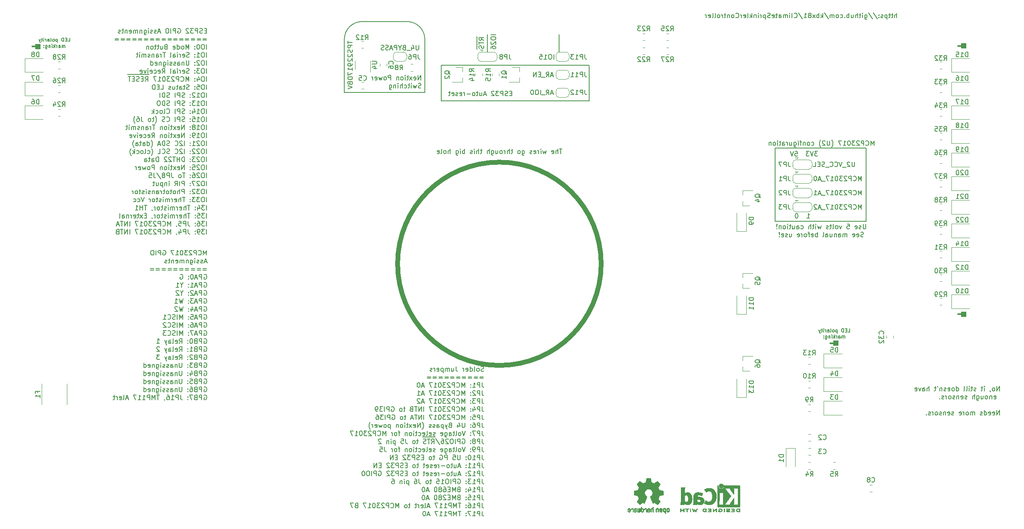
<source format=gbr>
G04 #@! TF.GenerationSoftware,KiCad,Pcbnew,(5.1.8-0-10_14)*
G04 #@! TF.CreationDate,2021-01-22T01:04:05-06:00*
G04 #@! TF.ProjectId,ClimateSprinklerController,436c696d-6174-4655-9370-72696e6b6c65,rev?*
G04 #@! TF.SameCoordinates,Original*
G04 #@! TF.FileFunction,Legend,Bot*
G04 #@! TF.FilePolarity,Positive*
%FSLAX46Y46*%
G04 Gerber Fmt 4.6, Leading zero omitted, Abs format (unit mm)*
G04 Created by KiCad (PCBNEW (5.1.8-0-10_14)) date 2021-01-22 01:04:05*
%MOMM*%
%LPD*%
G01*
G04 APERTURE LIST*
%ADD10C,0.200000*%
%ADD11C,1.000000*%
%ADD12C,0.100000*%
%ADD13C,0.160000*%
%ADD14C,0.120000*%
%ADD15C,0.010000*%
G04 APERTURE END LIST*
D10*
X130500000Y-38750000D02*
G75*
G02*
X134250000Y-42500000I0J-3750000D01*
G01*
X117250000Y-42500000D02*
G75*
G02*
X121000000Y-38750000I3750000J0D01*
G01*
D11*
X171500000Y-90000000D02*
G75*
G03*
X171500000Y-90000000I-21500000J0D01*
G01*
D10*
X227404761Y-81602380D02*
X227404761Y-82411904D01*
X227357142Y-82507142D01*
X227309523Y-82554761D01*
X227214285Y-82602380D01*
X227023809Y-82602380D01*
X226928571Y-82554761D01*
X226880952Y-82507142D01*
X226833333Y-82411904D01*
X226833333Y-81602380D01*
X226404761Y-82554761D02*
X226309523Y-82602380D01*
X226119047Y-82602380D01*
X226023809Y-82554761D01*
X225976190Y-82459523D01*
X225976190Y-82411904D01*
X226023809Y-82316666D01*
X226119047Y-82269047D01*
X226261904Y-82269047D01*
X226357142Y-82221428D01*
X226404761Y-82126190D01*
X226404761Y-82078571D01*
X226357142Y-81983333D01*
X226261904Y-81935714D01*
X226119047Y-81935714D01*
X226023809Y-81983333D01*
X225166666Y-82554761D02*
X225261904Y-82602380D01*
X225452380Y-82602380D01*
X225547619Y-82554761D01*
X225595238Y-82459523D01*
X225595238Y-82078571D01*
X225547619Y-81983333D01*
X225452380Y-81935714D01*
X225261904Y-81935714D01*
X225166666Y-81983333D01*
X225119047Y-82078571D01*
X225119047Y-82173809D01*
X225595238Y-82269047D01*
X223452380Y-81602380D02*
X223928571Y-81602380D01*
X223976190Y-82078571D01*
X223928571Y-82030952D01*
X223833333Y-81983333D01*
X223595238Y-81983333D01*
X223500000Y-82030952D01*
X223452380Y-82078571D01*
X223404761Y-82173809D01*
X223404761Y-82411904D01*
X223452380Y-82507142D01*
X223500000Y-82554761D01*
X223595238Y-82602380D01*
X223833333Y-82602380D01*
X223928571Y-82554761D01*
X223976190Y-82507142D01*
X222309523Y-81935714D02*
X222071428Y-82602380D01*
X221833333Y-81935714D01*
X221309523Y-82602380D02*
X221404761Y-82554761D01*
X221452380Y-82507142D01*
X221500000Y-82411904D01*
X221500000Y-82126190D01*
X221452380Y-82030952D01*
X221404761Y-81983333D01*
X221309523Y-81935714D01*
X221166666Y-81935714D01*
X221071428Y-81983333D01*
X221023809Y-82030952D01*
X220976190Y-82126190D01*
X220976190Y-82411904D01*
X221023809Y-82507142D01*
X221071428Y-82554761D01*
X221166666Y-82602380D01*
X221309523Y-82602380D01*
X220404761Y-82602380D02*
X220500000Y-82554761D01*
X220547619Y-82459523D01*
X220547619Y-81602380D01*
X220166666Y-81935714D02*
X219785714Y-81935714D01*
X220023809Y-81602380D02*
X220023809Y-82459523D01*
X219976190Y-82554761D01*
X219880952Y-82602380D01*
X219785714Y-82602380D01*
X219500000Y-82554761D02*
X219404761Y-82602380D01*
X219214285Y-82602380D01*
X219119047Y-82554761D01*
X219071428Y-82459523D01*
X219071428Y-82411904D01*
X219119047Y-82316666D01*
X219214285Y-82269047D01*
X219357142Y-82269047D01*
X219452380Y-82221428D01*
X219500000Y-82126190D01*
X219500000Y-82078571D01*
X219452380Y-81983333D01*
X219357142Y-81935714D01*
X219214285Y-81935714D01*
X219119047Y-81983333D01*
X217976190Y-81935714D02*
X217785714Y-82602380D01*
X217595238Y-82126190D01*
X217404761Y-82602380D01*
X217214285Y-81935714D01*
X216833333Y-82602380D02*
X216833333Y-81935714D01*
X216833333Y-81602380D02*
X216880952Y-81650000D01*
X216833333Y-81697619D01*
X216785714Y-81650000D01*
X216833333Y-81602380D01*
X216833333Y-81697619D01*
X216500000Y-81935714D02*
X216119047Y-81935714D01*
X216357142Y-81602380D02*
X216357142Y-82459523D01*
X216309523Y-82554761D01*
X216214285Y-82602380D01*
X216119047Y-82602380D01*
X215785714Y-82602380D02*
X215785714Y-81602380D01*
X215357142Y-82602380D02*
X215357142Y-82078571D01*
X215404761Y-81983333D01*
X215500000Y-81935714D01*
X215642857Y-81935714D01*
X215738095Y-81983333D01*
X215785714Y-82030952D01*
X213690476Y-82554761D02*
X213785714Y-82602380D01*
X213976190Y-82602380D01*
X214071428Y-82554761D01*
X214119047Y-82507142D01*
X214166666Y-82411904D01*
X214166666Y-82126190D01*
X214119047Y-82030952D01*
X214071428Y-81983333D01*
X213976190Y-81935714D01*
X213785714Y-81935714D01*
X213690476Y-81983333D01*
X212833333Y-82602380D02*
X212833333Y-82078571D01*
X212880952Y-81983333D01*
X212976190Y-81935714D01*
X213166666Y-81935714D01*
X213261904Y-81983333D01*
X212833333Y-82554761D02*
X212928571Y-82602380D01*
X213166666Y-82602380D01*
X213261904Y-82554761D01*
X213309523Y-82459523D01*
X213309523Y-82364285D01*
X213261904Y-82269047D01*
X213166666Y-82221428D01*
X212928571Y-82221428D01*
X212833333Y-82173809D01*
X211928571Y-81935714D02*
X211928571Y-82602380D01*
X212357142Y-81935714D02*
X212357142Y-82459523D01*
X212309523Y-82554761D01*
X212214285Y-82602380D01*
X212071428Y-82602380D01*
X211976190Y-82554761D01*
X211928571Y-82507142D01*
X211595238Y-81935714D02*
X211214285Y-81935714D01*
X211452380Y-81602380D02*
X211452380Y-82459523D01*
X211404761Y-82554761D01*
X211309523Y-82602380D01*
X211214285Y-82602380D01*
X210880952Y-82602380D02*
X210880952Y-81935714D01*
X210880952Y-81602380D02*
X210928571Y-81650000D01*
X210880952Y-81697619D01*
X210833333Y-81650000D01*
X210880952Y-81602380D01*
X210880952Y-81697619D01*
X210261904Y-82602380D02*
X210357142Y-82554761D01*
X210404761Y-82507142D01*
X210452380Y-82411904D01*
X210452380Y-82126190D01*
X210404761Y-82030952D01*
X210357142Y-81983333D01*
X210261904Y-81935714D01*
X210119047Y-81935714D01*
X210023809Y-81983333D01*
X209976190Y-82030952D01*
X209928571Y-82126190D01*
X209928571Y-82411904D01*
X209976190Y-82507142D01*
X210023809Y-82554761D01*
X210119047Y-82602380D01*
X210261904Y-82602380D01*
X209500000Y-81935714D02*
X209500000Y-82602380D01*
X209500000Y-82030952D02*
X209452380Y-81983333D01*
X209357142Y-81935714D01*
X209214285Y-81935714D01*
X209119047Y-81983333D01*
X209071428Y-82078571D01*
X209071428Y-82602380D01*
X208595238Y-82507142D02*
X208547619Y-82554761D01*
X208595238Y-82602380D01*
X208642857Y-82554761D01*
X208595238Y-82507142D01*
X208595238Y-82602380D01*
X208595238Y-82221428D02*
X208642857Y-81650000D01*
X208595238Y-81602380D01*
X208547619Y-81650000D01*
X208595238Y-82221428D01*
X208595238Y-81602380D01*
X226904761Y-84254761D02*
X226761904Y-84302380D01*
X226523809Y-84302380D01*
X226428571Y-84254761D01*
X226380952Y-84207142D01*
X226333333Y-84111904D01*
X226333333Y-84016666D01*
X226380952Y-83921428D01*
X226428571Y-83873809D01*
X226523809Y-83826190D01*
X226714285Y-83778571D01*
X226809523Y-83730952D01*
X226857142Y-83683333D01*
X226904761Y-83588095D01*
X226904761Y-83492857D01*
X226857142Y-83397619D01*
X226809523Y-83350000D01*
X226714285Y-83302380D01*
X226476190Y-83302380D01*
X226333333Y-83350000D01*
X225523809Y-84254761D02*
X225619047Y-84302380D01*
X225809523Y-84302380D01*
X225904761Y-84254761D01*
X225952380Y-84159523D01*
X225952380Y-83778571D01*
X225904761Y-83683333D01*
X225809523Y-83635714D01*
X225619047Y-83635714D01*
X225523809Y-83683333D01*
X225476190Y-83778571D01*
X225476190Y-83873809D01*
X225952380Y-83969047D01*
X224666666Y-84254761D02*
X224761904Y-84302380D01*
X224952380Y-84302380D01*
X225047619Y-84254761D01*
X225095238Y-84159523D01*
X225095238Y-83778571D01*
X225047619Y-83683333D01*
X224952380Y-83635714D01*
X224761904Y-83635714D01*
X224666666Y-83683333D01*
X224619047Y-83778571D01*
X224619047Y-83873809D01*
X225095238Y-83969047D01*
X223428571Y-84302380D02*
X223428571Y-83635714D01*
X223428571Y-83730952D02*
X223380952Y-83683333D01*
X223285714Y-83635714D01*
X223142857Y-83635714D01*
X223047619Y-83683333D01*
X223000000Y-83778571D01*
X223000000Y-84302380D01*
X223000000Y-83778571D02*
X222952380Y-83683333D01*
X222857142Y-83635714D01*
X222714285Y-83635714D01*
X222619047Y-83683333D01*
X222571428Y-83778571D01*
X222571428Y-84302380D01*
X221666666Y-84302380D02*
X221666666Y-83778571D01*
X221714285Y-83683333D01*
X221809523Y-83635714D01*
X222000000Y-83635714D01*
X222095238Y-83683333D01*
X221666666Y-84254761D02*
X221761904Y-84302380D01*
X222000000Y-84302380D01*
X222095238Y-84254761D01*
X222142857Y-84159523D01*
X222142857Y-84064285D01*
X222095238Y-83969047D01*
X222000000Y-83921428D01*
X221761904Y-83921428D01*
X221666666Y-83873809D01*
X221190476Y-83635714D02*
X221190476Y-84302380D01*
X221190476Y-83730952D02*
X221142857Y-83683333D01*
X221047619Y-83635714D01*
X220904761Y-83635714D01*
X220809523Y-83683333D01*
X220761904Y-83778571D01*
X220761904Y-84302380D01*
X219857142Y-83635714D02*
X219857142Y-84302380D01*
X220285714Y-83635714D02*
X220285714Y-84159523D01*
X220238095Y-84254761D01*
X220142857Y-84302380D01*
X220000000Y-84302380D01*
X219904761Y-84254761D01*
X219857142Y-84207142D01*
X218952380Y-84302380D02*
X218952380Y-83778571D01*
X219000000Y-83683333D01*
X219095238Y-83635714D01*
X219285714Y-83635714D01*
X219380952Y-83683333D01*
X218952380Y-84254761D02*
X219047619Y-84302380D01*
X219285714Y-84302380D01*
X219380952Y-84254761D01*
X219428571Y-84159523D01*
X219428571Y-84064285D01*
X219380952Y-83969047D01*
X219285714Y-83921428D01*
X219047619Y-83921428D01*
X218952380Y-83873809D01*
X218333333Y-84302380D02*
X218428571Y-84254761D01*
X218476190Y-84159523D01*
X218476190Y-83302380D01*
X217190476Y-84302380D02*
X217190476Y-83302380D01*
X217190476Y-83683333D02*
X217095238Y-83635714D01*
X216904761Y-83635714D01*
X216809523Y-83683333D01*
X216761904Y-83730952D01*
X216714285Y-83826190D01*
X216714285Y-84111904D01*
X216761904Y-84207142D01*
X216809523Y-84254761D01*
X216904761Y-84302380D01*
X217095238Y-84302380D01*
X217190476Y-84254761D01*
X215904761Y-84254761D02*
X216000000Y-84302380D01*
X216190476Y-84302380D01*
X216285714Y-84254761D01*
X216333333Y-84159523D01*
X216333333Y-83778571D01*
X216285714Y-83683333D01*
X216190476Y-83635714D01*
X216000000Y-83635714D01*
X215904761Y-83683333D01*
X215857142Y-83778571D01*
X215857142Y-83873809D01*
X216333333Y-83969047D01*
X215571428Y-83635714D02*
X215190476Y-83635714D01*
X215428571Y-84302380D02*
X215428571Y-83445238D01*
X215380952Y-83350000D01*
X215285714Y-83302380D01*
X215190476Y-83302380D01*
X214714285Y-84302380D02*
X214809523Y-84254761D01*
X214857142Y-84207142D01*
X214904761Y-84111904D01*
X214904761Y-83826190D01*
X214857142Y-83730952D01*
X214809523Y-83683333D01*
X214714285Y-83635714D01*
X214571428Y-83635714D01*
X214476190Y-83683333D01*
X214428571Y-83730952D01*
X214380952Y-83826190D01*
X214380952Y-84111904D01*
X214428571Y-84207142D01*
X214476190Y-84254761D01*
X214571428Y-84302380D01*
X214714285Y-84302380D01*
X213952380Y-84302380D02*
X213952380Y-83635714D01*
X213952380Y-83826190D02*
X213904761Y-83730952D01*
X213857142Y-83683333D01*
X213761904Y-83635714D01*
X213666666Y-83635714D01*
X212952380Y-84254761D02*
X213047619Y-84302380D01*
X213238095Y-84302380D01*
X213333333Y-84254761D01*
X213380952Y-84159523D01*
X213380952Y-83778571D01*
X213333333Y-83683333D01*
X213238095Y-83635714D01*
X213047619Y-83635714D01*
X212952380Y-83683333D01*
X212904761Y-83778571D01*
X212904761Y-83873809D01*
X213380952Y-83969047D01*
X211285714Y-83635714D02*
X211285714Y-84302380D01*
X211714285Y-83635714D02*
X211714285Y-84159523D01*
X211666666Y-84254761D01*
X211571428Y-84302380D01*
X211428571Y-84302380D01*
X211333333Y-84254761D01*
X211285714Y-84207142D01*
X210857142Y-84254761D02*
X210761904Y-84302380D01*
X210571428Y-84302380D01*
X210476190Y-84254761D01*
X210428571Y-84159523D01*
X210428571Y-84111904D01*
X210476190Y-84016666D01*
X210571428Y-83969047D01*
X210714285Y-83969047D01*
X210809523Y-83921428D01*
X210857142Y-83826190D01*
X210857142Y-83778571D01*
X210809523Y-83683333D01*
X210714285Y-83635714D01*
X210571428Y-83635714D01*
X210476190Y-83683333D01*
X209619047Y-84254761D02*
X209714285Y-84302380D01*
X209904761Y-84302380D01*
X210000000Y-84254761D01*
X210047619Y-84159523D01*
X210047619Y-83778571D01*
X210000000Y-83683333D01*
X209904761Y-83635714D01*
X209714285Y-83635714D01*
X209619047Y-83683333D01*
X209571428Y-83778571D01*
X209571428Y-83873809D01*
X210047619Y-83969047D01*
X209142857Y-84207142D02*
X209095238Y-84254761D01*
X209142857Y-84302380D01*
X209190476Y-84254761D01*
X209142857Y-84207142D01*
X209142857Y-84302380D01*
X209142857Y-83921428D02*
X209190476Y-83350000D01*
X209142857Y-83302380D01*
X209095238Y-83350000D01*
X209142857Y-83921428D01*
X209142857Y-83302380D01*
X163238095Y-65702380D02*
X162666666Y-65702380D01*
X162952380Y-66702380D02*
X162952380Y-65702380D01*
X162333333Y-66702380D02*
X162333333Y-65702380D01*
X161904761Y-66702380D02*
X161904761Y-66178571D01*
X161952380Y-66083333D01*
X162047619Y-66035714D01*
X162190476Y-66035714D01*
X162285714Y-66083333D01*
X162333333Y-66130952D01*
X161047619Y-66654761D02*
X161142857Y-66702380D01*
X161333333Y-66702380D01*
X161428571Y-66654761D01*
X161476190Y-66559523D01*
X161476190Y-66178571D01*
X161428571Y-66083333D01*
X161333333Y-66035714D01*
X161142857Y-66035714D01*
X161047619Y-66083333D01*
X161000000Y-66178571D01*
X161000000Y-66273809D01*
X161476190Y-66369047D01*
X159904761Y-66035714D02*
X159714285Y-66702380D01*
X159523809Y-66226190D01*
X159333333Y-66702380D01*
X159142857Y-66035714D01*
X158761904Y-66702380D02*
X158761904Y-66035714D01*
X158761904Y-65702380D02*
X158809523Y-65750000D01*
X158761904Y-65797619D01*
X158714285Y-65750000D01*
X158761904Y-65702380D01*
X158761904Y-65797619D01*
X158285714Y-66702380D02*
X158285714Y-66035714D01*
X158285714Y-66226190D02*
X158238095Y-66130952D01*
X158190476Y-66083333D01*
X158095238Y-66035714D01*
X158000000Y-66035714D01*
X157285714Y-66654761D02*
X157380952Y-66702380D01*
X157571428Y-66702380D01*
X157666666Y-66654761D01*
X157714285Y-66559523D01*
X157714285Y-66178571D01*
X157666666Y-66083333D01*
X157571428Y-66035714D01*
X157380952Y-66035714D01*
X157285714Y-66083333D01*
X157238095Y-66178571D01*
X157238095Y-66273809D01*
X157714285Y-66369047D01*
X156857142Y-66654761D02*
X156761904Y-66702380D01*
X156571428Y-66702380D01*
X156476190Y-66654761D01*
X156428571Y-66559523D01*
X156428571Y-66511904D01*
X156476190Y-66416666D01*
X156571428Y-66369047D01*
X156714285Y-66369047D01*
X156809523Y-66321428D01*
X156857142Y-66226190D01*
X156857142Y-66178571D01*
X156809523Y-66083333D01*
X156714285Y-66035714D01*
X156571428Y-66035714D01*
X156476190Y-66083333D01*
X154809523Y-66035714D02*
X154809523Y-66845238D01*
X154857142Y-66940476D01*
X154904761Y-66988095D01*
X155000000Y-67035714D01*
X155142857Y-67035714D01*
X155238095Y-66988095D01*
X154809523Y-66654761D02*
X154904761Y-66702380D01*
X155095238Y-66702380D01*
X155190476Y-66654761D01*
X155238095Y-66607142D01*
X155285714Y-66511904D01*
X155285714Y-66226190D01*
X155238095Y-66130952D01*
X155190476Y-66083333D01*
X155095238Y-66035714D01*
X154904761Y-66035714D01*
X154809523Y-66083333D01*
X154190476Y-66702380D02*
X154285714Y-66654761D01*
X154333333Y-66607142D01*
X154380952Y-66511904D01*
X154380952Y-66226190D01*
X154333333Y-66130952D01*
X154285714Y-66083333D01*
X154190476Y-66035714D01*
X154047619Y-66035714D01*
X153952380Y-66083333D01*
X153904761Y-66130952D01*
X153857142Y-66226190D01*
X153857142Y-66511904D01*
X153904761Y-66607142D01*
X153952380Y-66654761D01*
X154047619Y-66702380D01*
X154190476Y-66702380D01*
X152809523Y-66035714D02*
X152428571Y-66035714D01*
X152666666Y-65702380D02*
X152666666Y-66559523D01*
X152619047Y-66654761D01*
X152523809Y-66702380D01*
X152428571Y-66702380D01*
X152095238Y-66702380D02*
X152095238Y-65702380D01*
X151666666Y-66702380D02*
X151666666Y-66178571D01*
X151714285Y-66083333D01*
X151809523Y-66035714D01*
X151952380Y-66035714D01*
X152047619Y-66083333D01*
X152095238Y-66130952D01*
X151190476Y-66702380D02*
X151190476Y-66035714D01*
X151190476Y-66226190D02*
X151142857Y-66130952D01*
X151095238Y-66083333D01*
X151000000Y-66035714D01*
X150904761Y-66035714D01*
X150428571Y-66702380D02*
X150523809Y-66654761D01*
X150571428Y-66607142D01*
X150619047Y-66511904D01*
X150619047Y-66226190D01*
X150571428Y-66130952D01*
X150523809Y-66083333D01*
X150428571Y-66035714D01*
X150285714Y-66035714D01*
X150190476Y-66083333D01*
X150142857Y-66130952D01*
X150095238Y-66226190D01*
X150095238Y-66511904D01*
X150142857Y-66607142D01*
X150190476Y-66654761D01*
X150285714Y-66702380D01*
X150428571Y-66702380D01*
X149238095Y-66035714D02*
X149238095Y-66702380D01*
X149666666Y-66035714D02*
X149666666Y-66559523D01*
X149619047Y-66654761D01*
X149523809Y-66702380D01*
X149380952Y-66702380D01*
X149285714Y-66654761D01*
X149238095Y-66607142D01*
X148333333Y-66035714D02*
X148333333Y-66845238D01*
X148380952Y-66940476D01*
X148428571Y-66988095D01*
X148523809Y-67035714D01*
X148666666Y-67035714D01*
X148761904Y-66988095D01*
X148333333Y-66654761D02*
X148428571Y-66702380D01*
X148619047Y-66702380D01*
X148714285Y-66654761D01*
X148761904Y-66607142D01*
X148809523Y-66511904D01*
X148809523Y-66226190D01*
X148761904Y-66130952D01*
X148714285Y-66083333D01*
X148619047Y-66035714D01*
X148428571Y-66035714D01*
X148333333Y-66083333D01*
X147857142Y-66702380D02*
X147857142Y-65702380D01*
X147428571Y-66702380D02*
X147428571Y-66178571D01*
X147476190Y-66083333D01*
X147571428Y-66035714D01*
X147714285Y-66035714D01*
X147809523Y-66083333D01*
X147857142Y-66130952D01*
X146333333Y-66035714D02*
X145952380Y-66035714D01*
X146190476Y-65702380D02*
X146190476Y-66559523D01*
X146142857Y-66654761D01*
X146047619Y-66702380D01*
X145952380Y-66702380D01*
X145619047Y-66702380D02*
X145619047Y-65702380D01*
X145190476Y-66702380D02*
X145190476Y-66178571D01*
X145238095Y-66083333D01*
X145333333Y-66035714D01*
X145476190Y-66035714D01*
X145571428Y-66083333D01*
X145619047Y-66130952D01*
X144714285Y-66702380D02*
X144714285Y-66035714D01*
X144714285Y-65702380D02*
X144761904Y-65750000D01*
X144714285Y-65797619D01*
X144666666Y-65750000D01*
X144714285Y-65702380D01*
X144714285Y-65797619D01*
X144285714Y-66654761D02*
X144190476Y-66702380D01*
X144000000Y-66702380D01*
X143904761Y-66654761D01*
X143857142Y-66559523D01*
X143857142Y-66511904D01*
X143904761Y-66416666D01*
X144000000Y-66369047D01*
X144142857Y-66369047D01*
X144238095Y-66321428D01*
X144285714Y-66226190D01*
X144285714Y-66178571D01*
X144238095Y-66083333D01*
X144142857Y-66035714D01*
X144000000Y-66035714D01*
X143904761Y-66083333D01*
X142666666Y-66702380D02*
X142666666Y-65702380D01*
X142666666Y-66083333D02*
X142571428Y-66035714D01*
X142380952Y-66035714D01*
X142285714Y-66083333D01*
X142238095Y-66130952D01*
X142190476Y-66226190D01*
X142190476Y-66511904D01*
X142238095Y-66607142D01*
X142285714Y-66654761D01*
X142380952Y-66702380D01*
X142571428Y-66702380D01*
X142666666Y-66654761D01*
X141761904Y-66702380D02*
X141761904Y-66035714D01*
X141761904Y-65702380D02*
X141809523Y-65750000D01*
X141761904Y-65797619D01*
X141714285Y-65750000D01*
X141761904Y-65702380D01*
X141761904Y-65797619D01*
X140857142Y-66035714D02*
X140857142Y-66845238D01*
X140904761Y-66940476D01*
X140952380Y-66988095D01*
X141047619Y-67035714D01*
X141190476Y-67035714D01*
X141285714Y-66988095D01*
X140857142Y-66654761D02*
X140952380Y-66702380D01*
X141142857Y-66702380D01*
X141238095Y-66654761D01*
X141285714Y-66607142D01*
X141333333Y-66511904D01*
X141333333Y-66226190D01*
X141285714Y-66130952D01*
X141238095Y-66083333D01*
X141142857Y-66035714D01*
X140952380Y-66035714D01*
X140857142Y-66083333D01*
X139619047Y-66702380D02*
X139619047Y-65702380D01*
X139190476Y-66702380D02*
X139190476Y-66178571D01*
X139238095Y-66083333D01*
X139333333Y-66035714D01*
X139476190Y-66035714D01*
X139571428Y-66083333D01*
X139619047Y-66130952D01*
X138571428Y-66702380D02*
X138666666Y-66654761D01*
X138714285Y-66607142D01*
X138761904Y-66511904D01*
X138761904Y-66226190D01*
X138714285Y-66130952D01*
X138666666Y-66083333D01*
X138571428Y-66035714D01*
X138428571Y-66035714D01*
X138333333Y-66083333D01*
X138285714Y-66130952D01*
X138238095Y-66226190D01*
X138238095Y-66511904D01*
X138285714Y-66607142D01*
X138333333Y-66654761D01*
X138428571Y-66702380D01*
X138571428Y-66702380D01*
X137666666Y-66702380D02*
X137761904Y-66654761D01*
X137809523Y-66559523D01*
X137809523Y-65702380D01*
X136904761Y-66654761D02*
X137000000Y-66702380D01*
X137190476Y-66702380D01*
X137285714Y-66654761D01*
X137333333Y-66559523D01*
X137333333Y-66178571D01*
X137285714Y-66083333D01*
X137190476Y-66035714D01*
X137000000Y-66035714D01*
X136904761Y-66083333D01*
X136857142Y-66178571D01*
X136857142Y-66273809D01*
X137333333Y-66369047D01*
X255631904Y-116902380D02*
X255631904Y-115902380D01*
X255060476Y-116902380D01*
X255060476Y-115902380D01*
X254441428Y-116902380D02*
X254536666Y-116854761D01*
X254584285Y-116807142D01*
X254631904Y-116711904D01*
X254631904Y-116426190D01*
X254584285Y-116330952D01*
X254536666Y-116283333D01*
X254441428Y-116235714D01*
X254298571Y-116235714D01*
X254203333Y-116283333D01*
X254155714Y-116330952D01*
X254108095Y-116426190D01*
X254108095Y-116711904D01*
X254155714Y-116807142D01*
X254203333Y-116854761D01*
X254298571Y-116902380D01*
X254441428Y-116902380D01*
X253631904Y-116854761D02*
X253631904Y-116902380D01*
X253679523Y-116997619D01*
X253727142Y-117045238D01*
X252441428Y-116902380D02*
X252441428Y-116235714D01*
X252441428Y-115902380D02*
X252489047Y-115950000D01*
X252441428Y-115997619D01*
X252393809Y-115950000D01*
X252441428Y-115902380D01*
X252441428Y-115997619D01*
X252108095Y-116235714D02*
X251727142Y-116235714D01*
X251965238Y-115902380D02*
X251965238Y-116759523D01*
X251917619Y-116854761D01*
X251822380Y-116902380D01*
X251727142Y-116902380D01*
X250679523Y-116854761D02*
X250584285Y-116902380D01*
X250393809Y-116902380D01*
X250298571Y-116854761D01*
X250250952Y-116759523D01*
X250250952Y-116711904D01*
X250298571Y-116616666D01*
X250393809Y-116569047D01*
X250536666Y-116569047D01*
X250631904Y-116521428D01*
X250679523Y-116426190D01*
X250679523Y-116378571D01*
X250631904Y-116283333D01*
X250536666Y-116235714D01*
X250393809Y-116235714D01*
X250298571Y-116283333D01*
X249965238Y-116235714D02*
X249584285Y-116235714D01*
X249822380Y-115902380D02*
X249822380Y-116759523D01*
X249774761Y-116854761D01*
X249679523Y-116902380D01*
X249584285Y-116902380D01*
X249250952Y-116902380D02*
X249250952Y-116235714D01*
X249250952Y-115902380D02*
X249298571Y-115950000D01*
X249250952Y-115997619D01*
X249203333Y-115950000D01*
X249250952Y-115902380D01*
X249250952Y-115997619D01*
X248631904Y-116902380D02*
X248727142Y-116854761D01*
X248774761Y-116759523D01*
X248774761Y-115902380D01*
X248108095Y-116902380D02*
X248203333Y-116854761D01*
X248250952Y-116759523D01*
X248250952Y-115902380D01*
X246536666Y-116902380D02*
X246536666Y-115902380D01*
X246536666Y-116854761D02*
X246631904Y-116902380D01*
X246822380Y-116902380D01*
X246917619Y-116854761D01*
X246965238Y-116807142D01*
X247012857Y-116711904D01*
X247012857Y-116426190D01*
X246965238Y-116330952D01*
X246917619Y-116283333D01*
X246822380Y-116235714D01*
X246631904Y-116235714D01*
X246536666Y-116283333D01*
X245917619Y-116902380D02*
X246012857Y-116854761D01*
X246060476Y-116807142D01*
X246108095Y-116711904D01*
X246108095Y-116426190D01*
X246060476Y-116330952D01*
X246012857Y-116283333D01*
X245917619Y-116235714D01*
X245774761Y-116235714D01*
X245679523Y-116283333D01*
X245631904Y-116330952D01*
X245584285Y-116426190D01*
X245584285Y-116711904D01*
X245631904Y-116807142D01*
X245679523Y-116854761D01*
X245774761Y-116902380D01*
X245917619Y-116902380D01*
X244774761Y-116854761D02*
X244870000Y-116902380D01*
X245060476Y-116902380D01*
X245155714Y-116854761D01*
X245203333Y-116759523D01*
X245203333Y-116378571D01*
X245155714Y-116283333D01*
X245060476Y-116235714D01*
X244870000Y-116235714D01*
X244774761Y-116283333D01*
X244727142Y-116378571D01*
X244727142Y-116473809D01*
X245203333Y-116569047D01*
X244346190Y-116854761D02*
X244250952Y-116902380D01*
X244060476Y-116902380D01*
X243965238Y-116854761D01*
X243917619Y-116759523D01*
X243917619Y-116711904D01*
X243965238Y-116616666D01*
X244060476Y-116569047D01*
X244203333Y-116569047D01*
X244298571Y-116521428D01*
X244346190Y-116426190D01*
X244346190Y-116378571D01*
X244298571Y-116283333D01*
X244203333Y-116235714D01*
X244060476Y-116235714D01*
X243965238Y-116283333D01*
X243489047Y-116235714D02*
X243489047Y-116902380D01*
X243489047Y-116330952D02*
X243441428Y-116283333D01*
X243346190Y-116235714D01*
X243203333Y-116235714D01*
X243108095Y-116283333D01*
X243060476Y-116378571D01*
X243060476Y-116902380D01*
X242536666Y-115902380D02*
X242536666Y-115950000D01*
X242584285Y-116045238D01*
X242631904Y-116092857D01*
X242250952Y-116235714D02*
X241870000Y-116235714D01*
X242108095Y-115902380D02*
X242108095Y-116759523D01*
X242060476Y-116854761D01*
X241965238Y-116902380D01*
X241870000Y-116902380D01*
X240774761Y-116902380D02*
X240774761Y-115902380D01*
X240346190Y-116902380D02*
X240346190Y-116378571D01*
X240393809Y-116283333D01*
X240489047Y-116235714D01*
X240631904Y-116235714D01*
X240727142Y-116283333D01*
X240774761Y-116330952D01*
X239441428Y-116902380D02*
X239441428Y-116378571D01*
X239489047Y-116283333D01*
X239584285Y-116235714D01*
X239774761Y-116235714D01*
X239870000Y-116283333D01*
X239441428Y-116854761D02*
X239536666Y-116902380D01*
X239774761Y-116902380D01*
X239870000Y-116854761D01*
X239917619Y-116759523D01*
X239917619Y-116664285D01*
X239870000Y-116569047D01*
X239774761Y-116521428D01*
X239536666Y-116521428D01*
X239441428Y-116473809D01*
X239060476Y-116235714D02*
X238822380Y-116902380D01*
X238584285Y-116235714D01*
X237822380Y-116854761D02*
X237917619Y-116902380D01*
X238108095Y-116902380D01*
X238203333Y-116854761D01*
X238250952Y-116759523D01*
X238250952Y-116378571D01*
X238203333Y-116283333D01*
X238108095Y-116235714D01*
X237917619Y-116235714D01*
X237822380Y-116283333D01*
X237774761Y-116378571D01*
X237774761Y-116473809D01*
X238250952Y-116569047D01*
X254489047Y-118554761D02*
X254584285Y-118602380D01*
X254774761Y-118602380D01*
X254870000Y-118554761D01*
X254917619Y-118459523D01*
X254917619Y-118078571D01*
X254870000Y-117983333D01*
X254774761Y-117935714D01*
X254584285Y-117935714D01*
X254489047Y-117983333D01*
X254441428Y-118078571D01*
X254441428Y-118173809D01*
X254917619Y-118269047D01*
X254012857Y-117935714D02*
X254012857Y-118602380D01*
X254012857Y-118030952D02*
X253965238Y-117983333D01*
X253870000Y-117935714D01*
X253727142Y-117935714D01*
X253631904Y-117983333D01*
X253584285Y-118078571D01*
X253584285Y-118602380D01*
X252965238Y-118602380D02*
X253060476Y-118554761D01*
X253108095Y-118507142D01*
X253155714Y-118411904D01*
X253155714Y-118126190D01*
X253108095Y-118030952D01*
X253060476Y-117983333D01*
X252965238Y-117935714D01*
X252822380Y-117935714D01*
X252727142Y-117983333D01*
X252679523Y-118030952D01*
X252631904Y-118126190D01*
X252631904Y-118411904D01*
X252679523Y-118507142D01*
X252727142Y-118554761D01*
X252822380Y-118602380D01*
X252965238Y-118602380D01*
X251774761Y-117935714D02*
X251774761Y-118602380D01*
X252203333Y-117935714D02*
X252203333Y-118459523D01*
X252155714Y-118554761D01*
X252060476Y-118602380D01*
X251917619Y-118602380D01*
X251822380Y-118554761D01*
X251774761Y-118507142D01*
X250870000Y-117935714D02*
X250870000Y-118745238D01*
X250917619Y-118840476D01*
X250965238Y-118888095D01*
X251060476Y-118935714D01*
X251203333Y-118935714D01*
X251298571Y-118888095D01*
X250870000Y-118554761D02*
X250965238Y-118602380D01*
X251155714Y-118602380D01*
X251250952Y-118554761D01*
X251298571Y-118507142D01*
X251346190Y-118411904D01*
X251346190Y-118126190D01*
X251298571Y-118030952D01*
X251250952Y-117983333D01*
X251155714Y-117935714D01*
X250965238Y-117935714D01*
X250870000Y-117983333D01*
X250393809Y-118602380D02*
X250393809Y-117602380D01*
X249965238Y-118602380D02*
X249965238Y-118078571D01*
X250012857Y-117983333D01*
X250108095Y-117935714D01*
X250250952Y-117935714D01*
X250346190Y-117983333D01*
X250393809Y-118030952D01*
X248774761Y-118554761D02*
X248679523Y-118602380D01*
X248489047Y-118602380D01*
X248393809Y-118554761D01*
X248346190Y-118459523D01*
X248346190Y-118411904D01*
X248393809Y-118316666D01*
X248489047Y-118269047D01*
X248631904Y-118269047D01*
X248727142Y-118221428D01*
X248774761Y-118126190D01*
X248774761Y-118078571D01*
X248727142Y-117983333D01*
X248631904Y-117935714D01*
X248489047Y-117935714D01*
X248393809Y-117983333D01*
X247536666Y-118554761D02*
X247631904Y-118602380D01*
X247822380Y-118602380D01*
X247917619Y-118554761D01*
X247965238Y-118459523D01*
X247965238Y-118078571D01*
X247917619Y-117983333D01*
X247822380Y-117935714D01*
X247631904Y-117935714D01*
X247536666Y-117983333D01*
X247489047Y-118078571D01*
X247489047Y-118173809D01*
X247965238Y-118269047D01*
X247060476Y-117935714D02*
X247060476Y-118602380D01*
X247060476Y-118030952D02*
X247012857Y-117983333D01*
X246917619Y-117935714D01*
X246774761Y-117935714D01*
X246679523Y-117983333D01*
X246631904Y-118078571D01*
X246631904Y-118602380D01*
X246203333Y-118554761D02*
X246108095Y-118602380D01*
X245917619Y-118602380D01*
X245822380Y-118554761D01*
X245774761Y-118459523D01*
X245774761Y-118411904D01*
X245822380Y-118316666D01*
X245917619Y-118269047D01*
X246060476Y-118269047D01*
X246155714Y-118221428D01*
X246203333Y-118126190D01*
X246203333Y-118078571D01*
X246155714Y-117983333D01*
X246060476Y-117935714D01*
X245917619Y-117935714D01*
X245822380Y-117983333D01*
X245203333Y-118602380D02*
X245298571Y-118554761D01*
X245346190Y-118507142D01*
X245393809Y-118411904D01*
X245393809Y-118126190D01*
X245346190Y-118030952D01*
X245298571Y-117983333D01*
X245203333Y-117935714D01*
X245060476Y-117935714D01*
X244965238Y-117983333D01*
X244917619Y-118030952D01*
X244870000Y-118126190D01*
X244870000Y-118411904D01*
X244917619Y-118507142D01*
X244965238Y-118554761D01*
X245060476Y-118602380D01*
X245203333Y-118602380D01*
X244441428Y-118602380D02*
X244441428Y-117935714D01*
X244441428Y-118126190D02*
X244393809Y-118030952D01*
X244346190Y-117983333D01*
X244250952Y-117935714D01*
X244155714Y-117935714D01*
X243870000Y-118554761D02*
X243774761Y-118602380D01*
X243584285Y-118602380D01*
X243489047Y-118554761D01*
X243441428Y-118459523D01*
X243441428Y-118411904D01*
X243489047Y-118316666D01*
X243584285Y-118269047D01*
X243727142Y-118269047D01*
X243822380Y-118221428D01*
X243870000Y-118126190D01*
X243870000Y-118078571D01*
X243822380Y-117983333D01*
X243727142Y-117935714D01*
X243584285Y-117935714D01*
X243489047Y-117983333D01*
X243012857Y-118507142D02*
X242965238Y-118554761D01*
X243012857Y-118602380D01*
X243060476Y-118554761D01*
X243012857Y-118507142D01*
X243012857Y-118602380D01*
X255631904Y-122002380D02*
X255631904Y-121002380D01*
X255060476Y-122002380D01*
X255060476Y-121002380D01*
X254203333Y-121954761D02*
X254298571Y-122002380D01*
X254489047Y-122002380D01*
X254584285Y-121954761D01*
X254631904Y-121859523D01*
X254631904Y-121478571D01*
X254584285Y-121383333D01*
X254489047Y-121335714D01*
X254298571Y-121335714D01*
X254203333Y-121383333D01*
X254155714Y-121478571D01*
X254155714Y-121573809D01*
X254631904Y-121669047D01*
X253346190Y-121954761D02*
X253441428Y-122002380D01*
X253631904Y-122002380D01*
X253727142Y-121954761D01*
X253774761Y-121859523D01*
X253774761Y-121478571D01*
X253727142Y-121383333D01*
X253631904Y-121335714D01*
X253441428Y-121335714D01*
X253346190Y-121383333D01*
X253298571Y-121478571D01*
X253298571Y-121573809D01*
X253774761Y-121669047D01*
X252441428Y-122002380D02*
X252441428Y-121002380D01*
X252441428Y-121954761D02*
X252536666Y-122002380D01*
X252727142Y-122002380D01*
X252822380Y-121954761D01*
X252870000Y-121907142D01*
X252917619Y-121811904D01*
X252917619Y-121526190D01*
X252870000Y-121430952D01*
X252822380Y-121383333D01*
X252727142Y-121335714D01*
X252536666Y-121335714D01*
X252441428Y-121383333D01*
X252012857Y-121954761D02*
X251917619Y-122002380D01*
X251727142Y-122002380D01*
X251631904Y-121954761D01*
X251584285Y-121859523D01*
X251584285Y-121811904D01*
X251631904Y-121716666D01*
X251727142Y-121669047D01*
X251870000Y-121669047D01*
X251965238Y-121621428D01*
X252012857Y-121526190D01*
X252012857Y-121478571D01*
X251965238Y-121383333D01*
X251870000Y-121335714D01*
X251727142Y-121335714D01*
X251631904Y-121383333D01*
X250393809Y-122002380D02*
X250393809Y-121335714D01*
X250393809Y-121430952D02*
X250346190Y-121383333D01*
X250250952Y-121335714D01*
X250108095Y-121335714D01*
X250012857Y-121383333D01*
X249965238Y-121478571D01*
X249965238Y-122002380D01*
X249965238Y-121478571D02*
X249917619Y-121383333D01*
X249822380Y-121335714D01*
X249679523Y-121335714D01*
X249584285Y-121383333D01*
X249536666Y-121478571D01*
X249536666Y-122002380D01*
X248917619Y-122002380D02*
X249012857Y-121954761D01*
X249060476Y-121907142D01*
X249108095Y-121811904D01*
X249108095Y-121526190D01*
X249060476Y-121430952D01*
X249012857Y-121383333D01*
X248917619Y-121335714D01*
X248774761Y-121335714D01*
X248679523Y-121383333D01*
X248631904Y-121430952D01*
X248584285Y-121526190D01*
X248584285Y-121811904D01*
X248631904Y-121907142D01*
X248679523Y-121954761D01*
X248774761Y-122002380D01*
X248917619Y-122002380D01*
X248155714Y-122002380D02*
X248155714Y-121335714D01*
X248155714Y-121526190D02*
X248108095Y-121430952D01*
X248060476Y-121383333D01*
X247965238Y-121335714D01*
X247870000Y-121335714D01*
X247155714Y-121954761D02*
X247250952Y-122002380D01*
X247441428Y-122002380D01*
X247536666Y-121954761D01*
X247584285Y-121859523D01*
X247584285Y-121478571D01*
X247536666Y-121383333D01*
X247441428Y-121335714D01*
X247250952Y-121335714D01*
X247155714Y-121383333D01*
X247108095Y-121478571D01*
X247108095Y-121573809D01*
X247584285Y-121669047D01*
X245965238Y-121954761D02*
X245870000Y-122002380D01*
X245679523Y-122002380D01*
X245584285Y-121954761D01*
X245536666Y-121859523D01*
X245536666Y-121811904D01*
X245584285Y-121716666D01*
X245679523Y-121669047D01*
X245822380Y-121669047D01*
X245917619Y-121621428D01*
X245965238Y-121526190D01*
X245965238Y-121478571D01*
X245917619Y-121383333D01*
X245822380Y-121335714D01*
X245679523Y-121335714D01*
X245584285Y-121383333D01*
X244727142Y-121954761D02*
X244822380Y-122002380D01*
X245012857Y-122002380D01*
X245108095Y-121954761D01*
X245155714Y-121859523D01*
X245155714Y-121478571D01*
X245108095Y-121383333D01*
X245012857Y-121335714D01*
X244822380Y-121335714D01*
X244727142Y-121383333D01*
X244679523Y-121478571D01*
X244679523Y-121573809D01*
X245155714Y-121669047D01*
X244250952Y-121335714D02*
X244250952Y-122002380D01*
X244250952Y-121430952D02*
X244203333Y-121383333D01*
X244108095Y-121335714D01*
X243965238Y-121335714D01*
X243870000Y-121383333D01*
X243822380Y-121478571D01*
X243822380Y-122002380D01*
X243393809Y-121954761D02*
X243298571Y-122002380D01*
X243108095Y-122002380D01*
X243012857Y-121954761D01*
X242965238Y-121859523D01*
X242965238Y-121811904D01*
X243012857Y-121716666D01*
X243108095Y-121669047D01*
X243250952Y-121669047D01*
X243346190Y-121621428D01*
X243393809Y-121526190D01*
X243393809Y-121478571D01*
X243346190Y-121383333D01*
X243250952Y-121335714D01*
X243108095Y-121335714D01*
X243012857Y-121383333D01*
X242393809Y-122002380D02*
X242489047Y-121954761D01*
X242536666Y-121907142D01*
X242584285Y-121811904D01*
X242584285Y-121526190D01*
X242536666Y-121430952D01*
X242489047Y-121383333D01*
X242393809Y-121335714D01*
X242250952Y-121335714D01*
X242155714Y-121383333D01*
X242108095Y-121430952D01*
X242060476Y-121526190D01*
X242060476Y-121811904D01*
X242108095Y-121907142D01*
X242155714Y-121954761D01*
X242250952Y-122002380D01*
X242393809Y-122002380D01*
X241631904Y-122002380D02*
X241631904Y-121335714D01*
X241631904Y-121526190D02*
X241584285Y-121430952D01*
X241536666Y-121383333D01*
X241441428Y-121335714D01*
X241346190Y-121335714D01*
X241060476Y-121954761D02*
X240965238Y-122002380D01*
X240774761Y-122002380D01*
X240679523Y-121954761D01*
X240631904Y-121859523D01*
X240631904Y-121811904D01*
X240679523Y-121716666D01*
X240774761Y-121669047D01*
X240917619Y-121669047D01*
X241012857Y-121621428D01*
X241060476Y-121526190D01*
X241060476Y-121478571D01*
X241012857Y-121383333D01*
X240917619Y-121335714D01*
X240774761Y-121335714D01*
X240679523Y-121383333D01*
X240203333Y-121907142D02*
X240155714Y-121954761D01*
X240203333Y-122002380D01*
X240250952Y-121954761D01*
X240203333Y-121907142D01*
X240203333Y-122002380D01*
X133381904Y-51102380D02*
X133381904Y-50102380D01*
X132810476Y-51102380D01*
X132810476Y-50102380D01*
X131953333Y-51054761D02*
X132048571Y-51102380D01*
X132239047Y-51102380D01*
X132334285Y-51054761D01*
X132381904Y-50959523D01*
X132381904Y-50578571D01*
X132334285Y-50483333D01*
X132239047Y-50435714D01*
X132048571Y-50435714D01*
X131953333Y-50483333D01*
X131905714Y-50578571D01*
X131905714Y-50673809D01*
X132381904Y-50769047D01*
X131572380Y-51102380D02*
X131048571Y-50435714D01*
X131572380Y-50435714D02*
X131048571Y-51102380D01*
X130810476Y-50435714D02*
X130429523Y-50435714D01*
X130667619Y-50102380D02*
X130667619Y-50959523D01*
X130620000Y-51054761D01*
X130524761Y-51102380D01*
X130429523Y-51102380D01*
X130096190Y-51102380D02*
X130096190Y-50435714D01*
X130096190Y-50102380D02*
X130143809Y-50150000D01*
X130096190Y-50197619D01*
X130048571Y-50150000D01*
X130096190Y-50102380D01*
X130096190Y-50197619D01*
X129477142Y-51102380D02*
X129572380Y-51054761D01*
X129620000Y-51007142D01*
X129667619Y-50911904D01*
X129667619Y-50626190D01*
X129620000Y-50530952D01*
X129572380Y-50483333D01*
X129477142Y-50435714D01*
X129334285Y-50435714D01*
X129239047Y-50483333D01*
X129191428Y-50530952D01*
X129143809Y-50626190D01*
X129143809Y-50911904D01*
X129191428Y-51007142D01*
X129239047Y-51054761D01*
X129334285Y-51102380D01*
X129477142Y-51102380D01*
X128715238Y-50435714D02*
X128715238Y-51102380D01*
X128715238Y-50530952D02*
X128667619Y-50483333D01*
X128572380Y-50435714D01*
X128429523Y-50435714D01*
X128334285Y-50483333D01*
X128286666Y-50578571D01*
X128286666Y-51102380D01*
X127048571Y-51102380D02*
X127048571Y-50102380D01*
X126667619Y-50102380D01*
X126572380Y-50150000D01*
X126524761Y-50197619D01*
X126477142Y-50292857D01*
X126477142Y-50435714D01*
X126524761Y-50530952D01*
X126572380Y-50578571D01*
X126667619Y-50626190D01*
X127048571Y-50626190D01*
X125905714Y-51102380D02*
X126000952Y-51054761D01*
X126048571Y-51007142D01*
X126096190Y-50911904D01*
X126096190Y-50626190D01*
X126048571Y-50530952D01*
X126000952Y-50483333D01*
X125905714Y-50435714D01*
X125762857Y-50435714D01*
X125667619Y-50483333D01*
X125620000Y-50530952D01*
X125572380Y-50626190D01*
X125572380Y-50911904D01*
X125620000Y-51007142D01*
X125667619Y-51054761D01*
X125762857Y-51102380D01*
X125905714Y-51102380D01*
X125239047Y-50435714D02*
X125048571Y-51102380D01*
X124858095Y-50626190D01*
X124667619Y-51102380D01*
X124477142Y-50435714D01*
X123715238Y-51054761D02*
X123810476Y-51102380D01*
X124000952Y-51102380D01*
X124096190Y-51054761D01*
X124143809Y-50959523D01*
X124143809Y-50578571D01*
X124096190Y-50483333D01*
X124000952Y-50435714D01*
X123810476Y-50435714D01*
X123715238Y-50483333D01*
X123667619Y-50578571D01*
X123667619Y-50673809D01*
X124143809Y-50769047D01*
X123239047Y-51102380D02*
X123239047Y-50435714D01*
X123239047Y-50626190D02*
X123191428Y-50530952D01*
X123143809Y-50483333D01*
X123048571Y-50435714D01*
X122953333Y-50435714D01*
X133429523Y-52754761D02*
X133286666Y-52802380D01*
X133048571Y-52802380D01*
X132953333Y-52754761D01*
X132905714Y-52707142D01*
X132858095Y-52611904D01*
X132858095Y-52516666D01*
X132905714Y-52421428D01*
X132953333Y-52373809D01*
X133048571Y-52326190D01*
X133239047Y-52278571D01*
X133334285Y-52230952D01*
X133381904Y-52183333D01*
X133429523Y-52088095D01*
X133429523Y-51992857D01*
X133381904Y-51897619D01*
X133334285Y-51850000D01*
X133239047Y-51802380D01*
X133000952Y-51802380D01*
X132858095Y-51850000D01*
X132524761Y-52135714D02*
X132334285Y-52802380D01*
X132143809Y-52326190D01*
X131953333Y-52802380D01*
X131762857Y-52135714D01*
X131381904Y-52802380D02*
X131381904Y-52135714D01*
X131381904Y-51802380D02*
X131429523Y-51850000D01*
X131381904Y-51897619D01*
X131334285Y-51850000D01*
X131381904Y-51802380D01*
X131381904Y-51897619D01*
X131048571Y-52135714D02*
X130667619Y-52135714D01*
X130905714Y-51802380D02*
X130905714Y-52659523D01*
X130858095Y-52754761D01*
X130762857Y-52802380D01*
X130667619Y-52802380D01*
X129905714Y-52754761D02*
X130000952Y-52802380D01*
X130191428Y-52802380D01*
X130286666Y-52754761D01*
X130334285Y-52707142D01*
X130381904Y-52611904D01*
X130381904Y-52326190D01*
X130334285Y-52230952D01*
X130286666Y-52183333D01*
X130191428Y-52135714D01*
X130000952Y-52135714D01*
X129905714Y-52183333D01*
X129477142Y-52802380D02*
X129477142Y-51802380D01*
X129048571Y-52802380D02*
X129048571Y-52278571D01*
X129096190Y-52183333D01*
X129191428Y-52135714D01*
X129334285Y-52135714D01*
X129429523Y-52183333D01*
X129477142Y-52230952D01*
X128572380Y-52802380D02*
X128572380Y-52135714D01*
X128572380Y-51802380D02*
X128620000Y-51850000D01*
X128572380Y-51897619D01*
X128524761Y-51850000D01*
X128572380Y-51802380D01*
X128572380Y-51897619D01*
X128096190Y-52135714D02*
X128096190Y-52802380D01*
X128096190Y-52230952D02*
X128048571Y-52183333D01*
X127953333Y-52135714D01*
X127810476Y-52135714D01*
X127715238Y-52183333D01*
X127667619Y-52278571D01*
X127667619Y-52802380D01*
X126762857Y-52135714D02*
X126762857Y-52945238D01*
X126810476Y-53040476D01*
X126858095Y-53088095D01*
X126953333Y-53135714D01*
X127096190Y-53135714D01*
X127191428Y-53088095D01*
X126762857Y-52754761D02*
X126858095Y-52802380D01*
X127048571Y-52802380D01*
X127143809Y-52754761D01*
X127191428Y-52707142D01*
X127239047Y-52611904D01*
X127239047Y-52326190D01*
X127191428Y-52230952D01*
X127143809Y-52183333D01*
X127048571Y-52135714D01*
X126858095Y-52135714D01*
X126762857Y-52183333D01*
X117250000Y-42500000D02*
X117250000Y-53750000D01*
X130500000Y-38750000D02*
X121000000Y-38750000D01*
X134250000Y-53750000D02*
X134250000Y-42500000D01*
X117250000Y-53750000D02*
X134250000Y-53750000D01*
X152631904Y-53928571D02*
X152298571Y-53928571D01*
X152155714Y-54452380D02*
X152631904Y-54452380D01*
X152631904Y-53452380D01*
X152155714Y-53452380D01*
X151774761Y-54404761D02*
X151631904Y-54452380D01*
X151393809Y-54452380D01*
X151298571Y-54404761D01*
X151250952Y-54357142D01*
X151203333Y-54261904D01*
X151203333Y-54166666D01*
X151250952Y-54071428D01*
X151298571Y-54023809D01*
X151393809Y-53976190D01*
X151584285Y-53928571D01*
X151679523Y-53880952D01*
X151727142Y-53833333D01*
X151774761Y-53738095D01*
X151774761Y-53642857D01*
X151727142Y-53547619D01*
X151679523Y-53500000D01*
X151584285Y-53452380D01*
X151346190Y-53452380D01*
X151203333Y-53500000D01*
X150774761Y-54452380D02*
X150774761Y-53452380D01*
X150393809Y-53452380D01*
X150298571Y-53500000D01*
X150250952Y-53547619D01*
X150203333Y-53642857D01*
X150203333Y-53785714D01*
X150250952Y-53880952D01*
X150298571Y-53928571D01*
X150393809Y-53976190D01*
X150774761Y-53976190D01*
X149870000Y-53452380D02*
X149250952Y-53452380D01*
X149584285Y-53833333D01*
X149441428Y-53833333D01*
X149346190Y-53880952D01*
X149298571Y-53928571D01*
X149250952Y-54023809D01*
X149250952Y-54261904D01*
X149298571Y-54357142D01*
X149346190Y-54404761D01*
X149441428Y-54452380D01*
X149727142Y-54452380D01*
X149822380Y-54404761D01*
X149870000Y-54357142D01*
X148870000Y-53547619D02*
X148822380Y-53500000D01*
X148727142Y-53452380D01*
X148489047Y-53452380D01*
X148393809Y-53500000D01*
X148346190Y-53547619D01*
X148298571Y-53642857D01*
X148298571Y-53738095D01*
X148346190Y-53880952D01*
X148917619Y-54452380D01*
X148298571Y-54452380D01*
X147155714Y-54166666D02*
X146679523Y-54166666D01*
X147250952Y-54452380D02*
X146917619Y-53452380D01*
X146584285Y-54452380D01*
X145822380Y-53785714D02*
X145822380Y-54452380D01*
X146250952Y-53785714D02*
X146250952Y-54309523D01*
X146203333Y-54404761D01*
X146108095Y-54452380D01*
X145965238Y-54452380D01*
X145870000Y-54404761D01*
X145822380Y-54357142D01*
X145489047Y-53785714D02*
X145108095Y-53785714D01*
X145346190Y-53452380D02*
X145346190Y-54309523D01*
X145298571Y-54404761D01*
X145203333Y-54452380D01*
X145108095Y-54452380D01*
X144631904Y-54452380D02*
X144727142Y-54404761D01*
X144774761Y-54357142D01*
X144822380Y-54261904D01*
X144822380Y-53976190D01*
X144774761Y-53880952D01*
X144727142Y-53833333D01*
X144631904Y-53785714D01*
X144489047Y-53785714D01*
X144393809Y-53833333D01*
X144346190Y-53880952D01*
X144298571Y-53976190D01*
X144298571Y-54261904D01*
X144346190Y-54357142D01*
X144393809Y-54404761D01*
X144489047Y-54452380D01*
X144631904Y-54452380D01*
X143870000Y-54071428D02*
X143108095Y-54071428D01*
X142631904Y-54452380D02*
X142631904Y-53785714D01*
X142631904Y-53976190D02*
X142584285Y-53880952D01*
X142536666Y-53833333D01*
X142441428Y-53785714D01*
X142346190Y-53785714D01*
X141631904Y-54404761D02*
X141727142Y-54452380D01*
X141917619Y-54452380D01*
X142012857Y-54404761D01*
X142060476Y-54309523D01*
X142060476Y-53928571D01*
X142012857Y-53833333D01*
X141917619Y-53785714D01*
X141727142Y-53785714D01*
X141631904Y-53833333D01*
X141584285Y-53928571D01*
X141584285Y-54023809D01*
X142060476Y-54119047D01*
X141203333Y-54404761D02*
X141108095Y-54452380D01*
X140917619Y-54452380D01*
X140822380Y-54404761D01*
X140774761Y-54309523D01*
X140774761Y-54261904D01*
X140822380Y-54166666D01*
X140917619Y-54119047D01*
X141060476Y-54119047D01*
X141155714Y-54071428D01*
X141203333Y-53976190D01*
X141203333Y-53928571D01*
X141155714Y-53833333D01*
X141060476Y-53785714D01*
X140917619Y-53785714D01*
X140822380Y-53833333D01*
X139965238Y-54404761D02*
X140060476Y-54452380D01*
X140250952Y-54452380D01*
X140346190Y-54404761D01*
X140393809Y-54309523D01*
X140393809Y-53928571D01*
X140346190Y-53833333D01*
X140250952Y-53785714D01*
X140060476Y-53785714D01*
X139965238Y-53833333D01*
X139917619Y-53928571D01*
X139917619Y-54023809D01*
X140393809Y-54119047D01*
X139631904Y-53785714D02*
X139250952Y-53785714D01*
X139489047Y-53452380D02*
X139489047Y-54309523D01*
X139441428Y-54404761D01*
X139346190Y-54452380D01*
X139250952Y-54452380D01*
X137750000Y-48000000D02*
X137750000Y-55500000D01*
X169000000Y-48000000D02*
X137750000Y-48000000D01*
X169000000Y-55500000D02*
X169000000Y-48000000D01*
X137750000Y-55500000D02*
X169000000Y-55500000D01*
X147460000Y-41486000D02*
X147460000Y-45169000D01*
X162650000Y-45185000D02*
X162650000Y-41500000D01*
X229131904Y-64952380D02*
X229131904Y-63952380D01*
X228798571Y-64666666D01*
X228465238Y-63952380D01*
X228465238Y-64952380D01*
X227417619Y-64857142D02*
X227465238Y-64904761D01*
X227608095Y-64952380D01*
X227703333Y-64952380D01*
X227846190Y-64904761D01*
X227941428Y-64809523D01*
X227989047Y-64714285D01*
X228036666Y-64523809D01*
X228036666Y-64380952D01*
X227989047Y-64190476D01*
X227941428Y-64095238D01*
X227846190Y-64000000D01*
X227703333Y-63952380D01*
X227608095Y-63952380D01*
X227465238Y-64000000D01*
X227417619Y-64047619D01*
X226989047Y-64952380D02*
X226989047Y-63952380D01*
X226608095Y-63952380D01*
X226512857Y-64000000D01*
X226465238Y-64047619D01*
X226417619Y-64142857D01*
X226417619Y-64285714D01*
X226465238Y-64380952D01*
X226512857Y-64428571D01*
X226608095Y-64476190D01*
X226989047Y-64476190D01*
X226036666Y-64047619D02*
X225989047Y-64000000D01*
X225893809Y-63952380D01*
X225655714Y-63952380D01*
X225560476Y-64000000D01*
X225512857Y-64047619D01*
X225465238Y-64142857D01*
X225465238Y-64238095D01*
X225512857Y-64380952D01*
X226084285Y-64952380D01*
X225465238Y-64952380D01*
X225131904Y-63952380D02*
X224512857Y-63952380D01*
X224846190Y-64333333D01*
X224703333Y-64333333D01*
X224608095Y-64380952D01*
X224560476Y-64428571D01*
X224512857Y-64523809D01*
X224512857Y-64761904D01*
X224560476Y-64857142D01*
X224608095Y-64904761D01*
X224703333Y-64952380D01*
X224989047Y-64952380D01*
X225084285Y-64904761D01*
X225131904Y-64857142D01*
X223893809Y-63952380D02*
X223798571Y-63952380D01*
X223703333Y-64000000D01*
X223655714Y-64047619D01*
X223608095Y-64142857D01*
X223560476Y-64333333D01*
X223560476Y-64571428D01*
X223608095Y-64761904D01*
X223655714Y-64857142D01*
X223703333Y-64904761D01*
X223798571Y-64952380D01*
X223893809Y-64952380D01*
X223989047Y-64904761D01*
X224036666Y-64857142D01*
X224084285Y-64761904D01*
X224131904Y-64571428D01*
X224131904Y-64333333D01*
X224084285Y-64142857D01*
X224036666Y-64047619D01*
X223989047Y-64000000D01*
X223893809Y-63952380D01*
X222608095Y-64952380D02*
X223179523Y-64952380D01*
X222893809Y-64952380D02*
X222893809Y-63952380D01*
X222989047Y-64095238D01*
X223084285Y-64190476D01*
X223179523Y-64238095D01*
X222274761Y-63952380D02*
X221608095Y-63952380D01*
X222036666Y-64952380D01*
X220179523Y-65333333D02*
X220227142Y-65285714D01*
X220322380Y-65142857D01*
X220370000Y-65047619D01*
X220417619Y-64904761D01*
X220465238Y-64666666D01*
X220465238Y-64476190D01*
X220417619Y-64238095D01*
X220370000Y-64095238D01*
X220322380Y-64000000D01*
X220227142Y-63857142D01*
X220179523Y-63809523D01*
X219798571Y-63952380D02*
X219798571Y-64761904D01*
X219750952Y-64857142D01*
X219703333Y-64904761D01*
X219608095Y-64952380D01*
X219417619Y-64952380D01*
X219322380Y-64904761D01*
X219274761Y-64857142D01*
X219227142Y-64761904D01*
X219227142Y-63952380D01*
X218798571Y-64047619D02*
X218750952Y-64000000D01*
X218655714Y-63952380D01*
X218417619Y-63952380D01*
X218322380Y-64000000D01*
X218274761Y-64047619D01*
X218227142Y-64142857D01*
X218227142Y-64238095D01*
X218274761Y-64380952D01*
X218846190Y-64952380D01*
X218227142Y-64952380D01*
X217893809Y-65333333D02*
X217846190Y-65285714D01*
X217750952Y-65142857D01*
X217703333Y-65047619D01*
X217655714Y-64904761D01*
X217608095Y-64666666D01*
X217608095Y-64476190D01*
X217655714Y-64238095D01*
X217703333Y-64095238D01*
X217750952Y-64000000D01*
X217846190Y-63857142D01*
X217893809Y-63809523D01*
X215941428Y-64904761D02*
X216036666Y-64952380D01*
X216227142Y-64952380D01*
X216322380Y-64904761D01*
X216370000Y-64857142D01*
X216417619Y-64761904D01*
X216417619Y-64476190D01*
X216370000Y-64380952D01*
X216322380Y-64333333D01*
X216227142Y-64285714D01*
X216036666Y-64285714D01*
X215941428Y-64333333D01*
X215370000Y-64952380D02*
X215465238Y-64904761D01*
X215512857Y-64857142D01*
X215560476Y-64761904D01*
X215560476Y-64476190D01*
X215512857Y-64380952D01*
X215465238Y-64333333D01*
X215370000Y-64285714D01*
X215227142Y-64285714D01*
X215131904Y-64333333D01*
X215084285Y-64380952D01*
X215036666Y-64476190D01*
X215036666Y-64761904D01*
X215084285Y-64857142D01*
X215131904Y-64904761D01*
X215227142Y-64952380D01*
X215370000Y-64952380D01*
X214608095Y-64285714D02*
X214608095Y-64952380D01*
X214608095Y-64380952D02*
X214560476Y-64333333D01*
X214465238Y-64285714D01*
X214322380Y-64285714D01*
X214227142Y-64333333D01*
X214179523Y-64428571D01*
X214179523Y-64952380D01*
X213846190Y-64285714D02*
X213465238Y-64285714D01*
X213703333Y-64952380D02*
X213703333Y-64095238D01*
X213655714Y-64000000D01*
X213560476Y-63952380D01*
X213465238Y-63952380D01*
X213131904Y-64952380D02*
X213131904Y-64285714D01*
X213131904Y-63952380D02*
X213179523Y-64000000D01*
X213131904Y-64047619D01*
X213084285Y-64000000D01*
X213131904Y-63952380D01*
X213131904Y-64047619D01*
X212227142Y-64285714D02*
X212227142Y-65095238D01*
X212274761Y-65190476D01*
X212322380Y-65238095D01*
X212417619Y-65285714D01*
X212560476Y-65285714D01*
X212655714Y-65238095D01*
X212227142Y-64904761D02*
X212322380Y-64952380D01*
X212512857Y-64952380D01*
X212608095Y-64904761D01*
X212655714Y-64857142D01*
X212703333Y-64761904D01*
X212703333Y-64476190D01*
X212655714Y-64380952D01*
X212608095Y-64333333D01*
X212512857Y-64285714D01*
X212322380Y-64285714D01*
X212227142Y-64333333D01*
X211322380Y-64285714D02*
X211322380Y-64952380D01*
X211750952Y-64285714D02*
X211750952Y-64809523D01*
X211703333Y-64904761D01*
X211608095Y-64952380D01*
X211465238Y-64952380D01*
X211370000Y-64904761D01*
X211322380Y-64857142D01*
X210846190Y-64952380D02*
X210846190Y-64285714D01*
X210846190Y-64476190D02*
X210798571Y-64380952D01*
X210750952Y-64333333D01*
X210655714Y-64285714D01*
X210560476Y-64285714D01*
X209798571Y-64952380D02*
X209798571Y-64428571D01*
X209846190Y-64333333D01*
X209941428Y-64285714D01*
X210131904Y-64285714D01*
X210227142Y-64333333D01*
X209798571Y-64904761D02*
X209893809Y-64952380D01*
X210131904Y-64952380D01*
X210227142Y-64904761D01*
X210274761Y-64809523D01*
X210274761Y-64714285D01*
X210227142Y-64619047D01*
X210131904Y-64571428D01*
X209893809Y-64571428D01*
X209798571Y-64523809D01*
X209465238Y-64285714D02*
X209084285Y-64285714D01*
X209322380Y-63952380D02*
X209322380Y-64809523D01*
X209274761Y-64904761D01*
X209179523Y-64952380D01*
X209084285Y-64952380D01*
X208750952Y-64952380D02*
X208750952Y-64285714D01*
X208750952Y-63952380D02*
X208798571Y-64000000D01*
X208750952Y-64047619D01*
X208703333Y-64000000D01*
X208750952Y-63952380D01*
X208750952Y-64047619D01*
X208131904Y-64952380D02*
X208227142Y-64904761D01*
X208274761Y-64857142D01*
X208322380Y-64761904D01*
X208322380Y-64476190D01*
X208274761Y-64380952D01*
X208227142Y-64333333D01*
X208131904Y-64285714D01*
X207989047Y-64285714D01*
X207893809Y-64333333D01*
X207846190Y-64380952D01*
X207798571Y-64476190D01*
X207798571Y-64761904D01*
X207846190Y-64857142D01*
X207893809Y-64904761D01*
X207989047Y-64952380D01*
X208131904Y-64952380D01*
X207370000Y-64285714D02*
X207370000Y-64952380D01*
X207370000Y-64380952D02*
X207322380Y-64333333D01*
X207227142Y-64285714D01*
X207084285Y-64285714D01*
X206989047Y-64333333D01*
X206941428Y-64428571D01*
X206941428Y-64952380D01*
X208250000Y-65500000D02*
X208250000Y-81000000D01*
X227500000Y-65500000D02*
X208250000Y-65500000D01*
X227500000Y-81000000D02*
X227500000Y-65500000D01*
X208250000Y-81000000D02*
X227500000Y-81000000D01*
D12*
G36*
X221500000Y-107266000D02*
G01*
X220484000Y-107266000D01*
X220484000Y-106885000D01*
X219722000Y-106885000D01*
X219722000Y-106631000D01*
X220484000Y-106631000D01*
X220484000Y-106250000D01*
X221500000Y-106250000D01*
X221500000Y-107266000D01*
G37*
X221500000Y-107266000D02*
X220484000Y-107266000D01*
X220484000Y-106885000D01*
X219722000Y-106885000D01*
X219722000Y-106631000D01*
X220484000Y-106631000D01*
X220484000Y-106250000D01*
X221500000Y-106250000D01*
X221500000Y-107266000D01*
D13*
X223642857Y-104446785D02*
X224000000Y-104446785D01*
X224000000Y-103696785D01*
X223392857Y-104053928D02*
X223142857Y-104053928D01*
X223035714Y-104446785D02*
X223392857Y-104446785D01*
X223392857Y-103696785D01*
X223035714Y-103696785D01*
X222714285Y-104446785D02*
X222714285Y-103696785D01*
X222535714Y-103696785D01*
X222428571Y-103732500D01*
X222357142Y-103803928D01*
X222321428Y-103875357D01*
X222285714Y-104018214D01*
X222285714Y-104125357D01*
X222321428Y-104268214D01*
X222357142Y-104339642D01*
X222428571Y-104411071D01*
X222535714Y-104446785D01*
X222714285Y-104446785D01*
X221392857Y-103946785D02*
X221392857Y-104696785D01*
X221392857Y-103982500D02*
X221321428Y-103946785D01*
X221178571Y-103946785D01*
X221107142Y-103982500D01*
X221071428Y-104018214D01*
X221035714Y-104089642D01*
X221035714Y-104303928D01*
X221071428Y-104375357D01*
X221107142Y-104411071D01*
X221178571Y-104446785D01*
X221321428Y-104446785D01*
X221392857Y-104411071D01*
X220607142Y-104446785D02*
X220678571Y-104411071D01*
X220714285Y-104375357D01*
X220750000Y-104303928D01*
X220750000Y-104089642D01*
X220714285Y-104018214D01*
X220678571Y-103982500D01*
X220607142Y-103946785D01*
X220500000Y-103946785D01*
X220428571Y-103982500D01*
X220392857Y-104018214D01*
X220357142Y-104089642D01*
X220357142Y-104303928D01*
X220392857Y-104375357D01*
X220428571Y-104411071D01*
X220500000Y-104446785D01*
X220607142Y-104446785D01*
X219928571Y-104446785D02*
X220000000Y-104411071D01*
X220035714Y-104339642D01*
X220035714Y-103696785D01*
X219321428Y-104446785D02*
X219321428Y-104053928D01*
X219357142Y-103982500D01*
X219428571Y-103946785D01*
X219571428Y-103946785D01*
X219642857Y-103982500D01*
X219321428Y-104411071D02*
X219392857Y-104446785D01*
X219571428Y-104446785D01*
X219642857Y-104411071D01*
X219678571Y-104339642D01*
X219678571Y-104268214D01*
X219642857Y-104196785D01*
X219571428Y-104161071D01*
X219392857Y-104161071D01*
X219321428Y-104125357D01*
X218964285Y-104446785D02*
X218964285Y-103946785D01*
X218964285Y-104089642D02*
X218928571Y-104018214D01*
X218892857Y-103982500D01*
X218821428Y-103946785D01*
X218750000Y-103946785D01*
X218500000Y-104446785D02*
X218500000Y-103946785D01*
X218500000Y-103696785D02*
X218535714Y-103732500D01*
X218500000Y-103768214D01*
X218464285Y-103732500D01*
X218500000Y-103696785D01*
X218500000Y-103768214D01*
X218250000Y-103946785D02*
X217964285Y-103946785D01*
X218142857Y-103696785D02*
X218142857Y-104339642D01*
X218107142Y-104411071D01*
X218035714Y-104446785D01*
X217964285Y-104446785D01*
X217785714Y-103946785D02*
X217607142Y-104446785D01*
X217428571Y-103946785D02*
X217607142Y-104446785D01*
X217678571Y-104625357D01*
X217714285Y-104661071D01*
X217785714Y-104696785D01*
X222982142Y-105731785D02*
X222982142Y-105231785D01*
X222982142Y-105303214D02*
X222946428Y-105267500D01*
X222875000Y-105231785D01*
X222767857Y-105231785D01*
X222696428Y-105267500D01*
X222660714Y-105338928D01*
X222660714Y-105731785D01*
X222660714Y-105338928D02*
X222625000Y-105267500D01*
X222553571Y-105231785D01*
X222446428Y-105231785D01*
X222375000Y-105267500D01*
X222339285Y-105338928D01*
X222339285Y-105731785D01*
X221660714Y-105731785D02*
X221660714Y-105338928D01*
X221696428Y-105267500D01*
X221767857Y-105231785D01*
X221910714Y-105231785D01*
X221982142Y-105267500D01*
X221660714Y-105696071D02*
X221732142Y-105731785D01*
X221910714Y-105731785D01*
X221982142Y-105696071D01*
X222017857Y-105624642D01*
X222017857Y-105553214D01*
X221982142Y-105481785D01*
X221910714Y-105446071D01*
X221732142Y-105446071D01*
X221660714Y-105410357D01*
X221303571Y-105731785D02*
X221303571Y-105231785D01*
X221303571Y-105374642D02*
X221267857Y-105303214D01*
X221232142Y-105267500D01*
X221160714Y-105231785D01*
X221089285Y-105231785D01*
X220839285Y-105731785D02*
X220839285Y-104981785D01*
X220767857Y-105446071D02*
X220553571Y-105731785D01*
X220553571Y-105231785D02*
X220839285Y-105517500D01*
X220232142Y-105731785D02*
X220232142Y-105231785D01*
X220232142Y-104981785D02*
X220267857Y-105017500D01*
X220232142Y-105053214D01*
X220196428Y-105017500D01*
X220232142Y-104981785D01*
X220232142Y-105053214D01*
X219875000Y-105231785D02*
X219875000Y-105731785D01*
X219875000Y-105303214D02*
X219839285Y-105267500D01*
X219767857Y-105231785D01*
X219660714Y-105231785D01*
X219589285Y-105267500D01*
X219553571Y-105338928D01*
X219553571Y-105731785D01*
X218875000Y-105231785D02*
X218875000Y-105838928D01*
X218910714Y-105910357D01*
X218946428Y-105946071D01*
X219017857Y-105981785D01*
X219125000Y-105981785D01*
X219196428Y-105946071D01*
X218875000Y-105696071D02*
X218946428Y-105731785D01*
X219089285Y-105731785D01*
X219160714Y-105696071D01*
X219196428Y-105660357D01*
X219232142Y-105588928D01*
X219232142Y-105374642D01*
X219196428Y-105303214D01*
X219160714Y-105267500D01*
X219089285Y-105231785D01*
X218946428Y-105231785D01*
X218875000Y-105267500D01*
X218517857Y-105660357D02*
X218482142Y-105696071D01*
X218517857Y-105731785D01*
X218553571Y-105696071D01*
X218517857Y-105660357D01*
X218517857Y-105731785D01*
X218517857Y-105267500D02*
X218482142Y-105303214D01*
X218517857Y-105338928D01*
X218553571Y-105303214D01*
X218517857Y-105267500D01*
X218517857Y-105338928D01*
X58892857Y-42946785D02*
X59250000Y-42946785D01*
X59250000Y-42196785D01*
X58642857Y-42553928D02*
X58392857Y-42553928D01*
X58285714Y-42946785D02*
X58642857Y-42946785D01*
X58642857Y-42196785D01*
X58285714Y-42196785D01*
X57964285Y-42946785D02*
X57964285Y-42196785D01*
X57785714Y-42196785D01*
X57678571Y-42232500D01*
X57607142Y-42303928D01*
X57571428Y-42375357D01*
X57535714Y-42518214D01*
X57535714Y-42625357D01*
X57571428Y-42768214D01*
X57607142Y-42839642D01*
X57678571Y-42911071D01*
X57785714Y-42946785D01*
X57964285Y-42946785D01*
X56642857Y-42446785D02*
X56642857Y-43196785D01*
X56642857Y-42482500D02*
X56571428Y-42446785D01*
X56428571Y-42446785D01*
X56357142Y-42482500D01*
X56321428Y-42518214D01*
X56285714Y-42589642D01*
X56285714Y-42803928D01*
X56321428Y-42875357D01*
X56357142Y-42911071D01*
X56428571Y-42946785D01*
X56571428Y-42946785D01*
X56642857Y-42911071D01*
X55857142Y-42946785D02*
X55928571Y-42911071D01*
X55964285Y-42875357D01*
X56000000Y-42803928D01*
X56000000Y-42589642D01*
X55964285Y-42518214D01*
X55928571Y-42482500D01*
X55857142Y-42446785D01*
X55750000Y-42446785D01*
X55678571Y-42482500D01*
X55642857Y-42518214D01*
X55607142Y-42589642D01*
X55607142Y-42803928D01*
X55642857Y-42875357D01*
X55678571Y-42911071D01*
X55750000Y-42946785D01*
X55857142Y-42946785D01*
X55178571Y-42946785D02*
X55250000Y-42911071D01*
X55285714Y-42839642D01*
X55285714Y-42196785D01*
X54571428Y-42946785D02*
X54571428Y-42553928D01*
X54607142Y-42482500D01*
X54678571Y-42446785D01*
X54821428Y-42446785D01*
X54892857Y-42482500D01*
X54571428Y-42911071D02*
X54642857Y-42946785D01*
X54821428Y-42946785D01*
X54892857Y-42911071D01*
X54928571Y-42839642D01*
X54928571Y-42768214D01*
X54892857Y-42696785D01*
X54821428Y-42661071D01*
X54642857Y-42661071D01*
X54571428Y-42625357D01*
X54214285Y-42946785D02*
X54214285Y-42446785D01*
X54214285Y-42589642D02*
X54178571Y-42518214D01*
X54142857Y-42482500D01*
X54071428Y-42446785D01*
X54000000Y-42446785D01*
X53750000Y-42946785D02*
X53750000Y-42446785D01*
X53750000Y-42196785D02*
X53785714Y-42232500D01*
X53750000Y-42268214D01*
X53714285Y-42232500D01*
X53750000Y-42196785D01*
X53750000Y-42268214D01*
X53500000Y-42446785D02*
X53214285Y-42446785D01*
X53392857Y-42196785D02*
X53392857Y-42839642D01*
X53357142Y-42911071D01*
X53285714Y-42946785D01*
X53214285Y-42946785D01*
X53035714Y-42446785D02*
X52857142Y-42946785D01*
X52678571Y-42446785D02*
X52857142Y-42946785D01*
X52928571Y-43125357D01*
X52964285Y-43161071D01*
X53035714Y-43196785D01*
X58232142Y-44231785D02*
X58232142Y-43731785D01*
X58232142Y-43803214D02*
X58196428Y-43767500D01*
X58125000Y-43731785D01*
X58017857Y-43731785D01*
X57946428Y-43767500D01*
X57910714Y-43838928D01*
X57910714Y-44231785D01*
X57910714Y-43838928D02*
X57875000Y-43767500D01*
X57803571Y-43731785D01*
X57696428Y-43731785D01*
X57625000Y-43767500D01*
X57589285Y-43838928D01*
X57589285Y-44231785D01*
X56910714Y-44231785D02*
X56910714Y-43838928D01*
X56946428Y-43767500D01*
X57017857Y-43731785D01*
X57160714Y-43731785D01*
X57232142Y-43767500D01*
X56910714Y-44196071D02*
X56982142Y-44231785D01*
X57160714Y-44231785D01*
X57232142Y-44196071D01*
X57267857Y-44124642D01*
X57267857Y-44053214D01*
X57232142Y-43981785D01*
X57160714Y-43946071D01*
X56982142Y-43946071D01*
X56910714Y-43910357D01*
X56553571Y-44231785D02*
X56553571Y-43731785D01*
X56553571Y-43874642D02*
X56517857Y-43803214D01*
X56482142Y-43767500D01*
X56410714Y-43731785D01*
X56339285Y-43731785D01*
X56089285Y-44231785D02*
X56089285Y-43481785D01*
X56017857Y-43946071D02*
X55803571Y-44231785D01*
X55803571Y-43731785D02*
X56089285Y-44017500D01*
X55482142Y-44231785D02*
X55482142Y-43731785D01*
X55482142Y-43481785D02*
X55517857Y-43517500D01*
X55482142Y-43553214D01*
X55446428Y-43517500D01*
X55482142Y-43481785D01*
X55482142Y-43553214D01*
X55125000Y-43731785D02*
X55125000Y-44231785D01*
X55125000Y-43803214D02*
X55089285Y-43767500D01*
X55017857Y-43731785D01*
X54910714Y-43731785D01*
X54839285Y-43767500D01*
X54803571Y-43838928D01*
X54803571Y-44231785D01*
X54125000Y-43731785D02*
X54125000Y-44338928D01*
X54160714Y-44410357D01*
X54196428Y-44446071D01*
X54267857Y-44481785D01*
X54375000Y-44481785D01*
X54446428Y-44446071D01*
X54125000Y-44196071D02*
X54196428Y-44231785D01*
X54339285Y-44231785D01*
X54410714Y-44196071D01*
X54446428Y-44160357D01*
X54482142Y-44088928D01*
X54482142Y-43874642D01*
X54446428Y-43803214D01*
X54410714Y-43767500D01*
X54339285Y-43731785D01*
X54196428Y-43731785D01*
X54125000Y-43767500D01*
X53767857Y-44160357D02*
X53732142Y-44196071D01*
X53767857Y-44231785D01*
X53803571Y-44196071D01*
X53767857Y-44160357D01*
X53767857Y-44231785D01*
X53767857Y-43767500D02*
X53732142Y-43803214D01*
X53767857Y-43838928D01*
X53803571Y-43803214D01*
X53767857Y-43767500D01*
X53767857Y-43838928D01*
D12*
G36*
X248516000Y-101135000D02*
G01*
X247500000Y-101135000D01*
X247500000Y-100754000D01*
X246738000Y-100754000D01*
X246738000Y-100500000D01*
X247500000Y-100500000D01*
X247500000Y-100119000D01*
X248516000Y-100119000D01*
X248516000Y-101135000D01*
G37*
X248516000Y-101135000D02*
X247500000Y-101135000D01*
X247500000Y-100754000D01*
X246738000Y-100754000D01*
X246738000Y-100500000D01*
X247500000Y-100500000D01*
X247500000Y-100119000D01*
X248516000Y-100119000D01*
X248516000Y-101135000D01*
G36*
X248516000Y-44381000D02*
G01*
X247500000Y-44381000D01*
X247500000Y-44000000D01*
X246738000Y-44000000D01*
X246738000Y-43746000D01*
X247500000Y-43746000D01*
X247500000Y-43365000D01*
X248516000Y-43365000D01*
X248516000Y-44381000D01*
G37*
X248516000Y-44381000D02*
X247500000Y-44381000D01*
X247500000Y-44000000D01*
X246738000Y-44000000D01*
X246738000Y-43746000D01*
X247500000Y-43746000D01*
X247500000Y-43365000D01*
X248516000Y-43365000D01*
X248516000Y-44381000D01*
G36*
X53000000Y-44516000D02*
G01*
X51984000Y-44516000D01*
X51984000Y-44135000D01*
X51222000Y-44135000D01*
X51222000Y-43881000D01*
X51984000Y-43881000D01*
X51984000Y-43500000D01*
X53000000Y-43500000D01*
X53000000Y-44516000D01*
G37*
X53000000Y-44516000D02*
X51984000Y-44516000D01*
X51984000Y-44135000D01*
X51222000Y-44135000D01*
X51222000Y-43881000D01*
X51984000Y-43881000D01*
X51984000Y-43500000D01*
X53000000Y-43500000D01*
X53000000Y-44516000D01*
D10*
X146679523Y-112704761D02*
X146536666Y-112752380D01*
X146298571Y-112752380D01*
X146203333Y-112704761D01*
X146155714Y-112657142D01*
X146108095Y-112561904D01*
X146108095Y-112466666D01*
X146155714Y-112371428D01*
X146203333Y-112323809D01*
X146298571Y-112276190D01*
X146489047Y-112228571D01*
X146584285Y-112180952D01*
X146631904Y-112133333D01*
X146679523Y-112038095D01*
X146679523Y-111942857D01*
X146631904Y-111847619D01*
X146584285Y-111800000D01*
X146489047Y-111752380D01*
X146250952Y-111752380D01*
X146108095Y-111800000D01*
X145536666Y-112752380D02*
X145631904Y-112704761D01*
X145679523Y-112657142D01*
X145727142Y-112561904D01*
X145727142Y-112276190D01*
X145679523Y-112180952D01*
X145631904Y-112133333D01*
X145536666Y-112085714D01*
X145393809Y-112085714D01*
X145298571Y-112133333D01*
X145250952Y-112180952D01*
X145203333Y-112276190D01*
X145203333Y-112561904D01*
X145250952Y-112657142D01*
X145298571Y-112704761D01*
X145393809Y-112752380D01*
X145536666Y-112752380D01*
X144631904Y-112752380D02*
X144727142Y-112704761D01*
X144774761Y-112609523D01*
X144774761Y-111752380D01*
X143822380Y-112752380D02*
X143822380Y-111752380D01*
X143822380Y-112704761D02*
X143917619Y-112752380D01*
X144108095Y-112752380D01*
X144203333Y-112704761D01*
X144250952Y-112657142D01*
X144298571Y-112561904D01*
X144298571Y-112276190D01*
X144250952Y-112180952D01*
X144203333Y-112133333D01*
X144108095Y-112085714D01*
X143917619Y-112085714D01*
X143822380Y-112133333D01*
X142965238Y-112704761D02*
X143060476Y-112752380D01*
X143250952Y-112752380D01*
X143346190Y-112704761D01*
X143393809Y-112609523D01*
X143393809Y-112228571D01*
X143346190Y-112133333D01*
X143250952Y-112085714D01*
X143060476Y-112085714D01*
X142965238Y-112133333D01*
X142917619Y-112228571D01*
X142917619Y-112323809D01*
X143393809Y-112419047D01*
X142489047Y-112752380D02*
X142489047Y-112085714D01*
X142489047Y-112276190D02*
X142441428Y-112180952D01*
X142393809Y-112133333D01*
X142298571Y-112085714D01*
X142203333Y-112085714D01*
X140822380Y-111752380D02*
X140822380Y-112466666D01*
X140870000Y-112609523D01*
X140965238Y-112704761D01*
X141108095Y-112752380D01*
X141203333Y-112752380D01*
X139917619Y-112085714D02*
X139917619Y-112752380D01*
X140346190Y-112085714D02*
X140346190Y-112609523D01*
X140298571Y-112704761D01*
X140203333Y-112752380D01*
X140060476Y-112752380D01*
X139965238Y-112704761D01*
X139917619Y-112657142D01*
X139441428Y-112752380D02*
X139441428Y-112085714D01*
X139441428Y-112180952D02*
X139393809Y-112133333D01*
X139298571Y-112085714D01*
X139155714Y-112085714D01*
X139060476Y-112133333D01*
X139012857Y-112228571D01*
X139012857Y-112752380D01*
X139012857Y-112228571D02*
X138965238Y-112133333D01*
X138870000Y-112085714D01*
X138727142Y-112085714D01*
X138631904Y-112133333D01*
X138584285Y-112228571D01*
X138584285Y-112752380D01*
X138108095Y-112085714D02*
X138108095Y-113085714D01*
X138108095Y-112133333D02*
X138012857Y-112085714D01*
X137822380Y-112085714D01*
X137727142Y-112133333D01*
X137679523Y-112180952D01*
X137631904Y-112276190D01*
X137631904Y-112561904D01*
X137679523Y-112657142D01*
X137727142Y-112704761D01*
X137822380Y-112752380D01*
X138012857Y-112752380D01*
X138108095Y-112704761D01*
X136822380Y-112704761D02*
X136917619Y-112752380D01*
X137108095Y-112752380D01*
X137203333Y-112704761D01*
X137250952Y-112609523D01*
X137250952Y-112228571D01*
X137203333Y-112133333D01*
X137108095Y-112085714D01*
X136917619Y-112085714D01*
X136822380Y-112133333D01*
X136774761Y-112228571D01*
X136774761Y-112323809D01*
X137250952Y-112419047D01*
X136346190Y-112752380D02*
X136346190Y-112085714D01*
X136346190Y-112276190D02*
X136298571Y-112180952D01*
X136250952Y-112133333D01*
X136155714Y-112085714D01*
X136060476Y-112085714D01*
X135774761Y-112704761D02*
X135679523Y-112752380D01*
X135489047Y-112752380D01*
X135393809Y-112704761D01*
X135346190Y-112609523D01*
X135346190Y-112561904D01*
X135393809Y-112466666D01*
X135489047Y-112419047D01*
X135631904Y-112419047D01*
X135727142Y-112371428D01*
X135774761Y-112276190D01*
X135774761Y-112228571D01*
X135727142Y-112133333D01*
X135631904Y-112085714D01*
X135489047Y-112085714D01*
X135393809Y-112133333D01*
X146631904Y-113928571D02*
X145870000Y-113928571D01*
X145870000Y-114214285D02*
X146631904Y-114214285D01*
X145393809Y-113928571D02*
X144631904Y-113928571D01*
X144631904Y-114214285D02*
X145393809Y-114214285D01*
X144155714Y-113928571D02*
X143393809Y-113928571D01*
X143393809Y-114214285D02*
X144155714Y-114214285D01*
X142917619Y-113928571D02*
X142155714Y-113928571D01*
X142155714Y-114214285D02*
X142917619Y-114214285D01*
X141679523Y-113928571D02*
X140917619Y-113928571D01*
X140917619Y-114214285D02*
X141679523Y-114214285D01*
X140441428Y-113928571D02*
X139679523Y-113928571D01*
X139679523Y-114214285D02*
X140441428Y-114214285D01*
X139203333Y-113928571D02*
X138441428Y-113928571D01*
X138441428Y-114214285D02*
X139203333Y-114214285D01*
X137965238Y-113928571D02*
X137203333Y-113928571D01*
X137203333Y-114214285D02*
X137965238Y-114214285D01*
X136727142Y-113928571D02*
X135965238Y-113928571D01*
X135965238Y-114214285D02*
X136727142Y-114214285D01*
X135489047Y-113928571D02*
X134727142Y-113928571D01*
X134727142Y-114214285D02*
X135489047Y-114214285D01*
X146346190Y-115152380D02*
X146346190Y-115866666D01*
X146393809Y-116009523D01*
X146489047Y-116104761D01*
X146631904Y-116152380D01*
X146727142Y-116152380D01*
X145870000Y-116152380D02*
X145870000Y-115152380D01*
X145489047Y-115152380D01*
X145393809Y-115200000D01*
X145346190Y-115247619D01*
X145298571Y-115342857D01*
X145298571Y-115485714D01*
X145346190Y-115580952D01*
X145393809Y-115628571D01*
X145489047Y-115676190D01*
X145870000Y-115676190D01*
X144346190Y-116152380D02*
X144917619Y-116152380D01*
X144631904Y-116152380D02*
X144631904Y-115152380D01*
X144727142Y-115295238D01*
X144822380Y-115390476D01*
X144917619Y-115438095D01*
X143917619Y-116057142D02*
X143870000Y-116104761D01*
X143917619Y-116152380D01*
X143965238Y-116104761D01*
X143917619Y-116057142D01*
X143917619Y-116152380D01*
X143917619Y-115533333D02*
X143870000Y-115580952D01*
X143917619Y-115628571D01*
X143965238Y-115580952D01*
X143917619Y-115533333D01*
X143917619Y-115628571D01*
X142679523Y-116152380D02*
X142679523Y-115152380D01*
X142346190Y-115866666D01*
X142012857Y-115152380D01*
X142012857Y-116152380D01*
X140965238Y-116057142D02*
X141012857Y-116104761D01*
X141155714Y-116152380D01*
X141250952Y-116152380D01*
X141393809Y-116104761D01*
X141489047Y-116009523D01*
X141536666Y-115914285D01*
X141584285Y-115723809D01*
X141584285Y-115580952D01*
X141536666Y-115390476D01*
X141489047Y-115295238D01*
X141393809Y-115200000D01*
X141250952Y-115152380D01*
X141155714Y-115152380D01*
X141012857Y-115200000D01*
X140965238Y-115247619D01*
X140536666Y-116152380D02*
X140536666Y-115152380D01*
X140155714Y-115152380D01*
X140060476Y-115200000D01*
X140012857Y-115247619D01*
X139965238Y-115342857D01*
X139965238Y-115485714D01*
X140012857Y-115580952D01*
X140060476Y-115628571D01*
X140155714Y-115676190D01*
X140536666Y-115676190D01*
X139584285Y-115247619D02*
X139536666Y-115200000D01*
X139441428Y-115152380D01*
X139203333Y-115152380D01*
X139108095Y-115200000D01*
X139060476Y-115247619D01*
X139012857Y-115342857D01*
X139012857Y-115438095D01*
X139060476Y-115580952D01*
X139631904Y-116152380D01*
X139012857Y-116152380D01*
X138679523Y-115152380D02*
X138060476Y-115152380D01*
X138393809Y-115533333D01*
X138250952Y-115533333D01*
X138155714Y-115580952D01*
X138108095Y-115628571D01*
X138060476Y-115723809D01*
X138060476Y-115961904D01*
X138108095Y-116057142D01*
X138155714Y-116104761D01*
X138250952Y-116152380D01*
X138536666Y-116152380D01*
X138631904Y-116104761D01*
X138679523Y-116057142D01*
X137441428Y-115152380D02*
X137346190Y-115152380D01*
X137250952Y-115200000D01*
X137203333Y-115247619D01*
X137155714Y-115342857D01*
X137108095Y-115533333D01*
X137108095Y-115771428D01*
X137155714Y-115961904D01*
X137203333Y-116057142D01*
X137250952Y-116104761D01*
X137346190Y-116152380D01*
X137441428Y-116152380D01*
X137536666Y-116104761D01*
X137584285Y-116057142D01*
X137631904Y-115961904D01*
X137679523Y-115771428D01*
X137679523Y-115533333D01*
X137631904Y-115342857D01*
X137584285Y-115247619D01*
X137536666Y-115200000D01*
X137441428Y-115152380D01*
X136155714Y-116152380D02*
X136727142Y-116152380D01*
X136441428Y-116152380D02*
X136441428Y-115152380D01*
X136536666Y-115295238D01*
X136631904Y-115390476D01*
X136727142Y-115438095D01*
X135822380Y-115152380D02*
X135155714Y-115152380D01*
X135584285Y-116152380D01*
X134060476Y-115866666D02*
X133584285Y-115866666D01*
X134155714Y-116152380D02*
X133822380Y-115152380D01*
X133489047Y-116152380D01*
X132965238Y-115152380D02*
X132870000Y-115152380D01*
X132774761Y-115200000D01*
X132727142Y-115247619D01*
X132679523Y-115342857D01*
X132631904Y-115533333D01*
X132631904Y-115771428D01*
X132679523Y-115961904D01*
X132727142Y-116057142D01*
X132774761Y-116104761D01*
X132870000Y-116152380D01*
X132965238Y-116152380D01*
X133060476Y-116104761D01*
X133108095Y-116057142D01*
X133155714Y-115961904D01*
X133203333Y-115771428D01*
X133203333Y-115533333D01*
X133155714Y-115342857D01*
X133108095Y-115247619D01*
X133060476Y-115200000D01*
X132965238Y-115152380D01*
X146346190Y-116852380D02*
X146346190Y-117566666D01*
X146393809Y-117709523D01*
X146489047Y-117804761D01*
X146631904Y-117852380D01*
X146727142Y-117852380D01*
X145870000Y-117852380D02*
X145870000Y-116852380D01*
X145489047Y-116852380D01*
X145393809Y-116900000D01*
X145346190Y-116947619D01*
X145298571Y-117042857D01*
X145298571Y-117185714D01*
X145346190Y-117280952D01*
X145393809Y-117328571D01*
X145489047Y-117376190D01*
X145870000Y-117376190D01*
X144917619Y-116947619D02*
X144870000Y-116900000D01*
X144774761Y-116852380D01*
X144536666Y-116852380D01*
X144441428Y-116900000D01*
X144393809Y-116947619D01*
X144346190Y-117042857D01*
X144346190Y-117138095D01*
X144393809Y-117280952D01*
X144965238Y-117852380D01*
X144346190Y-117852380D01*
X143917619Y-117757142D02*
X143870000Y-117804761D01*
X143917619Y-117852380D01*
X143965238Y-117804761D01*
X143917619Y-117757142D01*
X143917619Y-117852380D01*
X143917619Y-117233333D02*
X143870000Y-117280952D01*
X143917619Y-117328571D01*
X143965238Y-117280952D01*
X143917619Y-117233333D01*
X143917619Y-117328571D01*
X142679523Y-117852380D02*
X142679523Y-116852380D01*
X142346190Y-117566666D01*
X142012857Y-116852380D01*
X142012857Y-117852380D01*
X140965238Y-117757142D02*
X141012857Y-117804761D01*
X141155714Y-117852380D01*
X141250952Y-117852380D01*
X141393809Y-117804761D01*
X141489047Y-117709523D01*
X141536666Y-117614285D01*
X141584285Y-117423809D01*
X141584285Y-117280952D01*
X141536666Y-117090476D01*
X141489047Y-116995238D01*
X141393809Y-116900000D01*
X141250952Y-116852380D01*
X141155714Y-116852380D01*
X141012857Y-116900000D01*
X140965238Y-116947619D01*
X140536666Y-117852380D02*
X140536666Y-116852380D01*
X140155714Y-116852380D01*
X140060476Y-116900000D01*
X140012857Y-116947619D01*
X139965238Y-117042857D01*
X139965238Y-117185714D01*
X140012857Y-117280952D01*
X140060476Y-117328571D01*
X140155714Y-117376190D01*
X140536666Y-117376190D01*
X139584285Y-116947619D02*
X139536666Y-116900000D01*
X139441428Y-116852380D01*
X139203333Y-116852380D01*
X139108095Y-116900000D01*
X139060476Y-116947619D01*
X139012857Y-117042857D01*
X139012857Y-117138095D01*
X139060476Y-117280952D01*
X139631904Y-117852380D01*
X139012857Y-117852380D01*
X138679523Y-116852380D02*
X138060476Y-116852380D01*
X138393809Y-117233333D01*
X138250952Y-117233333D01*
X138155714Y-117280952D01*
X138108095Y-117328571D01*
X138060476Y-117423809D01*
X138060476Y-117661904D01*
X138108095Y-117757142D01*
X138155714Y-117804761D01*
X138250952Y-117852380D01*
X138536666Y-117852380D01*
X138631904Y-117804761D01*
X138679523Y-117757142D01*
X137441428Y-116852380D02*
X137346190Y-116852380D01*
X137250952Y-116900000D01*
X137203333Y-116947619D01*
X137155714Y-117042857D01*
X137108095Y-117233333D01*
X137108095Y-117471428D01*
X137155714Y-117661904D01*
X137203333Y-117757142D01*
X137250952Y-117804761D01*
X137346190Y-117852380D01*
X137441428Y-117852380D01*
X137536666Y-117804761D01*
X137584285Y-117757142D01*
X137631904Y-117661904D01*
X137679523Y-117471428D01*
X137679523Y-117233333D01*
X137631904Y-117042857D01*
X137584285Y-116947619D01*
X137536666Y-116900000D01*
X137441428Y-116852380D01*
X136155714Y-117852380D02*
X136727142Y-117852380D01*
X136441428Y-117852380D02*
X136441428Y-116852380D01*
X136536666Y-116995238D01*
X136631904Y-117090476D01*
X136727142Y-117138095D01*
X135822380Y-116852380D02*
X135155714Y-116852380D01*
X135584285Y-117852380D01*
X134060476Y-117566666D02*
X133584285Y-117566666D01*
X134155714Y-117852380D02*
X133822380Y-116852380D01*
X133489047Y-117852380D01*
X132631904Y-117852380D02*
X133203333Y-117852380D01*
X132917619Y-117852380D02*
X132917619Y-116852380D01*
X133012857Y-116995238D01*
X133108095Y-117090476D01*
X133203333Y-117138095D01*
X146346190Y-118552380D02*
X146346190Y-119266666D01*
X146393809Y-119409523D01*
X146489047Y-119504761D01*
X146631904Y-119552380D01*
X146727142Y-119552380D01*
X145870000Y-119552380D02*
X145870000Y-118552380D01*
X145489047Y-118552380D01*
X145393809Y-118600000D01*
X145346190Y-118647619D01*
X145298571Y-118742857D01*
X145298571Y-118885714D01*
X145346190Y-118980952D01*
X145393809Y-119028571D01*
X145489047Y-119076190D01*
X145870000Y-119076190D01*
X144965238Y-118552380D02*
X144346190Y-118552380D01*
X144679523Y-118933333D01*
X144536666Y-118933333D01*
X144441428Y-118980952D01*
X144393809Y-119028571D01*
X144346190Y-119123809D01*
X144346190Y-119361904D01*
X144393809Y-119457142D01*
X144441428Y-119504761D01*
X144536666Y-119552380D01*
X144822380Y-119552380D01*
X144917619Y-119504761D01*
X144965238Y-119457142D01*
X143917619Y-119457142D02*
X143870000Y-119504761D01*
X143917619Y-119552380D01*
X143965238Y-119504761D01*
X143917619Y-119457142D01*
X143917619Y-119552380D01*
X143917619Y-118933333D02*
X143870000Y-118980952D01*
X143917619Y-119028571D01*
X143965238Y-118980952D01*
X143917619Y-118933333D01*
X143917619Y-119028571D01*
X142679523Y-119552380D02*
X142679523Y-118552380D01*
X142346190Y-119266666D01*
X142012857Y-118552380D01*
X142012857Y-119552380D01*
X140965238Y-119457142D02*
X141012857Y-119504761D01*
X141155714Y-119552380D01*
X141250952Y-119552380D01*
X141393809Y-119504761D01*
X141489047Y-119409523D01*
X141536666Y-119314285D01*
X141584285Y-119123809D01*
X141584285Y-118980952D01*
X141536666Y-118790476D01*
X141489047Y-118695238D01*
X141393809Y-118600000D01*
X141250952Y-118552380D01*
X141155714Y-118552380D01*
X141012857Y-118600000D01*
X140965238Y-118647619D01*
X140536666Y-119552380D02*
X140536666Y-118552380D01*
X140155714Y-118552380D01*
X140060476Y-118600000D01*
X140012857Y-118647619D01*
X139965238Y-118742857D01*
X139965238Y-118885714D01*
X140012857Y-118980952D01*
X140060476Y-119028571D01*
X140155714Y-119076190D01*
X140536666Y-119076190D01*
X139584285Y-118647619D02*
X139536666Y-118600000D01*
X139441428Y-118552380D01*
X139203333Y-118552380D01*
X139108095Y-118600000D01*
X139060476Y-118647619D01*
X139012857Y-118742857D01*
X139012857Y-118838095D01*
X139060476Y-118980952D01*
X139631904Y-119552380D01*
X139012857Y-119552380D01*
X138679523Y-118552380D02*
X138060476Y-118552380D01*
X138393809Y-118933333D01*
X138250952Y-118933333D01*
X138155714Y-118980952D01*
X138108095Y-119028571D01*
X138060476Y-119123809D01*
X138060476Y-119361904D01*
X138108095Y-119457142D01*
X138155714Y-119504761D01*
X138250952Y-119552380D01*
X138536666Y-119552380D01*
X138631904Y-119504761D01*
X138679523Y-119457142D01*
X137441428Y-118552380D02*
X137346190Y-118552380D01*
X137250952Y-118600000D01*
X137203333Y-118647619D01*
X137155714Y-118742857D01*
X137108095Y-118933333D01*
X137108095Y-119171428D01*
X137155714Y-119361904D01*
X137203333Y-119457142D01*
X137250952Y-119504761D01*
X137346190Y-119552380D01*
X137441428Y-119552380D01*
X137536666Y-119504761D01*
X137584285Y-119457142D01*
X137631904Y-119361904D01*
X137679523Y-119171428D01*
X137679523Y-118933333D01*
X137631904Y-118742857D01*
X137584285Y-118647619D01*
X137536666Y-118600000D01*
X137441428Y-118552380D01*
X136155714Y-119552380D02*
X136727142Y-119552380D01*
X136441428Y-119552380D02*
X136441428Y-118552380D01*
X136536666Y-118695238D01*
X136631904Y-118790476D01*
X136727142Y-118838095D01*
X135822380Y-118552380D02*
X135155714Y-118552380D01*
X135584285Y-119552380D01*
X134060476Y-119266666D02*
X133584285Y-119266666D01*
X134155714Y-119552380D02*
X133822380Y-118552380D01*
X133489047Y-119552380D01*
X133203333Y-118647619D02*
X133155714Y-118600000D01*
X133060476Y-118552380D01*
X132822380Y-118552380D01*
X132727142Y-118600000D01*
X132679523Y-118647619D01*
X132631904Y-118742857D01*
X132631904Y-118838095D01*
X132679523Y-118980952D01*
X133250952Y-119552380D01*
X132631904Y-119552380D01*
X146346190Y-120252380D02*
X146346190Y-120966666D01*
X146393809Y-121109523D01*
X146489047Y-121204761D01*
X146631904Y-121252380D01*
X146727142Y-121252380D01*
X145870000Y-121252380D02*
X145870000Y-120252380D01*
X145489047Y-120252380D01*
X145393809Y-120300000D01*
X145346190Y-120347619D01*
X145298571Y-120442857D01*
X145298571Y-120585714D01*
X145346190Y-120680952D01*
X145393809Y-120728571D01*
X145489047Y-120776190D01*
X145870000Y-120776190D01*
X144441428Y-120585714D02*
X144441428Y-121252380D01*
X144679523Y-120204761D02*
X144917619Y-120919047D01*
X144298571Y-120919047D01*
X143917619Y-121157142D02*
X143870000Y-121204761D01*
X143917619Y-121252380D01*
X143965238Y-121204761D01*
X143917619Y-121157142D01*
X143917619Y-121252380D01*
X143917619Y-120633333D02*
X143870000Y-120680952D01*
X143917619Y-120728571D01*
X143965238Y-120680952D01*
X143917619Y-120633333D01*
X143917619Y-120728571D01*
X142679523Y-121252380D02*
X142679523Y-120252380D01*
X142346190Y-120966666D01*
X142012857Y-120252380D01*
X142012857Y-121252380D01*
X140965238Y-121157142D02*
X141012857Y-121204761D01*
X141155714Y-121252380D01*
X141250952Y-121252380D01*
X141393809Y-121204761D01*
X141489047Y-121109523D01*
X141536666Y-121014285D01*
X141584285Y-120823809D01*
X141584285Y-120680952D01*
X141536666Y-120490476D01*
X141489047Y-120395238D01*
X141393809Y-120300000D01*
X141250952Y-120252380D01*
X141155714Y-120252380D01*
X141012857Y-120300000D01*
X140965238Y-120347619D01*
X140536666Y-121252380D02*
X140536666Y-120252380D01*
X140155714Y-120252380D01*
X140060476Y-120300000D01*
X140012857Y-120347619D01*
X139965238Y-120442857D01*
X139965238Y-120585714D01*
X140012857Y-120680952D01*
X140060476Y-120728571D01*
X140155714Y-120776190D01*
X140536666Y-120776190D01*
X139584285Y-120347619D02*
X139536666Y-120300000D01*
X139441428Y-120252380D01*
X139203333Y-120252380D01*
X139108095Y-120300000D01*
X139060476Y-120347619D01*
X139012857Y-120442857D01*
X139012857Y-120538095D01*
X139060476Y-120680952D01*
X139631904Y-121252380D01*
X139012857Y-121252380D01*
X138679523Y-120252380D02*
X138060476Y-120252380D01*
X138393809Y-120633333D01*
X138250952Y-120633333D01*
X138155714Y-120680952D01*
X138108095Y-120728571D01*
X138060476Y-120823809D01*
X138060476Y-121061904D01*
X138108095Y-121157142D01*
X138155714Y-121204761D01*
X138250952Y-121252380D01*
X138536666Y-121252380D01*
X138631904Y-121204761D01*
X138679523Y-121157142D01*
X137441428Y-120252380D02*
X137346190Y-120252380D01*
X137250952Y-120300000D01*
X137203333Y-120347619D01*
X137155714Y-120442857D01*
X137108095Y-120633333D01*
X137108095Y-120871428D01*
X137155714Y-121061904D01*
X137203333Y-121157142D01*
X137250952Y-121204761D01*
X137346190Y-121252380D01*
X137441428Y-121252380D01*
X137536666Y-121204761D01*
X137584285Y-121157142D01*
X137631904Y-121061904D01*
X137679523Y-120871428D01*
X137679523Y-120633333D01*
X137631904Y-120442857D01*
X137584285Y-120347619D01*
X137536666Y-120300000D01*
X137441428Y-120252380D01*
X136155714Y-121252380D02*
X136727142Y-121252380D01*
X136441428Y-121252380D02*
X136441428Y-120252380D01*
X136536666Y-120395238D01*
X136631904Y-120490476D01*
X136727142Y-120538095D01*
X135822380Y-120252380D02*
X135155714Y-120252380D01*
X135584285Y-121252380D01*
X134012857Y-121252380D02*
X134012857Y-120252380D01*
X133536666Y-121252380D02*
X133536666Y-120252380D01*
X132965238Y-121252380D01*
X132965238Y-120252380D01*
X132631904Y-120252380D02*
X132060476Y-120252380D01*
X132346190Y-121252380D02*
X132346190Y-120252380D01*
X131393809Y-120728571D02*
X131250952Y-120776190D01*
X131203333Y-120823809D01*
X131155714Y-120919047D01*
X131155714Y-121061904D01*
X131203333Y-121157142D01*
X131250952Y-121204761D01*
X131346190Y-121252380D01*
X131727142Y-121252380D01*
X131727142Y-120252380D01*
X131393809Y-120252380D01*
X131298571Y-120300000D01*
X131250952Y-120347619D01*
X131203333Y-120442857D01*
X131203333Y-120538095D01*
X131250952Y-120633333D01*
X131298571Y-120680952D01*
X131393809Y-120728571D01*
X131727142Y-120728571D01*
X130108095Y-120585714D02*
X129727142Y-120585714D01*
X129965238Y-120252380D02*
X129965238Y-121109523D01*
X129917619Y-121204761D01*
X129822380Y-121252380D01*
X129727142Y-121252380D01*
X129250952Y-121252380D02*
X129346190Y-121204761D01*
X129393809Y-121157142D01*
X129441428Y-121061904D01*
X129441428Y-120776190D01*
X129393809Y-120680952D01*
X129346190Y-120633333D01*
X129250952Y-120585714D01*
X129108095Y-120585714D01*
X129012857Y-120633333D01*
X128965238Y-120680952D01*
X128917619Y-120776190D01*
X128917619Y-121061904D01*
X128965238Y-121157142D01*
X129012857Y-121204761D01*
X129108095Y-121252380D01*
X129250952Y-121252380D01*
X127203333Y-120300000D02*
X127298571Y-120252380D01*
X127441428Y-120252380D01*
X127584285Y-120300000D01*
X127679523Y-120395238D01*
X127727142Y-120490476D01*
X127774761Y-120680952D01*
X127774761Y-120823809D01*
X127727142Y-121014285D01*
X127679523Y-121109523D01*
X127584285Y-121204761D01*
X127441428Y-121252380D01*
X127346190Y-121252380D01*
X127203333Y-121204761D01*
X127155714Y-121157142D01*
X127155714Y-120823809D01*
X127346190Y-120823809D01*
X126727142Y-121252380D02*
X126727142Y-120252380D01*
X126346190Y-120252380D01*
X126250952Y-120300000D01*
X126203333Y-120347619D01*
X126155714Y-120442857D01*
X126155714Y-120585714D01*
X126203333Y-120680952D01*
X126250952Y-120728571D01*
X126346190Y-120776190D01*
X126727142Y-120776190D01*
X125727142Y-121252380D02*
X125727142Y-120252380D01*
X125346190Y-120252380D02*
X124727142Y-120252380D01*
X125060476Y-120633333D01*
X124917619Y-120633333D01*
X124822380Y-120680952D01*
X124774761Y-120728571D01*
X124727142Y-120823809D01*
X124727142Y-121061904D01*
X124774761Y-121157142D01*
X124822380Y-121204761D01*
X124917619Y-121252380D01*
X125203333Y-121252380D01*
X125298571Y-121204761D01*
X125346190Y-121157142D01*
X124250952Y-121252380D02*
X124060476Y-121252380D01*
X123965238Y-121204761D01*
X123917619Y-121157142D01*
X123822380Y-121014285D01*
X123774761Y-120823809D01*
X123774761Y-120442857D01*
X123822380Y-120347619D01*
X123870000Y-120300000D01*
X123965238Y-120252380D01*
X124155714Y-120252380D01*
X124250952Y-120300000D01*
X124298571Y-120347619D01*
X124346190Y-120442857D01*
X124346190Y-120680952D01*
X124298571Y-120776190D01*
X124250952Y-120823809D01*
X124155714Y-120871428D01*
X123965238Y-120871428D01*
X123870000Y-120823809D01*
X123822380Y-120776190D01*
X123774761Y-120680952D01*
X146346190Y-121952380D02*
X146346190Y-122666666D01*
X146393809Y-122809523D01*
X146489047Y-122904761D01*
X146631904Y-122952380D01*
X146727142Y-122952380D01*
X145870000Y-122952380D02*
X145870000Y-121952380D01*
X145489047Y-121952380D01*
X145393809Y-122000000D01*
X145346190Y-122047619D01*
X145298571Y-122142857D01*
X145298571Y-122285714D01*
X145346190Y-122380952D01*
X145393809Y-122428571D01*
X145489047Y-122476190D01*
X145870000Y-122476190D01*
X144393809Y-121952380D02*
X144870000Y-121952380D01*
X144917619Y-122428571D01*
X144870000Y-122380952D01*
X144774761Y-122333333D01*
X144536666Y-122333333D01*
X144441428Y-122380952D01*
X144393809Y-122428571D01*
X144346190Y-122523809D01*
X144346190Y-122761904D01*
X144393809Y-122857142D01*
X144441428Y-122904761D01*
X144536666Y-122952380D01*
X144774761Y-122952380D01*
X144870000Y-122904761D01*
X144917619Y-122857142D01*
X143917619Y-122857142D02*
X143870000Y-122904761D01*
X143917619Y-122952380D01*
X143965238Y-122904761D01*
X143917619Y-122857142D01*
X143917619Y-122952380D01*
X143917619Y-122333333D02*
X143870000Y-122380952D01*
X143917619Y-122428571D01*
X143965238Y-122380952D01*
X143917619Y-122333333D01*
X143917619Y-122428571D01*
X142679523Y-122952380D02*
X142679523Y-121952380D01*
X142346190Y-122666666D01*
X142012857Y-121952380D01*
X142012857Y-122952380D01*
X140965238Y-122857142D02*
X141012857Y-122904761D01*
X141155714Y-122952380D01*
X141250952Y-122952380D01*
X141393809Y-122904761D01*
X141489047Y-122809523D01*
X141536666Y-122714285D01*
X141584285Y-122523809D01*
X141584285Y-122380952D01*
X141536666Y-122190476D01*
X141489047Y-122095238D01*
X141393809Y-122000000D01*
X141250952Y-121952380D01*
X141155714Y-121952380D01*
X141012857Y-122000000D01*
X140965238Y-122047619D01*
X140536666Y-122952380D02*
X140536666Y-121952380D01*
X140155714Y-121952380D01*
X140060476Y-122000000D01*
X140012857Y-122047619D01*
X139965238Y-122142857D01*
X139965238Y-122285714D01*
X140012857Y-122380952D01*
X140060476Y-122428571D01*
X140155714Y-122476190D01*
X140536666Y-122476190D01*
X139584285Y-122047619D02*
X139536666Y-122000000D01*
X139441428Y-121952380D01*
X139203333Y-121952380D01*
X139108095Y-122000000D01*
X139060476Y-122047619D01*
X139012857Y-122142857D01*
X139012857Y-122238095D01*
X139060476Y-122380952D01*
X139631904Y-122952380D01*
X139012857Y-122952380D01*
X138679523Y-121952380D02*
X138060476Y-121952380D01*
X138393809Y-122333333D01*
X138250952Y-122333333D01*
X138155714Y-122380952D01*
X138108095Y-122428571D01*
X138060476Y-122523809D01*
X138060476Y-122761904D01*
X138108095Y-122857142D01*
X138155714Y-122904761D01*
X138250952Y-122952380D01*
X138536666Y-122952380D01*
X138631904Y-122904761D01*
X138679523Y-122857142D01*
X137441428Y-121952380D02*
X137346190Y-121952380D01*
X137250952Y-122000000D01*
X137203333Y-122047619D01*
X137155714Y-122142857D01*
X137108095Y-122333333D01*
X137108095Y-122571428D01*
X137155714Y-122761904D01*
X137203333Y-122857142D01*
X137250952Y-122904761D01*
X137346190Y-122952380D01*
X137441428Y-122952380D01*
X137536666Y-122904761D01*
X137584285Y-122857142D01*
X137631904Y-122761904D01*
X137679523Y-122571428D01*
X137679523Y-122333333D01*
X137631904Y-122142857D01*
X137584285Y-122047619D01*
X137536666Y-122000000D01*
X137441428Y-121952380D01*
X136155714Y-122952380D02*
X136727142Y-122952380D01*
X136441428Y-122952380D02*
X136441428Y-121952380D01*
X136536666Y-122095238D01*
X136631904Y-122190476D01*
X136727142Y-122238095D01*
X135822380Y-121952380D02*
X135155714Y-121952380D01*
X135584285Y-122952380D01*
X134012857Y-122952380D02*
X134012857Y-121952380D01*
X133536666Y-122952380D02*
X133536666Y-121952380D01*
X132965238Y-122952380D01*
X132965238Y-121952380D01*
X132631904Y-121952380D02*
X132060476Y-121952380D01*
X132346190Y-122952380D02*
X132346190Y-121952380D01*
X131774761Y-122666666D02*
X131298571Y-122666666D01*
X131870000Y-122952380D02*
X131536666Y-121952380D01*
X131203333Y-122952380D01*
X130250952Y-122285714D02*
X129870000Y-122285714D01*
X130108095Y-121952380D02*
X130108095Y-122809523D01*
X130060476Y-122904761D01*
X129965238Y-122952380D01*
X129870000Y-122952380D01*
X129393809Y-122952380D02*
X129489047Y-122904761D01*
X129536666Y-122857142D01*
X129584285Y-122761904D01*
X129584285Y-122476190D01*
X129536666Y-122380952D01*
X129489047Y-122333333D01*
X129393809Y-122285714D01*
X129250952Y-122285714D01*
X129155714Y-122333333D01*
X129108095Y-122380952D01*
X129060476Y-122476190D01*
X129060476Y-122761904D01*
X129108095Y-122857142D01*
X129155714Y-122904761D01*
X129250952Y-122952380D01*
X129393809Y-122952380D01*
X127346190Y-122000000D02*
X127441428Y-121952380D01*
X127584285Y-121952380D01*
X127727142Y-122000000D01*
X127822380Y-122095238D01*
X127870000Y-122190476D01*
X127917619Y-122380952D01*
X127917619Y-122523809D01*
X127870000Y-122714285D01*
X127822380Y-122809523D01*
X127727142Y-122904761D01*
X127584285Y-122952380D01*
X127489047Y-122952380D01*
X127346190Y-122904761D01*
X127298571Y-122857142D01*
X127298571Y-122523809D01*
X127489047Y-122523809D01*
X126870000Y-122952380D02*
X126870000Y-121952380D01*
X126489047Y-121952380D01*
X126393809Y-122000000D01*
X126346190Y-122047619D01*
X126298571Y-122142857D01*
X126298571Y-122285714D01*
X126346190Y-122380952D01*
X126393809Y-122428571D01*
X126489047Y-122476190D01*
X126870000Y-122476190D01*
X125870000Y-122952380D02*
X125870000Y-121952380D01*
X125489047Y-121952380D02*
X124870000Y-121952380D01*
X125203333Y-122333333D01*
X125060476Y-122333333D01*
X124965238Y-122380952D01*
X124917619Y-122428571D01*
X124870000Y-122523809D01*
X124870000Y-122761904D01*
X124917619Y-122857142D01*
X124965238Y-122904761D01*
X125060476Y-122952380D01*
X125346190Y-122952380D01*
X125441428Y-122904761D01*
X125489047Y-122857142D01*
X124012857Y-121952380D02*
X124203333Y-121952380D01*
X124298571Y-122000000D01*
X124346190Y-122047619D01*
X124441428Y-122190476D01*
X124489047Y-122380952D01*
X124489047Y-122761904D01*
X124441428Y-122857142D01*
X124393809Y-122904761D01*
X124298571Y-122952380D01*
X124108095Y-122952380D01*
X124012857Y-122904761D01*
X123965238Y-122857142D01*
X123917619Y-122761904D01*
X123917619Y-122523809D01*
X123965238Y-122428571D01*
X124012857Y-122380952D01*
X124108095Y-122333333D01*
X124298571Y-122333333D01*
X124393809Y-122380952D01*
X124441428Y-122428571D01*
X124489047Y-122523809D01*
X146346190Y-123652380D02*
X146346190Y-124366666D01*
X146393809Y-124509523D01*
X146489047Y-124604761D01*
X146631904Y-124652380D01*
X146727142Y-124652380D01*
X145870000Y-124652380D02*
X145870000Y-123652380D01*
X145489047Y-123652380D01*
X145393809Y-123700000D01*
X145346190Y-123747619D01*
X145298571Y-123842857D01*
X145298571Y-123985714D01*
X145346190Y-124080952D01*
X145393809Y-124128571D01*
X145489047Y-124176190D01*
X145870000Y-124176190D01*
X144441428Y-123652380D02*
X144631904Y-123652380D01*
X144727142Y-123700000D01*
X144774761Y-123747619D01*
X144870000Y-123890476D01*
X144917619Y-124080952D01*
X144917619Y-124461904D01*
X144870000Y-124557142D01*
X144822380Y-124604761D01*
X144727142Y-124652380D01*
X144536666Y-124652380D01*
X144441428Y-124604761D01*
X144393809Y-124557142D01*
X144346190Y-124461904D01*
X144346190Y-124223809D01*
X144393809Y-124128571D01*
X144441428Y-124080952D01*
X144536666Y-124033333D01*
X144727142Y-124033333D01*
X144822380Y-124080952D01*
X144870000Y-124128571D01*
X144917619Y-124223809D01*
X143917619Y-124557142D02*
X143870000Y-124604761D01*
X143917619Y-124652380D01*
X143965238Y-124604761D01*
X143917619Y-124557142D01*
X143917619Y-124652380D01*
X143917619Y-124033333D02*
X143870000Y-124080952D01*
X143917619Y-124128571D01*
X143965238Y-124080952D01*
X143917619Y-124033333D01*
X143917619Y-124128571D01*
X142679523Y-123652380D02*
X142679523Y-124461904D01*
X142631904Y-124557142D01*
X142584285Y-124604761D01*
X142489047Y-124652380D01*
X142298571Y-124652380D01*
X142203333Y-124604761D01*
X142155714Y-124557142D01*
X142108095Y-124461904D01*
X142108095Y-123652380D01*
X141203333Y-123985714D02*
X141203333Y-124652380D01*
X141441428Y-123604761D02*
X141679523Y-124319047D01*
X141060476Y-124319047D01*
X139584285Y-124128571D02*
X139441428Y-124176190D01*
X139393809Y-124223809D01*
X139346190Y-124319047D01*
X139346190Y-124461904D01*
X139393809Y-124557142D01*
X139441428Y-124604761D01*
X139536666Y-124652380D01*
X139917619Y-124652380D01*
X139917619Y-123652380D01*
X139584285Y-123652380D01*
X139489047Y-123700000D01*
X139441428Y-123747619D01*
X139393809Y-123842857D01*
X139393809Y-123938095D01*
X139441428Y-124033333D01*
X139489047Y-124080952D01*
X139584285Y-124128571D01*
X139917619Y-124128571D01*
X139012857Y-123985714D02*
X138774761Y-124652380D01*
X138536666Y-123985714D02*
X138774761Y-124652380D01*
X138870000Y-124890476D01*
X138917619Y-124938095D01*
X139012857Y-124985714D01*
X138155714Y-123985714D02*
X138155714Y-124985714D01*
X138155714Y-124033333D02*
X138060476Y-123985714D01*
X137870000Y-123985714D01*
X137774761Y-124033333D01*
X137727142Y-124080952D01*
X137679523Y-124176190D01*
X137679523Y-124461904D01*
X137727142Y-124557142D01*
X137774761Y-124604761D01*
X137870000Y-124652380D01*
X138060476Y-124652380D01*
X138155714Y-124604761D01*
X136822380Y-124652380D02*
X136822380Y-124128571D01*
X136870000Y-124033333D01*
X136965238Y-123985714D01*
X137155714Y-123985714D01*
X137250952Y-124033333D01*
X136822380Y-124604761D02*
X136917619Y-124652380D01*
X137155714Y-124652380D01*
X137250952Y-124604761D01*
X137298571Y-124509523D01*
X137298571Y-124414285D01*
X137250952Y-124319047D01*
X137155714Y-124271428D01*
X136917619Y-124271428D01*
X136822380Y-124223809D01*
X136393809Y-124604761D02*
X136298571Y-124652380D01*
X136108095Y-124652380D01*
X136012857Y-124604761D01*
X135965238Y-124509523D01*
X135965238Y-124461904D01*
X136012857Y-124366666D01*
X136108095Y-124319047D01*
X136250952Y-124319047D01*
X136346190Y-124271428D01*
X136393809Y-124176190D01*
X136393809Y-124128571D01*
X136346190Y-124033333D01*
X136250952Y-123985714D01*
X136108095Y-123985714D01*
X136012857Y-124033333D01*
X135584285Y-124604761D02*
X135489047Y-124652380D01*
X135298571Y-124652380D01*
X135203333Y-124604761D01*
X135155714Y-124509523D01*
X135155714Y-124461904D01*
X135203333Y-124366666D01*
X135298571Y-124319047D01*
X135441428Y-124319047D01*
X135536666Y-124271428D01*
X135584285Y-124176190D01*
X135584285Y-124128571D01*
X135536666Y-124033333D01*
X135441428Y-123985714D01*
X135298571Y-123985714D01*
X135203333Y-124033333D01*
X133679523Y-125033333D02*
X133727142Y-124985714D01*
X133822380Y-124842857D01*
X133870000Y-124747619D01*
X133917619Y-124604761D01*
X133965238Y-124366666D01*
X133965238Y-124176190D01*
X133917619Y-123938095D01*
X133870000Y-123795238D01*
X133822380Y-123700000D01*
X133727142Y-123557142D01*
X133679523Y-123509523D01*
X133298571Y-124652380D02*
X133298571Y-123652380D01*
X132727142Y-124652380D01*
X132727142Y-123652380D01*
X131870000Y-124604761D02*
X131965238Y-124652380D01*
X132155714Y-124652380D01*
X132250952Y-124604761D01*
X132298571Y-124509523D01*
X132298571Y-124128571D01*
X132250952Y-124033333D01*
X132155714Y-123985714D01*
X131965238Y-123985714D01*
X131870000Y-124033333D01*
X131822380Y-124128571D01*
X131822380Y-124223809D01*
X132298571Y-124319047D01*
X131489047Y-124652380D02*
X130965238Y-123985714D01*
X131489047Y-123985714D02*
X130965238Y-124652380D01*
X130727142Y-123985714D02*
X130346190Y-123985714D01*
X130584285Y-123652380D02*
X130584285Y-124509523D01*
X130536666Y-124604761D01*
X130441428Y-124652380D01*
X130346190Y-124652380D01*
X130012857Y-124652380D02*
X130012857Y-123985714D01*
X130012857Y-123652380D02*
X130060476Y-123700000D01*
X130012857Y-123747619D01*
X129965238Y-123700000D01*
X130012857Y-123652380D01*
X130012857Y-123747619D01*
X129393809Y-124652380D02*
X129489047Y-124604761D01*
X129536666Y-124557142D01*
X129584285Y-124461904D01*
X129584285Y-124176190D01*
X129536666Y-124080952D01*
X129489047Y-124033333D01*
X129393809Y-123985714D01*
X129250952Y-123985714D01*
X129155714Y-124033333D01*
X129108095Y-124080952D01*
X129060476Y-124176190D01*
X129060476Y-124461904D01*
X129108095Y-124557142D01*
X129155714Y-124604761D01*
X129250952Y-124652380D01*
X129393809Y-124652380D01*
X128631904Y-123985714D02*
X128631904Y-124652380D01*
X128631904Y-124080952D02*
X128584285Y-124033333D01*
X128489047Y-123985714D01*
X128346190Y-123985714D01*
X128250952Y-124033333D01*
X128203333Y-124128571D01*
X128203333Y-124652380D01*
X126965238Y-123985714D02*
X126965238Y-124985714D01*
X126965238Y-124033333D02*
X126870000Y-123985714D01*
X126679523Y-123985714D01*
X126584285Y-124033333D01*
X126536666Y-124080952D01*
X126489047Y-124176190D01*
X126489047Y-124461904D01*
X126536666Y-124557142D01*
X126584285Y-124604761D01*
X126679523Y-124652380D01*
X126870000Y-124652380D01*
X126965238Y-124604761D01*
X125917619Y-124652380D02*
X126012857Y-124604761D01*
X126060476Y-124557142D01*
X126108095Y-124461904D01*
X126108095Y-124176190D01*
X126060476Y-124080952D01*
X126012857Y-124033333D01*
X125917619Y-123985714D01*
X125774761Y-123985714D01*
X125679523Y-124033333D01*
X125631904Y-124080952D01*
X125584285Y-124176190D01*
X125584285Y-124461904D01*
X125631904Y-124557142D01*
X125679523Y-124604761D01*
X125774761Y-124652380D01*
X125917619Y-124652380D01*
X125250952Y-123985714D02*
X125060476Y-124652380D01*
X124870000Y-124176190D01*
X124679523Y-124652380D01*
X124489047Y-123985714D01*
X123727142Y-124604761D02*
X123822380Y-124652380D01*
X124012857Y-124652380D01*
X124108095Y-124604761D01*
X124155714Y-124509523D01*
X124155714Y-124128571D01*
X124108095Y-124033333D01*
X124012857Y-123985714D01*
X123822380Y-123985714D01*
X123727142Y-124033333D01*
X123679523Y-124128571D01*
X123679523Y-124223809D01*
X124155714Y-124319047D01*
X123250952Y-124652380D02*
X123250952Y-123985714D01*
X123250952Y-124176190D02*
X123203333Y-124080952D01*
X123155714Y-124033333D01*
X123060476Y-123985714D01*
X122965238Y-123985714D01*
X122727142Y-125033333D02*
X122679523Y-124985714D01*
X122584285Y-124842857D01*
X122536666Y-124747619D01*
X122489047Y-124604761D01*
X122441428Y-124366666D01*
X122441428Y-124176190D01*
X122489047Y-123938095D01*
X122536666Y-123795238D01*
X122584285Y-123700000D01*
X122679523Y-123557142D01*
X122727142Y-123509523D01*
X146346190Y-125352380D02*
X146346190Y-126066666D01*
X146393809Y-126209523D01*
X146489047Y-126304761D01*
X146631904Y-126352380D01*
X146727142Y-126352380D01*
X145870000Y-126352380D02*
X145870000Y-125352380D01*
X145489047Y-125352380D01*
X145393809Y-125400000D01*
X145346190Y-125447619D01*
X145298571Y-125542857D01*
X145298571Y-125685714D01*
X145346190Y-125780952D01*
X145393809Y-125828571D01*
X145489047Y-125876190D01*
X145870000Y-125876190D01*
X144965238Y-125352380D02*
X144298571Y-125352380D01*
X144727142Y-126352380D01*
X143917619Y-126257142D02*
X143870000Y-126304761D01*
X143917619Y-126352380D01*
X143965238Y-126304761D01*
X143917619Y-126257142D01*
X143917619Y-126352380D01*
X143917619Y-125733333D02*
X143870000Y-125780952D01*
X143917619Y-125828571D01*
X143965238Y-125780952D01*
X143917619Y-125733333D01*
X143917619Y-125828571D01*
X142822380Y-125352380D02*
X142489047Y-126352380D01*
X142155714Y-125352380D01*
X141679523Y-126352380D02*
X141774761Y-126304761D01*
X141822380Y-126257142D01*
X141870000Y-126161904D01*
X141870000Y-125876190D01*
X141822380Y-125780952D01*
X141774761Y-125733333D01*
X141679523Y-125685714D01*
X141536666Y-125685714D01*
X141441428Y-125733333D01*
X141393809Y-125780952D01*
X141346190Y-125876190D01*
X141346190Y-126161904D01*
X141393809Y-126257142D01*
X141441428Y-126304761D01*
X141536666Y-126352380D01*
X141679523Y-126352380D01*
X140774761Y-126352380D02*
X140870000Y-126304761D01*
X140917619Y-126209523D01*
X140917619Y-125352380D01*
X140536666Y-125685714D02*
X140155714Y-125685714D01*
X140393809Y-125352380D02*
X140393809Y-126209523D01*
X140346190Y-126304761D01*
X140250952Y-126352380D01*
X140155714Y-126352380D01*
X139393809Y-126352380D02*
X139393809Y-125828571D01*
X139441428Y-125733333D01*
X139536666Y-125685714D01*
X139727142Y-125685714D01*
X139822380Y-125733333D01*
X139393809Y-126304761D02*
X139489047Y-126352380D01*
X139727142Y-126352380D01*
X139822380Y-126304761D01*
X139870000Y-126209523D01*
X139870000Y-126114285D01*
X139822380Y-126019047D01*
X139727142Y-125971428D01*
X139489047Y-125971428D01*
X139393809Y-125923809D01*
X138489047Y-125685714D02*
X138489047Y-126495238D01*
X138536666Y-126590476D01*
X138584285Y-126638095D01*
X138679523Y-126685714D01*
X138822380Y-126685714D01*
X138917619Y-126638095D01*
X138489047Y-126304761D02*
X138584285Y-126352380D01*
X138774761Y-126352380D01*
X138870000Y-126304761D01*
X138917619Y-126257142D01*
X138965238Y-126161904D01*
X138965238Y-125876190D01*
X138917619Y-125780952D01*
X138870000Y-125733333D01*
X138774761Y-125685714D01*
X138584285Y-125685714D01*
X138489047Y-125733333D01*
X137631904Y-126304761D02*
X137727142Y-126352380D01*
X137917619Y-126352380D01*
X138012857Y-126304761D01*
X138060476Y-126209523D01*
X138060476Y-125828571D01*
X138012857Y-125733333D01*
X137917619Y-125685714D01*
X137727142Y-125685714D01*
X137631904Y-125733333D01*
X137584285Y-125828571D01*
X137584285Y-125923809D01*
X138060476Y-126019047D01*
X136441428Y-126304761D02*
X136346190Y-126352380D01*
X136155714Y-126352380D01*
X136060476Y-126304761D01*
X136012857Y-126209523D01*
X136012857Y-126161904D01*
X136060476Y-126066666D01*
X136155714Y-126019047D01*
X136298571Y-126019047D01*
X136393809Y-125971428D01*
X136441428Y-125876190D01*
X136441428Y-125828571D01*
X136393809Y-125733333D01*
X136298571Y-125685714D01*
X136155714Y-125685714D01*
X136060476Y-125733333D01*
X135203333Y-126304761D02*
X135298571Y-126352380D01*
X135489047Y-126352380D01*
X135584285Y-126304761D01*
X135631904Y-126209523D01*
X135631904Y-125828571D01*
X135584285Y-125733333D01*
X135489047Y-125685714D01*
X135298571Y-125685714D01*
X135203333Y-125733333D01*
X135155714Y-125828571D01*
X135155714Y-125923809D01*
X135631904Y-126019047D01*
X134584285Y-126352380D02*
X134679523Y-126304761D01*
X134727142Y-126209523D01*
X134727142Y-125352380D01*
X133822380Y-126304761D02*
X133917619Y-126352380D01*
X134108095Y-126352380D01*
X134203333Y-126304761D01*
X134250952Y-126209523D01*
X134250952Y-125828571D01*
X134203333Y-125733333D01*
X134108095Y-125685714D01*
X133917619Y-125685714D01*
X133822380Y-125733333D01*
X133774761Y-125828571D01*
X133774761Y-125923809D01*
X134250952Y-126019047D01*
X132917619Y-126304761D02*
X133012857Y-126352380D01*
X133203333Y-126352380D01*
X133298571Y-126304761D01*
X133346190Y-126257142D01*
X133393809Y-126161904D01*
X133393809Y-125876190D01*
X133346190Y-125780952D01*
X133298571Y-125733333D01*
X133203333Y-125685714D01*
X133012857Y-125685714D01*
X132917619Y-125733333D01*
X132631904Y-125685714D02*
X132250952Y-125685714D01*
X132489047Y-125352380D02*
X132489047Y-126209523D01*
X132441428Y-126304761D01*
X132346190Y-126352380D01*
X132250952Y-126352380D01*
X131917619Y-126352380D02*
X131917619Y-125685714D01*
X131917619Y-125352380D02*
X131965238Y-125400000D01*
X131917619Y-125447619D01*
X131870000Y-125400000D01*
X131917619Y-125352380D01*
X131917619Y-125447619D01*
X131298571Y-126352380D02*
X131393809Y-126304761D01*
X131441428Y-126257142D01*
X131489047Y-126161904D01*
X131489047Y-125876190D01*
X131441428Y-125780952D01*
X131393809Y-125733333D01*
X131298571Y-125685714D01*
X131155714Y-125685714D01*
X131060476Y-125733333D01*
X131012857Y-125780952D01*
X130965238Y-125876190D01*
X130965238Y-126161904D01*
X131012857Y-126257142D01*
X131060476Y-126304761D01*
X131155714Y-126352380D01*
X131298571Y-126352380D01*
X130536666Y-125685714D02*
X130536666Y-126352380D01*
X130536666Y-125780952D02*
X130489047Y-125733333D01*
X130393809Y-125685714D01*
X130250952Y-125685714D01*
X130155714Y-125733333D01*
X130108095Y-125828571D01*
X130108095Y-126352380D01*
X129012857Y-125685714D02*
X128631904Y-125685714D01*
X128870000Y-126352380D02*
X128870000Y-125495238D01*
X128822380Y-125400000D01*
X128727142Y-125352380D01*
X128631904Y-125352380D01*
X128155714Y-126352380D02*
X128250952Y-126304761D01*
X128298571Y-126257142D01*
X128346190Y-126161904D01*
X128346190Y-125876190D01*
X128298571Y-125780952D01*
X128250952Y-125733333D01*
X128155714Y-125685714D01*
X128012857Y-125685714D01*
X127917619Y-125733333D01*
X127870000Y-125780952D01*
X127822380Y-125876190D01*
X127822380Y-126161904D01*
X127870000Y-126257142D01*
X127917619Y-126304761D01*
X128012857Y-126352380D01*
X128155714Y-126352380D01*
X127393809Y-126352380D02*
X127393809Y-125685714D01*
X127393809Y-125876190D02*
X127346190Y-125780952D01*
X127298571Y-125733333D01*
X127203333Y-125685714D01*
X127108095Y-125685714D01*
X126012857Y-126352380D02*
X126012857Y-125352380D01*
X125679523Y-126066666D01*
X125346190Y-125352380D01*
X125346190Y-126352380D01*
X124298571Y-126257142D02*
X124346190Y-126304761D01*
X124489047Y-126352380D01*
X124584285Y-126352380D01*
X124727142Y-126304761D01*
X124822380Y-126209523D01*
X124870000Y-126114285D01*
X124917619Y-125923809D01*
X124917619Y-125780952D01*
X124870000Y-125590476D01*
X124822380Y-125495238D01*
X124727142Y-125400000D01*
X124584285Y-125352380D01*
X124489047Y-125352380D01*
X124346190Y-125400000D01*
X124298571Y-125447619D01*
X123870000Y-126352380D02*
X123870000Y-125352380D01*
X123489047Y-125352380D01*
X123393809Y-125400000D01*
X123346190Y-125447619D01*
X123298571Y-125542857D01*
X123298571Y-125685714D01*
X123346190Y-125780952D01*
X123393809Y-125828571D01*
X123489047Y-125876190D01*
X123870000Y-125876190D01*
X122917619Y-125447619D02*
X122870000Y-125400000D01*
X122774761Y-125352380D01*
X122536666Y-125352380D01*
X122441428Y-125400000D01*
X122393809Y-125447619D01*
X122346190Y-125542857D01*
X122346190Y-125638095D01*
X122393809Y-125780952D01*
X122965238Y-126352380D01*
X122346190Y-126352380D01*
X122012857Y-125352380D02*
X121393809Y-125352380D01*
X121727142Y-125733333D01*
X121584285Y-125733333D01*
X121489047Y-125780952D01*
X121441428Y-125828571D01*
X121393809Y-125923809D01*
X121393809Y-126161904D01*
X121441428Y-126257142D01*
X121489047Y-126304761D01*
X121584285Y-126352380D01*
X121870000Y-126352380D01*
X121965238Y-126304761D01*
X122012857Y-126257142D01*
X120774761Y-125352380D02*
X120679523Y-125352380D01*
X120584285Y-125400000D01*
X120536666Y-125447619D01*
X120489047Y-125542857D01*
X120441428Y-125733333D01*
X120441428Y-125971428D01*
X120489047Y-126161904D01*
X120536666Y-126257142D01*
X120584285Y-126304761D01*
X120679523Y-126352380D01*
X120774761Y-126352380D01*
X120870000Y-126304761D01*
X120917619Y-126257142D01*
X120965238Y-126161904D01*
X121012857Y-125971428D01*
X121012857Y-125733333D01*
X120965238Y-125542857D01*
X120917619Y-125447619D01*
X120870000Y-125400000D01*
X120774761Y-125352380D01*
X119489047Y-126352380D02*
X120060476Y-126352380D01*
X119774761Y-126352380D02*
X119774761Y-125352380D01*
X119870000Y-125495238D01*
X119965238Y-125590476D01*
X120060476Y-125638095D01*
X119155714Y-125352380D02*
X118489047Y-125352380D01*
X118917619Y-126352380D01*
X146346190Y-127052380D02*
X146346190Y-127766666D01*
X146393809Y-127909523D01*
X146489047Y-128004761D01*
X146631904Y-128052380D01*
X146727142Y-128052380D01*
X145870000Y-128052380D02*
X145870000Y-127052380D01*
X145489047Y-127052380D01*
X145393809Y-127100000D01*
X145346190Y-127147619D01*
X145298571Y-127242857D01*
X145298571Y-127385714D01*
X145346190Y-127480952D01*
X145393809Y-127528571D01*
X145489047Y-127576190D01*
X145870000Y-127576190D01*
X144727142Y-127480952D02*
X144822380Y-127433333D01*
X144870000Y-127385714D01*
X144917619Y-127290476D01*
X144917619Y-127242857D01*
X144870000Y-127147619D01*
X144822380Y-127100000D01*
X144727142Y-127052380D01*
X144536666Y-127052380D01*
X144441428Y-127100000D01*
X144393809Y-127147619D01*
X144346190Y-127242857D01*
X144346190Y-127290476D01*
X144393809Y-127385714D01*
X144441428Y-127433333D01*
X144536666Y-127480952D01*
X144727142Y-127480952D01*
X144822380Y-127528571D01*
X144870000Y-127576190D01*
X144917619Y-127671428D01*
X144917619Y-127861904D01*
X144870000Y-127957142D01*
X144822380Y-128004761D01*
X144727142Y-128052380D01*
X144536666Y-128052380D01*
X144441428Y-128004761D01*
X144393809Y-127957142D01*
X144346190Y-127861904D01*
X144346190Y-127671428D01*
X144393809Y-127576190D01*
X144441428Y-127528571D01*
X144536666Y-127480952D01*
X143917619Y-127957142D02*
X143870000Y-128004761D01*
X143917619Y-128052380D01*
X143965238Y-128004761D01*
X143917619Y-127957142D01*
X143917619Y-128052380D01*
X143917619Y-127433333D02*
X143870000Y-127480952D01*
X143917619Y-127528571D01*
X143965238Y-127480952D01*
X143917619Y-127433333D01*
X143917619Y-127528571D01*
X142155714Y-127100000D02*
X142250952Y-127052380D01*
X142393809Y-127052380D01*
X142536666Y-127100000D01*
X142631904Y-127195238D01*
X142679523Y-127290476D01*
X142727142Y-127480952D01*
X142727142Y-127623809D01*
X142679523Y-127814285D01*
X142631904Y-127909523D01*
X142536666Y-128004761D01*
X142393809Y-128052380D01*
X142298571Y-128052380D01*
X142155714Y-128004761D01*
X142108095Y-127957142D01*
X142108095Y-127623809D01*
X142298571Y-127623809D01*
X141679523Y-128052380D02*
X141679523Y-127052380D01*
X141298571Y-127052380D01*
X141203333Y-127100000D01*
X141155714Y-127147619D01*
X141108095Y-127242857D01*
X141108095Y-127385714D01*
X141155714Y-127480952D01*
X141203333Y-127528571D01*
X141298571Y-127576190D01*
X141679523Y-127576190D01*
X140679523Y-128052380D02*
X140679523Y-127052380D01*
X140012857Y-127052380D02*
X139822380Y-127052380D01*
X139727142Y-127100000D01*
X139631904Y-127195238D01*
X139584285Y-127385714D01*
X139584285Y-127719047D01*
X139631904Y-127909523D01*
X139727142Y-128004761D01*
X139822380Y-128052380D01*
X140012857Y-128052380D01*
X140108095Y-128004761D01*
X140203333Y-127909523D01*
X140250952Y-127719047D01*
X140250952Y-127385714D01*
X140203333Y-127195238D01*
X140108095Y-127100000D01*
X140012857Y-127052380D01*
X139203333Y-127147619D02*
X139155714Y-127100000D01*
X139060476Y-127052380D01*
X138822380Y-127052380D01*
X138727142Y-127100000D01*
X138679523Y-127147619D01*
X138631904Y-127242857D01*
X138631904Y-127338095D01*
X138679523Y-127480952D01*
X139250952Y-128052380D01*
X138631904Y-128052380D01*
X137774761Y-127052380D02*
X137965238Y-127052380D01*
X138060476Y-127100000D01*
X138108095Y-127147619D01*
X138203333Y-127290476D01*
X138250952Y-127480952D01*
X138250952Y-127861904D01*
X138203333Y-127957142D01*
X138155714Y-128004761D01*
X138060476Y-128052380D01*
X137870000Y-128052380D01*
X137774761Y-128004761D01*
X137727142Y-127957142D01*
X137679523Y-127861904D01*
X137679523Y-127623809D01*
X137727142Y-127528571D01*
X137774761Y-127480952D01*
X137870000Y-127433333D01*
X138060476Y-127433333D01*
X138155714Y-127480952D01*
X138203333Y-127528571D01*
X138250952Y-127623809D01*
X136536666Y-127004761D02*
X137393809Y-128290476D01*
X136441428Y-126620000D02*
X135441428Y-126620000D01*
X135631904Y-128052380D02*
X135965238Y-127576190D01*
X136203333Y-128052380D02*
X136203333Y-127052380D01*
X135822380Y-127052380D01*
X135727142Y-127100000D01*
X135679523Y-127147619D01*
X135631904Y-127242857D01*
X135631904Y-127385714D01*
X135679523Y-127480952D01*
X135727142Y-127528571D01*
X135822380Y-127576190D01*
X136203333Y-127576190D01*
X135441428Y-126620000D02*
X134679523Y-126620000D01*
X135346190Y-127052380D02*
X134774761Y-127052380D01*
X135060476Y-128052380D02*
X135060476Y-127052380D01*
X134679523Y-126620000D02*
X133727142Y-126620000D01*
X134489047Y-128004761D02*
X134346190Y-128052380D01*
X134108095Y-128052380D01*
X134012857Y-128004761D01*
X133965238Y-127957142D01*
X133917619Y-127861904D01*
X133917619Y-127766666D01*
X133965238Y-127671428D01*
X134012857Y-127623809D01*
X134108095Y-127576190D01*
X134298571Y-127528571D01*
X134393809Y-127480952D01*
X134441428Y-127433333D01*
X134489047Y-127338095D01*
X134489047Y-127242857D01*
X134441428Y-127147619D01*
X134393809Y-127100000D01*
X134298571Y-127052380D01*
X134060476Y-127052380D01*
X133917619Y-127100000D01*
X132870000Y-127385714D02*
X132489047Y-127385714D01*
X132727142Y-127052380D02*
X132727142Y-127909523D01*
X132679523Y-128004761D01*
X132584285Y-128052380D01*
X132489047Y-128052380D01*
X132012857Y-128052380D02*
X132108095Y-128004761D01*
X132155714Y-127957142D01*
X132203333Y-127861904D01*
X132203333Y-127576190D01*
X132155714Y-127480952D01*
X132108095Y-127433333D01*
X132012857Y-127385714D01*
X131870000Y-127385714D01*
X131774761Y-127433333D01*
X131727142Y-127480952D01*
X131679523Y-127576190D01*
X131679523Y-127861904D01*
X131727142Y-127957142D01*
X131774761Y-128004761D01*
X131870000Y-128052380D01*
X132012857Y-128052380D01*
X130203333Y-127052380D02*
X130203333Y-127766666D01*
X130250952Y-127909523D01*
X130346190Y-128004761D01*
X130489047Y-128052380D01*
X130584285Y-128052380D01*
X129250952Y-127052380D02*
X129727142Y-127052380D01*
X129774761Y-127528571D01*
X129727142Y-127480952D01*
X129631904Y-127433333D01*
X129393809Y-127433333D01*
X129298571Y-127480952D01*
X129250952Y-127528571D01*
X129203333Y-127623809D01*
X129203333Y-127861904D01*
X129250952Y-127957142D01*
X129298571Y-128004761D01*
X129393809Y-128052380D01*
X129631904Y-128052380D01*
X129727142Y-128004761D01*
X129774761Y-127957142D01*
X128012857Y-127385714D02*
X128012857Y-128385714D01*
X128012857Y-127433333D02*
X127917619Y-127385714D01*
X127727142Y-127385714D01*
X127631904Y-127433333D01*
X127584285Y-127480952D01*
X127536666Y-127576190D01*
X127536666Y-127861904D01*
X127584285Y-127957142D01*
X127631904Y-128004761D01*
X127727142Y-128052380D01*
X127917619Y-128052380D01*
X128012857Y-128004761D01*
X127108095Y-128052380D02*
X127108095Y-127385714D01*
X127108095Y-127052380D02*
X127155714Y-127100000D01*
X127108095Y-127147619D01*
X127060476Y-127100000D01*
X127108095Y-127052380D01*
X127108095Y-127147619D01*
X126631904Y-127385714D02*
X126631904Y-128052380D01*
X126631904Y-127480952D02*
X126584285Y-127433333D01*
X126489047Y-127385714D01*
X126346190Y-127385714D01*
X126250952Y-127433333D01*
X126203333Y-127528571D01*
X126203333Y-128052380D01*
X125012857Y-127147619D02*
X124965238Y-127100000D01*
X124870000Y-127052380D01*
X124631904Y-127052380D01*
X124536666Y-127100000D01*
X124489047Y-127147619D01*
X124441428Y-127242857D01*
X124441428Y-127338095D01*
X124489047Y-127480952D01*
X125060476Y-128052380D01*
X124441428Y-128052380D01*
X146346190Y-128752380D02*
X146346190Y-129466666D01*
X146393809Y-129609523D01*
X146489047Y-129704761D01*
X146631904Y-129752380D01*
X146727142Y-129752380D01*
X145870000Y-129752380D02*
X145870000Y-128752380D01*
X145489047Y-128752380D01*
X145393809Y-128800000D01*
X145346190Y-128847619D01*
X145298571Y-128942857D01*
X145298571Y-129085714D01*
X145346190Y-129180952D01*
X145393809Y-129228571D01*
X145489047Y-129276190D01*
X145870000Y-129276190D01*
X144822380Y-129752380D02*
X144631904Y-129752380D01*
X144536666Y-129704761D01*
X144489047Y-129657142D01*
X144393809Y-129514285D01*
X144346190Y-129323809D01*
X144346190Y-128942857D01*
X144393809Y-128847619D01*
X144441428Y-128800000D01*
X144536666Y-128752380D01*
X144727142Y-128752380D01*
X144822380Y-128800000D01*
X144870000Y-128847619D01*
X144917619Y-128942857D01*
X144917619Y-129180952D01*
X144870000Y-129276190D01*
X144822380Y-129323809D01*
X144727142Y-129371428D01*
X144536666Y-129371428D01*
X144441428Y-129323809D01*
X144393809Y-129276190D01*
X144346190Y-129180952D01*
X143917619Y-129657142D02*
X143870000Y-129704761D01*
X143917619Y-129752380D01*
X143965238Y-129704761D01*
X143917619Y-129657142D01*
X143917619Y-129752380D01*
X143917619Y-129133333D02*
X143870000Y-129180952D01*
X143917619Y-129228571D01*
X143965238Y-129180952D01*
X143917619Y-129133333D01*
X143917619Y-129228571D01*
X142822380Y-128752380D02*
X142489047Y-129752380D01*
X142155714Y-128752380D01*
X141679523Y-129752380D02*
X141774761Y-129704761D01*
X141822380Y-129657142D01*
X141870000Y-129561904D01*
X141870000Y-129276190D01*
X141822380Y-129180952D01*
X141774761Y-129133333D01*
X141679523Y-129085714D01*
X141536666Y-129085714D01*
X141441428Y-129133333D01*
X141393809Y-129180952D01*
X141346190Y-129276190D01*
X141346190Y-129561904D01*
X141393809Y-129657142D01*
X141441428Y-129704761D01*
X141536666Y-129752380D01*
X141679523Y-129752380D01*
X140774761Y-129752380D02*
X140870000Y-129704761D01*
X140917619Y-129609523D01*
X140917619Y-128752380D01*
X140536666Y-129085714D02*
X140155714Y-129085714D01*
X140393809Y-128752380D02*
X140393809Y-129609523D01*
X140346190Y-129704761D01*
X140250952Y-129752380D01*
X140155714Y-129752380D01*
X139393809Y-129752380D02*
X139393809Y-129228571D01*
X139441428Y-129133333D01*
X139536666Y-129085714D01*
X139727142Y-129085714D01*
X139822380Y-129133333D01*
X139393809Y-129704761D02*
X139489047Y-129752380D01*
X139727142Y-129752380D01*
X139822380Y-129704761D01*
X139870000Y-129609523D01*
X139870000Y-129514285D01*
X139822380Y-129419047D01*
X139727142Y-129371428D01*
X139489047Y-129371428D01*
X139393809Y-129323809D01*
X138489047Y-129085714D02*
X138489047Y-129895238D01*
X138536666Y-129990476D01*
X138584285Y-130038095D01*
X138679523Y-130085714D01*
X138822380Y-130085714D01*
X138917619Y-130038095D01*
X138489047Y-129704761D02*
X138584285Y-129752380D01*
X138774761Y-129752380D01*
X138870000Y-129704761D01*
X138917619Y-129657142D01*
X138965238Y-129561904D01*
X138965238Y-129276190D01*
X138917619Y-129180952D01*
X138870000Y-129133333D01*
X138774761Y-129085714D01*
X138584285Y-129085714D01*
X138489047Y-129133333D01*
X137631904Y-129704761D02*
X137727142Y-129752380D01*
X137917619Y-129752380D01*
X138012857Y-129704761D01*
X138060476Y-129609523D01*
X138060476Y-129228571D01*
X138012857Y-129133333D01*
X137917619Y-129085714D01*
X137727142Y-129085714D01*
X137631904Y-129133333D01*
X137584285Y-129228571D01*
X137584285Y-129323809D01*
X138060476Y-129419047D01*
X136441428Y-129704761D02*
X136346190Y-129752380D01*
X136155714Y-129752380D01*
X136060476Y-129704761D01*
X136012857Y-129609523D01*
X136012857Y-129561904D01*
X136060476Y-129466666D01*
X136155714Y-129419047D01*
X136298571Y-129419047D01*
X136393809Y-129371428D01*
X136441428Y-129276190D01*
X136441428Y-129228571D01*
X136393809Y-129133333D01*
X136298571Y-129085714D01*
X136155714Y-129085714D01*
X136060476Y-129133333D01*
X135203333Y-129704761D02*
X135298571Y-129752380D01*
X135489047Y-129752380D01*
X135584285Y-129704761D01*
X135631904Y-129609523D01*
X135631904Y-129228571D01*
X135584285Y-129133333D01*
X135489047Y-129085714D01*
X135298571Y-129085714D01*
X135203333Y-129133333D01*
X135155714Y-129228571D01*
X135155714Y-129323809D01*
X135631904Y-129419047D01*
X134584285Y-129752380D02*
X134679523Y-129704761D01*
X134727142Y-129609523D01*
X134727142Y-128752380D01*
X133822380Y-129704761D02*
X133917619Y-129752380D01*
X134108095Y-129752380D01*
X134203333Y-129704761D01*
X134250952Y-129609523D01*
X134250952Y-129228571D01*
X134203333Y-129133333D01*
X134108095Y-129085714D01*
X133917619Y-129085714D01*
X133822380Y-129133333D01*
X133774761Y-129228571D01*
X133774761Y-129323809D01*
X134250952Y-129419047D01*
X132917619Y-129704761D02*
X133012857Y-129752380D01*
X133203333Y-129752380D01*
X133298571Y-129704761D01*
X133346190Y-129657142D01*
X133393809Y-129561904D01*
X133393809Y-129276190D01*
X133346190Y-129180952D01*
X133298571Y-129133333D01*
X133203333Y-129085714D01*
X133012857Y-129085714D01*
X132917619Y-129133333D01*
X132631904Y-129085714D02*
X132250952Y-129085714D01*
X132489047Y-128752380D02*
X132489047Y-129609523D01*
X132441428Y-129704761D01*
X132346190Y-129752380D01*
X132250952Y-129752380D01*
X131917619Y-129752380D02*
X131917619Y-129085714D01*
X131917619Y-128752380D02*
X131965238Y-128800000D01*
X131917619Y-128847619D01*
X131870000Y-128800000D01*
X131917619Y-128752380D01*
X131917619Y-128847619D01*
X131298571Y-129752380D02*
X131393809Y-129704761D01*
X131441428Y-129657142D01*
X131489047Y-129561904D01*
X131489047Y-129276190D01*
X131441428Y-129180952D01*
X131393809Y-129133333D01*
X131298571Y-129085714D01*
X131155714Y-129085714D01*
X131060476Y-129133333D01*
X131012857Y-129180952D01*
X130965238Y-129276190D01*
X130965238Y-129561904D01*
X131012857Y-129657142D01*
X131060476Y-129704761D01*
X131155714Y-129752380D01*
X131298571Y-129752380D01*
X130536666Y-129085714D02*
X130536666Y-129752380D01*
X130536666Y-129180952D02*
X130489047Y-129133333D01*
X130393809Y-129085714D01*
X130250952Y-129085714D01*
X130155714Y-129133333D01*
X130108095Y-129228571D01*
X130108095Y-129752380D01*
X129012857Y-129085714D02*
X128631904Y-129085714D01*
X128870000Y-129752380D02*
X128870000Y-128895238D01*
X128822380Y-128800000D01*
X128727142Y-128752380D01*
X128631904Y-128752380D01*
X128155714Y-129752380D02*
X128250952Y-129704761D01*
X128298571Y-129657142D01*
X128346190Y-129561904D01*
X128346190Y-129276190D01*
X128298571Y-129180952D01*
X128250952Y-129133333D01*
X128155714Y-129085714D01*
X128012857Y-129085714D01*
X127917619Y-129133333D01*
X127870000Y-129180952D01*
X127822380Y-129276190D01*
X127822380Y-129561904D01*
X127870000Y-129657142D01*
X127917619Y-129704761D01*
X128012857Y-129752380D01*
X128155714Y-129752380D01*
X127393809Y-129752380D02*
X127393809Y-129085714D01*
X127393809Y-129276190D02*
X127346190Y-129180952D01*
X127298571Y-129133333D01*
X127203333Y-129085714D01*
X127108095Y-129085714D01*
X125727142Y-128752380D02*
X125727142Y-129466666D01*
X125774761Y-129609523D01*
X125870000Y-129704761D01*
X126012857Y-129752380D01*
X126108095Y-129752380D01*
X124774761Y-128752380D02*
X125250952Y-128752380D01*
X125298571Y-129228571D01*
X125250952Y-129180952D01*
X125155714Y-129133333D01*
X124917619Y-129133333D01*
X124822380Y-129180952D01*
X124774761Y-129228571D01*
X124727142Y-129323809D01*
X124727142Y-129561904D01*
X124774761Y-129657142D01*
X124822380Y-129704761D01*
X124917619Y-129752380D01*
X125155714Y-129752380D01*
X125250952Y-129704761D01*
X125298571Y-129657142D01*
X146346190Y-130452380D02*
X146346190Y-131166666D01*
X146393809Y-131309523D01*
X146489047Y-131404761D01*
X146631904Y-131452380D01*
X146727142Y-131452380D01*
X145870000Y-131452380D02*
X145870000Y-130452380D01*
X145489047Y-130452380D01*
X145393809Y-130500000D01*
X145346190Y-130547619D01*
X145298571Y-130642857D01*
X145298571Y-130785714D01*
X145346190Y-130880952D01*
X145393809Y-130928571D01*
X145489047Y-130976190D01*
X145870000Y-130976190D01*
X144346190Y-131452380D02*
X144917619Y-131452380D01*
X144631904Y-131452380D02*
X144631904Y-130452380D01*
X144727142Y-130595238D01*
X144822380Y-130690476D01*
X144917619Y-130738095D01*
X143727142Y-130452380D02*
X143631904Y-130452380D01*
X143536666Y-130500000D01*
X143489047Y-130547619D01*
X143441428Y-130642857D01*
X143393809Y-130833333D01*
X143393809Y-131071428D01*
X143441428Y-131261904D01*
X143489047Y-131357142D01*
X143536666Y-131404761D01*
X143631904Y-131452380D01*
X143727142Y-131452380D01*
X143822380Y-131404761D01*
X143870000Y-131357142D01*
X143917619Y-131261904D01*
X143965238Y-131071428D01*
X143965238Y-130833333D01*
X143917619Y-130642857D01*
X143870000Y-130547619D01*
X143822380Y-130500000D01*
X143727142Y-130452380D01*
X142965238Y-131357142D02*
X142917619Y-131404761D01*
X142965238Y-131452380D01*
X143012857Y-131404761D01*
X142965238Y-131357142D01*
X142965238Y-131452380D01*
X142965238Y-130833333D02*
X142917619Y-130880952D01*
X142965238Y-130928571D01*
X143012857Y-130880952D01*
X142965238Y-130833333D01*
X142965238Y-130928571D01*
X141727142Y-130452380D02*
X141727142Y-131261904D01*
X141679523Y-131357142D01*
X141631904Y-131404761D01*
X141536666Y-131452380D01*
X141346190Y-131452380D01*
X141250952Y-131404761D01*
X141203333Y-131357142D01*
X141155714Y-131261904D01*
X141155714Y-130452380D01*
X140203333Y-130452380D02*
X140679523Y-130452380D01*
X140727142Y-130928571D01*
X140679523Y-130880952D01*
X140584285Y-130833333D01*
X140346190Y-130833333D01*
X140250952Y-130880952D01*
X140203333Y-130928571D01*
X140155714Y-131023809D01*
X140155714Y-131261904D01*
X140203333Y-131357142D01*
X140250952Y-131404761D01*
X140346190Y-131452380D01*
X140584285Y-131452380D01*
X140679523Y-131404761D01*
X140727142Y-131357142D01*
X138965238Y-131452380D02*
X138965238Y-130452380D01*
X138584285Y-130452380D01*
X138489047Y-130500000D01*
X138441428Y-130547619D01*
X138393809Y-130642857D01*
X138393809Y-130785714D01*
X138441428Y-130880952D01*
X138489047Y-130928571D01*
X138584285Y-130976190D01*
X138965238Y-130976190D01*
X137441428Y-130500000D02*
X137536666Y-130452380D01*
X137679523Y-130452380D01*
X137822380Y-130500000D01*
X137917619Y-130595238D01*
X137965238Y-130690476D01*
X138012857Y-130880952D01*
X138012857Y-131023809D01*
X137965238Y-131214285D01*
X137917619Y-131309523D01*
X137822380Y-131404761D01*
X137679523Y-131452380D01*
X137584285Y-131452380D01*
X137441428Y-131404761D01*
X137393809Y-131357142D01*
X137393809Y-131023809D01*
X137584285Y-131023809D01*
X136346190Y-130785714D02*
X135965238Y-130785714D01*
X136203333Y-130452380D02*
X136203333Y-131309523D01*
X136155714Y-131404761D01*
X136060476Y-131452380D01*
X135965238Y-131452380D01*
X135489047Y-131452380D02*
X135584285Y-131404761D01*
X135631904Y-131357142D01*
X135679523Y-131261904D01*
X135679523Y-130976190D01*
X135631904Y-130880952D01*
X135584285Y-130833333D01*
X135489047Y-130785714D01*
X135346190Y-130785714D01*
X135250952Y-130833333D01*
X135203333Y-130880952D01*
X135155714Y-130976190D01*
X135155714Y-131261904D01*
X135203333Y-131357142D01*
X135250952Y-131404761D01*
X135346190Y-131452380D01*
X135489047Y-131452380D01*
X133965238Y-130928571D02*
X133631904Y-130928571D01*
X133489047Y-131452380D02*
X133965238Y-131452380D01*
X133965238Y-130452380D01*
X133489047Y-130452380D01*
X133108095Y-131404761D02*
X132965238Y-131452380D01*
X132727142Y-131452380D01*
X132631904Y-131404761D01*
X132584285Y-131357142D01*
X132536666Y-131261904D01*
X132536666Y-131166666D01*
X132584285Y-131071428D01*
X132631904Y-131023809D01*
X132727142Y-130976190D01*
X132917619Y-130928571D01*
X133012857Y-130880952D01*
X133060476Y-130833333D01*
X133108095Y-130738095D01*
X133108095Y-130642857D01*
X133060476Y-130547619D01*
X133012857Y-130500000D01*
X132917619Y-130452380D01*
X132679523Y-130452380D01*
X132536666Y-130500000D01*
X132108095Y-131452380D02*
X132108095Y-130452380D01*
X131727142Y-130452380D01*
X131631904Y-130500000D01*
X131584285Y-130547619D01*
X131536666Y-130642857D01*
X131536666Y-130785714D01*
X131584285Y-130880952D01*
X131631904Y-130928571D01*
X131727142Y-130976190D01*
X132108095Y-130976190D01*
X131203333Y-130452380D02*
X130584285Y-130452380D01*
X130917619Y-130833333D01*
X130774761Y-130833333D01*
X130679523Y-130880952D01*
X130631904Y-130928571D01*
X130584285Y-131023809D01*
X130584285Y-131261904D01*
X130631904Y-131357142D01*
X130679523Y-131404761D01*
X130774761Y-131452380D01*
X131060476Y-131452380D01*
X131155714Y-131404761D01*
X131203333Y-131357142D01*
X130203333Y-130547619D02*
X130155714Y-130500000D01*
X130060476Y-130452380D01*
X129822380Y-130452380D01*
X129727142Y-130500000D01*
X129679523Y-130547619D01*
X129631904Y-130642857D01*
X129631904Y-130738095D01*
X129679523Y-130880952D01*
X130250952Y-131452380D01*
X129631904Y-131452380D01*
X128441428Y-130928571D02*
X128108095Y-130928571D01*
X127965238Y-131452380D02*
X128441428Y-131452380D01*
X128441428Y-130452380D01*
X127965238Y-130452380D01*
X127536666Y-131452380D02*
X127536666Y-130452380D01*
X126965238Y-131452380D01*
X126965238Y-130452380D01*
X146346190Y-132152380D02*
X146346190Y-132866666D01*
X146393809Y-133009523D01*
X146489047Y-133104761D01*
X146631904Y-133152380D01*
X146727142Y-133152380D01*
X145870000Y-133152380D02*
X145870000Y-132152380D01*
X145489047Y-132152380D01*
X145393809Y-132200000D01*
X145346190Y-132247619D01*
X145298571Y-132342857D01*
X145298571Y-132485714D01*
X145346190Y-132580952D01*
X145393809Y-132628571D01*
X145489047Y-132676190D01*
X145870000Y-132676190D01*
X144346190Y-133152380D02*
X144917619Y-133152380D01*
X144631904Y-133152380D02*
X144631904Y-132152380D01*
X144727142Y-132295238D01*
X144822380Y-132390476D01*
X144917619Y-132438095D01*
X143393809Y-133152380D02*
X143965238Y-133152380D01*
X143679523Y-133152380D02*
X143679523Y-132152380D01*
X143774761Y-132295238D01*
X143870000Y-132390476D01*
X143965238Y-132438095D01*
X142965238Y-133057142D02*
X142917619Y-133104761D01*
X142965238Y-133152380D01*
X143012857Y-133104761D01*
X142965238Y-133057142D01*
X142965238Y-133152380D01*
X142965238Y-132533333D02*
X142917619Y-132580952D01*
X142965238Y-132628571D01*
X143012857Y-132580952D01*
X142965238Y-132533333D01*
X142965238Y-132628571D01*
X141774761Y-132866666D02*
X141298571Y-132866666D01*
X141870000Y-133152380D02*
X141536666Y-132152380D01*
X141203333Y-133152380D01*
X140441428Y-132485714D02*
X140441428Y-133152380D01*
X140870000Y-132485714D02*
X140870000Y-133009523D01*
X140822380Y-133104761D01*
X140727142Y-133152380D01*
X140584285Y-133152380D01*
X140489047Y-133104761D01*
X140441428Y-133057142D01*
X140108095Y-132485714D02*
X139727142Y-132485714D01*
X139965238Y-132152380D02*
X139965238Y-133009523D01*
X139917619Y-133104761D01*
X139822380Y-133152380D01*
X139727142Y-133152380D01*
X139250952Y-133152380D02*
X139346190Y-133104761D01*
X139393809Y-133057142D01*
X139441428Y-132961904D01*
X139441428Y-132676190D01*
X139393809Y-132580952D01*
X139346190Y-132533333D01*
X139250952Y-132485714D01*
X139108095Y-132485714D01*
X139012857Y-132533333D01*
X138965238Y-132580952D01*
X138917619Y-132676190D01*
X138917619Y-132961904D01*
X138965238Y-133057142D01*
X139012857Y-133104761D01*
X139108095Y-133152380D01*
X139250952Y-133152380D01*
X138489047Y-132771428D02*
X137727142Y-132771428D01*
X137250952Y-133152380D02*
X137250952Y-132485714D01*
X137250952Y-132676190D02*
X137203333Y-132580952D01*
X137155714Y-132533333D01*
X137060476Y-132485714D01*
X136965238Y-132485714D01*
X136250952Y-133104761D02*
X136346190Y-133152380D01*
X136536666Y-133152380D01*
X136631904Y-133104761D01*
X136679523Y-133009523D01*
X136679523Y-132628571D01*
X136631904Y-132533333D01*
X136536666Y-132485714D01*
X136346190Y-132485714D01*
X136250952Y-132533333D01*
X136203333Y-132628571D01*
X136203333Y-132723809D01*
X136679523Y-132819047D01*
X135822380Y-133104761D02*
X135727142Y-133152380D01*
X135536666Y-133152380D01*
X135441428Y-133104761D01*
X135393809Y-133009523D01*
X135393809Y-132961904D01*
X135441428Y-132866666D01*
X135536666Y-132819047D01*
X135679523Y-132819047D01*
X135774761Y-132771428D01*
X135822380Y-132676190D01*
X135822380Y-132628571D01*
X135774761Y-132533333D01*
X135679523Y-132485714D01*
X135536666Y-132485714D01*
X135441428Y-132533333D01*
X134584285Y-133104761D02*
X134679523Y-133152380D01*
X134870000Y-133152380D01*
X134965238Y-133104761D01*
X135012857Y-133009523D01*
X135012857Y-132628571D01*
X134965238Y-132533333D01*
X134870000Y-132485714D01*
X134679523Y-132485714D01*
X134584285Y-132533333D01*
X134536666Y-132628571D01*
X134536666Y-132723809D01*
X135012857Y-132819047D01*
X134250952Y-132485714D02*
X133870000Y-132485714D01*
X134108095Y-132152380D02*
X134108095Y-133009523D01*
X134060476Y-133104761D01*
X133965238Y-133152380D01*
X133870000Y-133152380D01*
X132917619Y-132485714D02*
X132536666Y-132485714D01*
X132774761Y-132152380D02*
X132774761Y-133009523D01*
X132727142Y-133104761D01*
X132631904Y-133152380D01*
X132536666Y-133152380D01*
X132060476Y-133152380D02*
X132155714Y-133104761D01*
X132203333Y-133057142D01*
X132250952Y-132961904D01*
X132250952Y-132676190D01*
X132203333Y-132580952D01*
X132155714Y-132533333D01*
X132060476Y-132485714D01*
X131917619Y-132485714D01*
X131822380Y-132533333D01*
X131774761Y-132580952D01*
X131727142Y-132676190D01*
X131727142Y-132961904D01*
X131774761Y-133057142D01*
X131822380Y-133104761D01*
X131917619Y-133152380D01*
X132060476Y-133152380D01*
X130536666Y-132628571D02*
X130203333Y-132628571D01*
X130060476Y-133152380D02*
X130536666Y-133152380D01*
X130536666Y-132152380D01*
X130060476Y-132152380D01*
X129679523Y-133104761D02*
X129536666Y-133152380D01*
X129298571Y-133152380D01*
X129203333Y-133104761D01*
X129155714Y-133057142D01*
X129108095Y-132961904D01*
X129108095Y-132866666D01*
X129155714Y-132771428D01*
X129203333Y-132723809D01*
X129298571Y-132676190D01*
X129489047Y-132628571D01*
X129584285Y-132580952D01*
X129631904Y-132533333D01*
X129679523Y-132438095D01*
X129679523Y-132342857D01*
X129631904Y-132247619D01*
X129584285Y-132200000D01*
X129489047Y-132152380D01*
X129250952Y-132152380D01*
X129108095Y-132200000D01*
X128679523Y-133152380D02*
X128679523Y-132152380D01*
X128298571Y-132152380D01*
X128203333Y-132200000D01*
X128155714Y-132247619D01*
X128108095Y-132342857D01*
X128108095Y-132485714D01*
X128155714Y-132580952D01*
X128203333Y-132628571D01*
X128298571Y-132676190D01*
X128679523Y-132676190D01*
X127774761Y-132152380D02*
X127155714Y-132152380D01*
X127489047Y-132533333D01*
X127346190Y-132533333D01*
X127250952Y-132580952D01*
X127203333Y-132628571D01*
X127155714Y-132723809D01*
X127155714Y-132961904D01*
X127203333Y-133057142D01*
X127250952Y-133104761D01*
X127346190Y-133152380D01*
X127631904Y-133152380D01*
X127727142Y-133104761D01*
X127774761Y-133057142D01*
X126774761Y-132247619D02*
X126727142Y-132200000D01*
X126631904Y-132152380D01*
X126393809Y-132152380D01*
X126298571Y-132200000D01*
X126250952Y-132247619D01*
X126203333Y-132342857D01*
X126203333Y-132438095D01*
X126250952Y-132580952D01*
X126822380Y-133152380D01*
X126203333Y-133152380D01*
X125012857Y-132628571D02*
X124679523Y-132628571D01*
X124536666Y-133152380D02*
X125012857Y-133152380D01*
X125012857Y-132152380D01*
X124536666Y-132152380D01*
X124108095Y-133152380D02*
X124108095Y-132152380D01*
X123536666Y-133152380D01*
X123536666Y-132152380D01*
X146346190Y-133852380D02*
X146346190Y-134566666D01*
X146393809Y-134709523D01*
X146489047Y-134804761D01*
X146631904Y-134852380D01*
X146727142Y-134852380D01*
X145870000Y-134852380D02*
X145870000Y-133852380D01*
X145489047Y-133852380D01*
X145393809Y-133900000D01*
X145346190Y-133947619D01*
X145298571Y-134042857D01*
X145298571Y-134185714D01*
X145346190Y-134280952D01*
X145393809Y-134328571D01*
X145489047Y-134376190D01*
X145870000Y-134376190D01*
X144346190Y-134852380D02*
X144917619Y-134852380D01*
X144631904Y-134852380D02*
X144631904Y-133852380D01*
X144727142Y-133995238D01*
X144822380Y-134090476D01*
X144917619Y-134138095D01*
X143965238Y-133947619D02*
X143917619Y-133900000D01*
X143822380Y-133852380D01*
X143584285Y-133852380D01*
X143489047Y-133900000D01*
X143441428Y-133947619D01*
X143393809Y-134042857D01*
X143393809Y-134138095D01*
X143441428Y-134280952D01*
X144012857Y-134852380D01*
X143393809Y-134852380D01*
X142965238Y-134757142D02*
X142917619Y-134804761D01*
X142965238Y-134852380D01*
X143012857Y-134804761D01*
X142965238Y-134757142D01*
X142965238Y-134852380D01*
X142965238Y-134233333D02*
X142917619Y-134280952D01*
X142965238Y-134328571D01*
X143012857Y-134280952D01*
X142965238Y-134233333D01*
X142965238Y-134328571D01*
X141774761Y-134566666D02*
X141298571Y-134566666D01*
X141870000Y-134852380D02*
X141536666Y-133852380D01*
X141203333Y-134852380D01*
X140441428Y-134185714D02*
X140441428Y-134852380D01*
X140870000Y-134185714D02*
X140870000Y-134709523D01*
X140822380Y-134804761D01*
X140727142Y-134852380D01*
X140584285Y-134852380D01*
X140489047Y-134804761D01*
X140441428Y-134757142D01*
X140108095Y-134185714D02*
X139727142Y-134185714D01*
X139965238Y-133852380D02*
X139965238Y-134709523D01*
X139917619Y-134804761D01*
X139822380Y-134852380D01*
X139727142Y-134852380D01*
X139250952Y-134852380D02*
X139346190Y-134804761D01*
X139393809Y-134757142D01*
X139441428Y-134661904D01*
X139441428Y-134376190D01*
X139393809Y-134280952D01*
X139346190Y-134233333D01*
X139250952Y-134185714D01*
X139108095Y-134185714D01*
X139012857Y-134233333D01*
X138965238Y-134280952D01*
X138917619Y-134376190D01*
X138917619Y-134661904D01*
X138965238Y-134757142D01*
X139012857Y-134804761D01*
X139108095Y-134852380D01*
X139250952Y-134852380D01*
X138489047Y-134471428D02*
X137727142Y-134471428D01*
X137250952Y-134852380D02*
X137250952Y-134185714D01*
X137250952Y-134376190D02*
X137203333Y-134280952D01*
X137155714Y-134233333D01*
X137060476Y-134185714D01*
X136965238Y-134185714D01*
X136250952Y-134804761D02*
X136346190Y-134852380D01*
X136536666Y-134852380D01*
X136631904Y-134804761D01*
X136679523Y-134709523D01*
X136679523Y-134328571D01*
X136631904Y-134233333D01*
X136536666Y-134185714D01*
X136346190Y-134185714D01*
X136250952Y-134233333D01*
X136203333Y-134328571D01*
X136203333Y-134423809D01*
X136679523Y-134519047D01*
X135822380Y-134804761D02*
X135727142Y-134852380D01*
X135536666Y-134852380D01*
X135441428Y-134804761D01*
X135393809Y-134709523D01*
X135393809Y-134661904D01*
X135441428Y-134566666D01*
X135536666Y-134519047D01*
X135679523Y-134519047D01*
X135774761Y-134471428D01*
X135822380Y-134376190D01*
X135822380Y-134328571D01*
X135774761Y-134233333D01*
X135679523Y-134185714D01*
X135536666Y-134185714D01*
X135441428Y-134233333D01*
X134584285Y-134804761D02*
X134679523Y-134852380D01*
X134870000Y-134852380D01*
X134965238Y-134804761D01*
X135012857Y-134709523D01*
X135012857Y-134328571D01*
X134965238Y-134233333D01*
X134870000Y-134185714D01*
X134679523Y-134185714D01*
X134584285Y-134233333D01*
X134536666Y-134328571D01*
X134536666Y-134423809D01*
X135012857Y-134519047D01*
X134250952Y-134185714D02*
X133870000Y-134185714D01*
X134108095Y-133852380D02*
X134108095Y-134709523D01*
X134060476Y-134804761D01*
X133965238Y-134852380D01*
X133870000Y-134852380D01*
X132917619Y-134185714D02*
X132536666Y-134185714D01*
X132774761Y-133852380D02*
X132774761Y-134709523D01*
X132727142Y-134804761D01*
X132631904Y-134852380D01*
X132536666Y-134852380D01*
X132060476Y-134852380D02*
X132155714Y-134804761D01*
X132203333Y-134757142D01*
X132250952Y-134661904D01*
X132250952Y-134376190D01*
X132203333Y-134280952D01*
X132155714Y-134233333D01*
X132060476Y-134185714D01*
X131917619Y-134185714D01*
X131822380Y-134233333D01*
X131774761Y-134280952D01*
X131727142Y-134376190D01*
X131727142Y-134661904D01*
X131774761Y-134757142D01*
X131822380Y-134804761D01*
X131917619Y-134852380D01*
X132060476Y-134852380D01*
X130536666Y-134328571D02*
X130203333Y-134328571D01*
X130060476Y-134852380D02*
X130536666Y-134852380D01*
X130536666Y-133852380D01*
X130060476Y-133852380D01*
X129679523Y-134804761D02*
X129536666Y-134852380D01*
X129298571Y-134852380D01*
X129203333Y-134804761D01*
X129155714Y-134757142D01*
X129108095Y-134661904D01*
X129108095Y-134566666D01*
X129155714Y-134471428D01*
X129203333Y-134423809D01*
X129298571Y-134376190D01*
X129489047Y-134328571D01*
X129584285Y-134280952D01*
X129631904Y-134233333D01*
X129679523Y-134138095D01*
X129679523Y-134042857D01*
X129631904Y-133947619D01*
X129584285Y-133900000D01*
X129489047Y-133852380D01*
X129250952Y-133852380D01*
X129108095Y-133900000D01*
X128679523Y-134852380D02*
X128679523Y-133852380D01*
X128298571Y-133852380D01*
X128203333Y-133900000D01*
X128155714Y-133947619D01*
X128108095Y-134042857D01*
X128108095Y-134185714D01*
X128155714Y-134280952D01*
X128203333Y-134328571D01*
X128298571Y-134376190D01*
X128679523Y-134376190D01*
X127774761Y-133852380D02*
X127155714Y-133852380D01*
X127489047Y-134233333D01*
X127346190Y-134233333D01*
X127250952Y-134280952D01*
X127203333Y-134328571D01*
X127155714Y-134423809D01*
X127155714Y-134661904D01*
X127203333Y-134757142D01*
X127250952Y-134804761D01*
X127346190Y-134852380D01*
X127631904Y-134852380D01*
X127727142Y-134804761D01*
X127774761Y-134757142D01*
X126774761Y-133947619D02*
X126727142Y-133900000D01*
X126631904Y-133852380D01*
X126393809Y-133852380D01*
X126298571Y-133900000D01*
X126250952Y-133947619D01*
X126203333Y-134042857D01*
X126203333Y-134138095D01*
X126250952Y-134280952D01*
X126822380Y-134852380D01*
X126203333Y-134852380D01*
X124489047Y-133900000D02*
X124584285Y-133852380D01*
X124727142Y-133852380D01*
X124870000Y-133900000D01*
X124965238Y-133995238D01*
X125012857Y-134090476D01*
X125060476Y-134280952D01*
X125060476Y-134423809D01*
X125012857Y-134614285D01*
X124965238Y-134709523D01*
X124870000Y-134804761D01*
X124727142Y-134852380D01*
X124631904Y-134852380D01*
X124489047Y-134804761D01*
X124441428Y-134757142D01*
X124441428Y-134423809D01*
X124631904Y-134423809D01*
X124012857Y-134852380D02*
X124012857Y-133852380D01*
X123631904Y-133852380D01*
X123536666Y-133900000D01*
X123489047Y-133947619D01*
X123441428Y-134042857D01*
X123441428Y-134185714D01*
X123489047Y-134280952D01*
X123536666Y-134328571D01*
X123631904Y-134376190D01*
X124012857Y-134376190D01*
X123012857Y-134852380D02*
X123012857Y-133852380D01*
X122346190Y-133852380D02*
X122155714Y-133852380D01*
X122060476Y-133900000D01*
X121965238Y-133995238D01*
X121917619Y-134185714D01*
X121917619Y-134519047D01*
X121965238Y-134709523D01*
X122060476Y-134804761D01*
X122155714Y-134852380D01*
X122346190Y-134852380D01*
X122441428Y-134804761D01*
X122536666Y-134709523D01*
X122584285Y-134519047D01*
X122584285Y-134185714D01*
X122536666Y-133995238D01*
X122441428Y-133900000D01*
X122346190Y-133852380D01*
X121298571Y-133852380D02*
X121203333Y-133852380D01*
X121108095Y-133900000D01*
X121060476Y-133947619D01*
X121012857Y-134042857D01*
X120965238Y-134233333D01*
X120965238Y-134471428D01*
X121012857Y-134661904D01*
X121060476Y-134757142D01*
X121108095Y-134804761D01*
X121203333Y-134852380D01*
X121298571Y-134852380D01*
X121393809Y-134804761D01*
X121441428Y-134757142D01*
X121489047Y-134661904D01*
X121536666Y-134471428D01*
X121536666Y-134233333D01*
X121489047Y-134042857D01*
X121441428Y-133947619D01*
X121393809Y-133900000D01*
X121298571Y-133852380D01*
X146346190Y-135552380D02*
X146346190Y-136266666D01*
X146393809Y-136409523D01*
X146489047Y-136504761D01*
X146631904Y-136552380D01*
X146727142Y-136552380D01*
X145870000Y-136552380D02*
X145870000Y-135552380D01*
X145489047Y-135552380D01*
X145393809Y-135600000D01*
X145346190Y-135647619D01*
X145298571Y-135742857D01*
X145298571Y-135885714D01*
X145346190Y-135980952D01*
X145393809Y-136028571D01*
X145489047Y-136076190D01*
X145870000Y-136076190D01*
X144346190Y-136552380D02*
X144917619Y-136552380D01*
X144631904Y-136552380D02*
X144631904Y-135552380D01*
X144727142Y-135695238D01*
X144822380Y-135790476D01*
X144917619Y-135838095D01*
X144012857Y-135552380D02*
X143393809Y-135552380D01*
X143727142Y-135933333D01*
X143584285Y-135933333D01*
X143489047Y-135980952D01*
X143441428Y-136028571D01*
X143393809Y-136123809D01*
X143393809Y-136361904D01*
X143441428Y-136457142D01*
X143489047Y-136504761D01*
X143584285Y-136552380D01*
X143870000Y-136552380D01*
X143965238Y-136504761D01*
X144012857Y-136457142D01*
X142965238Y-136457142D02*
X142917619Y-136504761D01*
X142965238Y-136552380D01*
X143012857Y-136504761D01*
X142965238Y-136457142D01*
X142965238Y-136552380D01*
X142965238Y-135933333D02*
X142917619Y-135980952D01*
X142965238Y-136028571D01*
X143012857Y-135980952D01*
X142965238Y-135933333D01*
X142965238Y-136028571D01*
X141203333Y-135600000D02*
X141298571Y-135552380D01*
X141441428Y-135552380D01*
X141584285Y-135600000D01*
X141679523Y-135695238D01*
X141727142Y-135790476D01*
X141774761Y-135980952D01*
X141774761Y-136123809D01*
X141727142Y-136314285D01*
X141679523Y-136409523D01*
X141584285Y-136504761D01*
X141441428Y-136552380D01*
X141346190Y-136552380D01*
X141203333Y-136504761D01*
X141155714Y-136457142D01*
X141155714Y-136123809D01*
X141346190Y-136123809D01*
X140727142Y-136552380D02*
X140727142Y-135552380D01*
X140346190Y-135552380D01*
X140250952Y-135600000D01*
X140203333Y-135647619D01*
X140155714Y-135742857D01*
X140155714Y-135885714D01*
X140203333Y-135980952D01*
X140250952Y-136028571D01*
X140346190Y-136076190D01*
X140727142Y-136076190D01*
X139727142Y-136552380D02*
X139727142Y-135552380D01*
X139060476Y-135552380D02*
X138870000Y-135552380D01*
X138774761Y-135600000D01*
X138679523Y-135695238D01*
X138631904Y-135885714D01*
X138631904Y-136219047D01*
X138679523Y-136409523D01*
X138774761Y-136504761D01*
X138870000Y-136552380D01*
X139060476Y-136552380D01*
X139155714Y-136504761D01*
X139250952Y-136409523D01*
X139298571Y-136219047D01*
X139298571Y-135885714D01*
X139250952Y-135695238D01*
X139155714Y-135600000D01*
X139060476Y-135552380D01*
X137679523Y-136552380D02*
X138250952Y-136552380D01*
X137965238Y-136552380D02*
X137965238Y-135552380D01*
X138060476Y-135695238D01*
X138155714Y-135790476D01*
X138250952Y-135838095D01*
X136774761Y-135552380D02*
X137250952Y-135552380D01*
X137298571Y-136028571D01*
X137250952Y-135980952D01*
X137155714Y-135933333D01*
X136917619Y-135933333D01*
X136822380Y-135980952D01*
X136774761Y-136028571D01*
X136727142Y-136123809D01*
X136727142Y-136361904D01*
X136774761Y-136457142D01*
X136822380Y-136504761D01*
X136917619Y-136552380D01*
X137155714Y-136552380D01*
X137250952Y-136504761D01*
X137298571Y-136457142D01*
X135679523Y-135885714D02*
X135298571Y-135885714D01*
X135536666Y-135552380D02*
X135536666Y-136409523D01*
X135489047Y-136504761D01*
X135393809Y-136552380D01*
X135298571Y-136552380D01*
X134822380Y-136552380D02*
X134917619Y-136504761D01*
X134965238Y-136457142D01*
X135012857Y-136361904D01*
X135012857Y-136076190D01*
X134965238Y-135980952D01*
X134917619Y-135933333D01*
X134822380Y-135885714D01*
X134679523Y-135885714D01*
X134584285Y-135933333D01*
X134536666Y-135980952D01*
X134489047Y-136076190D01*
X134489047Y-136361904D01*
X134536666Y-136457142D01*
X134584285Y-136504761D01*
X134679523Y-136552380D01*
X134822380Y-136552380D01*
X133012857Y-135552380D02*
X133012857Y-136266666D01*
X133060476Y-136409523D01*
X133155714Y-136504761D01*
X133298571Y-136552380D01*
X133393809Y-136552380D01*
X132108095Y-135552380D02*
X132298571Y-135552380D01*
X132393809Y-135600000D01*
X132441428Y-135647619D01*
X132536666Y-135790476D01*
X132584285Y-135980952D01*
X132584285Y-136361904D01*
X132536666Y-136457142D01*
X132489047Y-136504761D01*
X132393809Y-136552380D01*
X132203333Y-136552380D01*
X132108095Y-136504761D01*
X132060476Y-136457142D01*
X132012857Y-136361904D01*
X132012857Y-136123809D01*
X132060476Y-136028571D01*
X132108095Y-135980952D01*
X132203333Y-135933333D01*
X132393809Y-135933333D01*
X132489047Y-135980952D01*
X132536666Y-136028571D01*
X132584285Y-136123809D01*
X130822380Y-135885714D02*
X130822380Y-136885714D01*
X130822380Y-135933333D02*
X130727142Y-135885714D01*
X130536666Y-135885714D01*
X130441428Y-135933333D01*
X130393809Y-135980952D01*
X130346190Y-136076190D01*
X130346190Y-136361904D01*
X130393809Y-136457142D01*
X130441428Y-136504761D01*
X130536666Y-136552380D01*
X130727142Y-136552380D01*
X130822380Y-136504761D01*
X129917619Y-136552380D02*
X129917619Y-135885714D01*
X129917619Y-135552380D02*
X129965238Y-135600000D01*
X129917619Y-135647619D01*
X129870000Y-135600000D01*
X129917619Y-135552380D01*
X129917619Y-135647619D01*
X129441428Y-135885714D02*
X129441428Y-136552380D01*
X129441428Y-135980952D02*
X129393809Y-135933333D01*
X129298571Y-135885714D01*
X129155714Y-135885714D01*
X129060476Y-135933333D01*
X129012857Y-136028571D01*
X129012857Y-136552380D01*
X127346190Y-135552380D02*
X127536666Y-135552380D01*
X127631904Y-135600000D01*
X127679523Y-135647619D01*
X127774761Y-135790476D01*
X127822380Y-135980952D01*
X127822380Y-136361904D01*
X127774761Y-136457142D01*
X127727142Y-136504761D01*
X127631904Y-136552380D01*
X127441428Y-136552380D01*
X127346190Y-136504761D01*
X127298571Y-136457142D01*
X127250952Y-136361904D01*
X127250952Y-136123809D01*
X127298571Y-136028571D01*
X127346190Y-135980952D01*
X127441428Y-135933333D01*
X127631904Y-135933333D01*
X127727142Y-135980952D01*
X127774761Y-136028571D01*
X127822380Y-136123809D01*
X146346190Y-137252380D02*
X146346190Y-137966666D01*
X146393809Y-138109523D01*
X146489047Y-138204761D01*
X146631904Y-138252380D01*
X146727142Y-138252380D01*
X145870000Y-138252380D02*
X145870000Y-137252380D01*
X145489047Y-137252380D01*
X145393809Y-137300000D01*
X145346190Y-137347619D01*
X145298571Y-137442857D01*
X145298571Y-137585714D01*
X145346190Y-137680952D01*
X145393809Y-137728571D01*
X145489047Y-137776190D01*
X145870000Y-137776190D01*
X144346190Y-138252380D02*
X144917619Y-138252380D01*
X144631904Y-138252380D02*
X144631904Y-137252380D01*
X144727142Y-137395238D01*
X144822380Y-137490476D01*
X144917619Y-137538095D01*
X143489047Y-137585714D02*
X143489047Y-138252380D01*
X143727142Y-137204761D02*
X143965238Y-137919047D01*
X143346190Y-137919047D01*
X142965238Y-138157142D02*
X142917619Y-138204761D01*
X142965238Y-138252380D01*
X143012857Y-138204761D01*
X142965238Y-138157142D01*
X142965238Y-138252380D01*
X142965238Y-137633333D02*
X142917619Y-137680952D01*
X142965238Y-137728571D01*
X143012857Y-137680952D01*
X142965238Y-137633333D01*
X142965238Y-137728571D01*
X141393809Y-137728571D02*
X141250952Y-137776190D01*
X141203333Y-137823809D01*
X141155714Y-137919047D01*
X141155714Y-138061904D01*
X141203333Y-138157142D01*
X141250952Y-138204761D01*
X141346190Y-138252380D01*
X141727142Y-138252380D01*
X141727142Y-137252380D01*
X141393809Y-137252380D01*
X141298571Y-137300000D01*
X141250952Y-137347619D01*
X141203333Y-137442857D01*
X141203333Y-137538095D01*
X141250952Y-137633333D01*
X141298571Y-137680952D01*
X141393809Y-137728571D01*
X141727142Y-137728571D01*
X140727142Y-138252380D02*
X140727142Y-137252380D01*
X140393809Y-137966666D01*
X140060476Y-137252380D01*
X140060476Y-138252380D01*
X139584285Y-137728571D02*
X139250952Y-137728571D01*
X139108095Y-138252380D02*
X139584285Y-138252380D01*
X139584285Y-137252380D01*
X139108095Y-137252380D01*
X138250952Y-137252380D02*
X138441428Y-137252380D01*
X138536666Y-137300000D01*
X138584285Y-137347619D01*
X138679523Y-137490476D01*
X138727142Y-137680952D01*
X138727142Y-138061904D01*
X138679523Y-138157142D01*
X138631904Y-138204761D01*
X138536666Y-138252380D01*
X138346190Y-138252380D01*
X138250952Y-138204761D01*
X138203333Y-138157142D01*
X138155714Y-138061904D01*
X138155714Y-137823809D01*
X138203333Y-137728571D01*
X138250952Y-137680952D01*
X138346190Y-137633333D01*
X138536666Y-137633333D01*
X138631904Y-137680952D01*
X138679523Y-137728571D01*
X138727142Y-137823809D01*
X137584285Y-137680952D02*
X137679523Y-137633333D01*
X137727142Y-137585714D01*
X137774761Y-137490476D01*
X137774761Y-137442857D01*
X137727142Y-137347619D01*
X137679523Y-137300000D01*
X137584285Y-137252380D01*
X137393809Y-137252380D01*
X137298571Y-137300000D01*
X137250952Y-137347619D01*
X137203333Y-137442857D01*
X137203333Y-137490476D01*
X137250952Y-137585714D01*
X137298571Y-137633333D01*
X137393809Y-137680952D01*
X137584285Y-137680952D01*
X137679523Y-137728571D01*
X137727142Y-137776190D01*
X137774761Y-137871428D01*
X137774761Y-138061904D01*
X137727142Y-138157142D01*
X137679523Y-138204761D01*
X137584285Y-138252380D01*
X137393809Y-138252380D01*
X137298571Y-138204761D01*
X137250952Y-138157142D01*
X137203333Y-138061904D01*
X137203333Y-137871428D01*
X137250952Y-137776190D01*
X137298571Y-137728571D01*
X137393809Y-137680952D01*
X136584285Y-137252380D02*
X136489047Y-137252380D01*
X136393809Y-137300000D01*
X136346190Y-137347619D01*
X136298571Y-137442857D01*
X136250952Y-137633333D01*
X136250952Y-137871428D01*
X136298571Y-138061904D01*
X136346190Y-138157142D01*
X136393809Y-138204761D01*
X136489047Y-138252380D01*
X136584285Y-138252380D01*
X136679523Y-138204761D01*
X136727142Y-138157142D01*
X136774761Y-138061904D01*
X136822380Y-137871428D01*
X136822380Y-137633333D01*
X136774761Y-137442857D01*
X136727142Y-137347619D01*
X136679523Y-137300000D01*
X136584285Y-137252380D01*
X135108095Y-137966666D02*
X134631904Y-137966666D01*
X135203333Y-138252380D02*
X134870000Y-137252380D01*
X134536666Y-138252380D01*
X134012857Y-137252380D02*
X133917619Y-137252380D01*
X133822380Y-137300000D01*
X133774761Y-137347619D01*
X133727142Y-137442857D01*
X133679523Y-137633333D01*
X133679523Y-137871428D01*
X133727142Y-138061904D01*
X133774761Y-138157142D01*
X133822380Y-138204761D01*
X133917619Y-138252380D01*
X134012857Y-138252380D01*
X134108095Y-138204761D01*
X134155714Y-138157142D01*
X134203333Y-138061904D01*
X134250952Y-137871428D01*
X134250952Y-137633333D01*
X134203333Y-137442857D01*
X134155714Y-137347619D01*
X134108095Y-137300000D01*
X134012857Y-137252380D01*
X146346190Y-138952380D02*
X146346190Y-139666666D01*
X146393809Y-139809523D01*
X146489047Y-139904761D01*
X146631904Y-139952380D01*
X146727142Y-139952380D01*
X145870000Y-139952380D02*
X145870000Y-138952380D01*
X145489047Y-138952380D01*
X145393809Y-139000000D01*
X145346190Y-139047619D01*
X145298571Y-139142857D01*
X145298571Y-139285714D01*
X145346190Y-139380952D01*
X145393809Y-139428571D01*
X145489047Y-139476190D01*
X145870000Y-139476190D01*
X144346190Y-139952380D02*
X144917619Y-139952380D01*
X144631904Y-139952380D02*
X144631904Y-138952380D01*
X144727142Y-139095238D01*
X144822380Y-139190476D01*
X144917619Y-139238095D01*
X143441428Y-138952380D02*
X143917619Y-138952380D01*
X143965238Y-139428571D01*
X143917619Y-139380952D01*
X143822380Y-139333333D01*
X143584285Y-139333333D01*
X143489047Y-139380952D01*
X143441428Y-139428571D01*
X143393809Y-139523809D01*
X143393809Y-139761904D01*
X143441428Y-139857142D01*
X143489047Y-139904761D01*
X143584285Y-139952380D01*
X143822380Y-139952380D01*
X143917619Y-139904761D01*
X143965238Y-139857142D01*
X142965238Y-139857142D02*
X142917619Y-139904761D01*
X142965238Y-139952380D01*
X143012857Y-139904761D01*
X142965238Y-139857142D01*
X142965238Y-139952380D01*
X142965238Y-139333333D02*
X142917619Y-139380952D01*
X142965238Y-139428571D01*
X143012857Y-139380952D01*
X142965238Y-139333333D01*
X142965238Y-139428571D01*
X141393809Y-139428571D02*
X141250952Y-139476190D01*
X141203333Y-139523809D01*
X141155714Y-139619047D01*
X141155714Y-139761904D01*
X141203333Y-139857142D01*
X141250952Y-139904761D01*
X141346190Y-139952380D01*
X141727142Y-139952380D01*
X141727142Y-138952380D01*
X141393809Y-138952380D01*
X141298571Y-139000000D01*
X141250952Y-139047619D01*
X141203333Y-139142857D01*
X141203333Y-139238095D01*
X141250952Y-139333333D01*
X141298571Y-139380952D01*
X141393809Y-139428571D01*
X141727142Y-139428571D01*
X140727142Y-139952380D02*
X140727142Y-138952380D01*
X140393809Y-139666666D01*
X140060476Y-138952380D01*
X140060476Y-139952380D01*
X139584285Y-139428571D02*
X139250952Y-139428571D01*
X139108095Y-139952380D02*
X139584285Y-139952380D01*
X139584285Y-138952380D01*
X139108095Y-138952380D01*
X138727142Y-139047619D02*
X138679523Y-139000000D01*
X138584285Y-138952380D01*
X138346190Y-138952380D01*
X138250952Y-139000000D01*
X138203333Y-139047619D01*
X138155714Y-139142857D01*
X138155714Y-139238095D01*
X138203333Y-139380952D01*
X138774761Y-139952380D01*
X138155714Y-139952380D01*
X137584285Y-139380952D02*
X137679523Y-139333333D01*
X137727142Y-139285714D01*
X137774761Y-139190476D01*
X137774761Y-139142857D01*
X137727142Y-139047619D01*
X137679523Y-139000000D01*
X137584285Y-138952380D01*
X137393809Y-138952380D01*
X137298571Y-139000000D01*
X137250952Y-139047619D01*
X137203333Y-139142857D01*
X137203333Y-139190476D01*
X137250952Y-139285714D01*
X137298571Y-139333333D01*
X137393809Y-139380952D01*
X137584285Y-139380952D01*
X137679523Y-139428571D01*
X137727142Y-139476190D01*
X137774761Y-139571428D01*
X137774761Y-139761904D01*
X137727142Y-139857142D01*
X137679523Y-139904761D01*
X137584285Y-139952380D01*
X137393809Y-139952380D01*
X137298571Y-139904761D01*
X137250952Y-139857142D01*
X137203333Y-139761904D01*
X137203333Y-139571428D01*
X137250952Y-139476190D01*
X137298571Y-139428571D01*
X137393809Y-139380952D01*
X136584285Y-138952380D02*
X136489047Y-138952380D01*
X136393809Y-139000000D01*
X136346190Y-139047619D01*
X136298571Y-139142857D01*
X136250952Y-139333333D01*
X136250952Y-139571428D01*
X136298571Y-139761904D01*
X136346190Y-139857142D01*
X136393809Y-139904761D01*
X136489047Y-139952380D01*
X136584285Y-139952380D01*
X136679523Y-139904761D01*
X136727142Y-139857142D01*
X136774761Y-139761904D01*
X136822380Y-139571428D01*
X136822380Y-139333333D01*
X136774761Y-139142857D01*
X136727142Y-139047619D01*
X136679523Y-139000000D01*
X136584285Y-138952380D01*
X135108095Y-139666666D02*
X134631904Y-139666666D01*
X135203333Y-139952380D02*
X134870000Y-138952380D01*
X134536666Y-139952380D01*
X134012857Y-138952380D02*
X133917619Y-138952380D01*
X133822380Y-139000000D01*
X133774761Y-139047619D01*
X133727142Y-139142857D01*
X133679523Y-139333333D01*
X133679523Y-139571428D01*
X133727142Y-139761904D01*
X133774761Y-139857142D01*
X133822380Y-139904761D01*
X133917619Y-139952380D01*
X134012857Y-139952380D01*
X134108095Y-139904761D01*
X134155714Y-139857142D01*
X134203333Y-139761904D01*
X134250952Y-139571428D01*
X134250952Y-139333333D01*
X134203333Y-139142857D01*
X134155714Y-139047619D01*
X134108095Y-139000000D01*
X134012857Y-138952380D01*
X146346190Y-140652380D02*
X146346190Y-141366666D01*
X146393809Y-141509523D01*
X146489047Y-141604761D01*
X146631904Y-141652380D01*
X146727142Y-141652380D01*
X145870000Y-141652380D02*
X145870000Y-140652380D01*
X145489047Y-140652380D01*
X145393809Y-140700000D01*
X145346190Y-140747619D01*
X145298571Y-140842857D01*
X145298571Y-140985714D01*
X145346190Y-141080952D01*
X145393809Y-141128571D01*
X145489047Y-141176190D01*
X145870000Y-141176190D01*
X144346190Y-141652380D02*
X144917619Y-141652380D01*
X144631904Y-141652380D02*
X144631904Y-140652380D01*
X144727142Y-140795238D01*
X144822380Y-140890476D01*
X144917619Y-140938095D01*
X143489047Y-140652380D02*
X143679523Y-140652380D01*
X143774761Y-140700000D01*
X143822380Y-140747619D01*
X143917619Y-140890476D01*
X143965238Y-141080952D01*
X143965238Y-141461904D01*
X143917619Y-141557142D01*
X143870000Y-141604761D01*
X143774761Y-141652380D01*
X143584285Y-141652380D01*
X143489047Y-141604761D01*
X143441428Y-141557142D01*
X143393809Y-141461904D01*
X143393809Y-141223809D01*
X143441428Y-141128571D01*
X143489047Y-141080952D01*
X143584285Y-141033333D01*
X143774761Y-141033333D01*
X143870000Y-141080952D01*
X143917619Y-141128571D01*
X143965238Y-141223809D01*
X142965238Y-141557142D02*
X142917619Y-141604761D01*
X142965238Y-141652380D01*
X143012857Y-141604761D01*
X142965238Y-141557142D01*
X142965238Y-141652380D01*
X142965238Y-141033333D02*
X142917619Y-141080952D01*
X142965238Y-141128571D01*
X143012857Y-141080952D01*
X142965238Y-141033333D01*
X142965238Y-141128571D01*
X141870000Y-140652380D02*
X141298571Y-140652380D01*
X141584285Y-141652380D02*
X141584285Y-140652380D01*
X140965238Y-141652380D02*
X140965238Y-140652380D01*
X140631904Y-141366666D01*
X140298571Y-140652380D01*
X140298571Y-141652380D01*
X139822380Y-141652380D02*
X139822380Y-140652380D01*
X139441428Y-140652380D01*
X139346190Y-140700000D01*
X139298571Y-140747619D01*
X139250952Y-140842857D01*
X139250952Y-140985714D01*
X139298571Y-141080952D01*
X139346190Y-141128571D01*
X139441428Y-141176190D01*
X139822380Y-141176190D01*
X138298571Y-141652380D02*
X138870000Y-141652380D01*
X138584285Y-141652380D02*
X138584285Y-140652380D01*
X138679523Y-140795238D01*
X138774761Y-140890476D01*
X138870000Y-140938095D01*
X137346190Y-141652380D02*
X137917619Y-141652380D01*
X137631904Y-141652380D02*
X137631904Y-140652380D01*
X137727142Y-140795238D01*
X137822380Y-140890476D01*
X137917619Y-140938095D01*
X137012857Y-140652380D02*
X136346190Y-140652380D01*
X136774761Y-141652380D01*
X135250952Y-141366666D02*
X134774761Y-141366666D01*
X135346190Y-141652380D02*
X135012857Y-140652380D01*
X134679523Y-141652380D01*
X134203333Y-141652380D02*
X134298571Y-141604761D01*
X134346190Y-141509523D01*
X134346190Y-140652380D01*
X133441428Y-141604761D02*
X133536666Y-141652380D01*
X133727142Y-141652380D01*
X133822380Y-141604761D01*
X133870000Y-141509523D01*
X133870000Y-141128571D01*
X133822380Y-141033333D01*
X133727142Y-140985714D01*
X133536666Y-140985714D01*
X133441428Y-141033333D01*
X133393809Y-141128571D01*
X133393809Y-141223809D01*
X133870000Y-141319047D01*
X132965238Y-141652380D02*
X132965238Y-140985714D01*
X132965238Y-141176190D02*
X132917619Y-141080952D01*
X132870000Y-141033333D01*
X132774761Y-140985714D01*
X132679523Y-140985714D01*
X132489047Y-140985714D02*
X132108095Y-140985714D01*
X132346190Y-140652380D02*
X132346190Y-141509523D01*
X132298571Y-141604761D01*
X132203333Y-141652380D01*
X132108095Y-141652380D01*
X131155714Y-140985714D02*
X130774761Y-140985714D01*
X131012857Y-140652380D02*
X131012857Y-141509523D01*
X130965238Y-141604761D01*
X130870000Y-141652380D01*
X130774761Y-141652380D01*
X130298571Y-141652380D02*
X130393809Y-141604761D01*
X130441428Y-141557142D01*
X130489047Y-141461904D01*
X130489047Y-141176190D01*
X130441428Y-141080952D01*
X130393809Y-141033333D01*
X130298571Y-140985714D01*
X130155714Y-140985714D01*
X130060476Y-141033333D01*
X130012857Y-141080952D01*
X129965238Y-141176190D01*
X129965238Y-141461904D01*
X130012857Y-141557142D01*
X130060476Y-141604761D01*
X130155714Y-141652380D01*
X130298571Y-141652380D01*
X128774761Y-141652380D02*
X128774761Y-140652380D01*
X128441428Y-141366666D01*
X128108095Y-140652380D01*
X128108095Y-141652380D01*
X127060476Y-141557142D02*
X127108095Y-141604761D01*
X127250952Y-141652380D01*
X127346190Y-141652380D01*
X127489047Y-141604761D01*
X127584285Y-141509523D01*
X127631904Y-141414285D01*
X127679523Y-141223809D01*
X127679523Y-141080952D01*
X127631904Y-140890476D01*
X127584285Y-140795238D01*
X127489047Y-140700000D01*
X127346190Y-140652380D01*
X127250952Y-140652380D01*
X127108095Y-140700000D01*
X127060476Y-140747619D01*
X126631904Y-141652380D02*
X126631904Y-140652380D01*
X126250952Y-140652380D01*
X126155714Y-140700000D01*
X126108095Y-140747619D01*
X126060476Y-140842857D01*
X126060476Y-140985714D01*
X126108095Y-141080952D01*
X126155714Y-141128571D01*
X126250952Y-141176190D01*
X126631904Y-141176190D01*
X125679523Y-140747619D02*
X125631904Y-140700000D01*
X125536666Y-140652380D01*
X125298571Y-140652380D01*
X125203333Y-140700000D01*
X125155714Y-140747619D01*
X125108095Y-140842857D01*
X125108095Y-140938095D01*
X125155714Y-141080952D01*
X125727142Y-141652380D01*
X125108095Y-141652380D01*
X124774761Y-140652380D02*
X124155714Y-140652380D01*
X124489047Y-141033333D01*
X124346190Y-141033333D01*
X124250952Y-141080952D01*
X124203333Y-141128571D01*
X124155714Y-141223809D01*
X124155714Y-141461904D01*
X124203333Y-141557142D01*
X124250952Y-141604761D01*
X124346190Y-141652380D01*
X124631904Y-141652380D01*
X124727142Y-141604761D01*
X124774761Y-141557142D01*
X123536666Y-140652380D02*
X123441428Y-140652380D01*
X123346190Y-140700000D01*
X123298571Y-140747619D01*
X123250952Y-140842857D01*
X123203333Y-141033333D01*
X123203333Y-141271428D01*
X123250952Y-141461904D01*
X123298571Y-141557142D01*
X123346190Y-141604761D01*
X123441428Y-141652380D01*
X123536666Y-141652380D01*
X123631904Y-141604761D01*
X123679523Y-141557142D01*
X123727142Y-141461904D01*
X123774761Y-141271428D01*
X123774761Y-141033333D01*
X123727142Y-140842857D01*
X123679523Y-140747619D01*
X123631904Y-140700000D01*
X123536666Y-140652380D01*
X122250952Y-141652380D02*
X122822380Y-141652380D01*
X122536666Y-141652380D02*
X122536666Y-140652380D01*
X122631904Y-140795238D01*
X122727142Y-140890476D01*
X122822380Y-140938095D01*
X121917619Y-140652380D02*
X121250952Y-140652380D01*
X121679523Y-141652380D01*
X119774761Y-141128571D02*
X119631904Y-141176190D01*
X119584285Y-141223809D01*
X119536666Y-141319047D01*
X119536666Y-141461904D01*
X119584285Y-141557142D01*
X119631904Y-141604761D01*
X119727142Y-141652380D01*
X120108095Y-141652380D01*
X120108095Y-140652380D01*
X119774761Y-140652380D01*
X119679523Y-140700000D01*
X119631904Y-140747619D01*
X119584285Y-140842857D01*
X119584285Y-140938095D01*
X119631904Y-141033333D01*
X119679523Y-141080952D01*
X119774761Y-141128571D01*
X120108095Y-141128571D01*
X119203333Y-140652380D02*
X118536666Y-140652380D01*
X118965238Y-141652380D01*
X146346190Y-142352380D02*
X146346190Y-143066666D01*
X146393809Y-143209523D01*
X146489047Y-143304761D01*
X146631904Y-143352380D01*
X146727142Y-143352380D01*
X145870000Y-143352380D02*
X145870000Y-142352380D01*
X145489047Y-142352380D01*
X145393809Y-142400000D01*
X145346190Y-142447619D01*
X145298571Y-142542857D01*
X145298571Y-142685714D01*
X145346190Y-142780952D01*
X145393809Y-142828571D01*
X145489047Y-142876190D01*
X145870000Y-142876190D01*
X144346190Y-143352380D02*
X144917619Y-143352380D01*
X144631904Y-143352380D02*
X144631904Y-142352380D01*
X144727142Y-142495238D01*
X144822380Y-142590476D01*
X144917619Y-142638095D01*
X144012857Y-142352380D02*
X143346190Y-142352380D01*
X143774761Y-143352380D01*
X142965238Y-143257142D02*
X142917619Y-143304761D01*
X142965238Y-143352380D01*
X143012857Y-143304761D01*
X142965238Y-143257142D01*
X142965238Y-143352380D01*
X142965238Y-142733333D02*
X142917619Y-142780952D01*
X142965238Y-142828571D01*
X143012857Y-142780952D01*
X142965238Y-142733333D01*
X142965238Y-142828571D01*
X141870000Y-142352380D02*
X141298571Y-142352380D01*
X141584285Y-143352380D02*
X141584285Y-142352380D01*
X140965238Y-143352380D02*
X140965238Y-142352380D01*
X140631904Y-143066666D01*
X140298571Y-142352380D01*
X140298571Y-143352380D01*
X139822380Y-143352380D02*
X139822380Y-142352380D01*
X139441428Y-142352380D01*
X139346190Y-142400000D01*
X139298571Y-142447619D01*
X139250952Y-142542857D01*
X139250952Y-142685714D01*
X139298571Y-142780952D01*
X139346190Y-142828571D01*
X139441428Y-142876190D01*
X139822380Y-142876190D01*
X138298571Y-143352380D02*
X138870000Y-143352380D01*
X138584285Y-143352380D02*
X138584285Y-142352380D01*
X138679523Y-142495238D01*
X138774761Y-142590476D01*
X138870000Y-142638095D01*
X137346190Y-143352380D02*
X137917619Y-143352380D01*
X137631904Y-143352380D02*
X137631904Y-142352380D01*
X137727142Y-142495238D01*
X137822380Y-142590476D01*
X137917619Y-142638095D01*
X137012857Y-142352380D02*
X136346190Y-142352380D01*
X136774761Y-143352380D01*
X135250952Y-143066666D02*
X134774761Y-143066666D01*
X135346190Y-143352380D02*
X135012857Y-142352380D01*
X134679523Y-143352380D01*
X134155714Y-142352380D02*
X134060476Y-142352380D01*
X133965238Y-142400000D01*
X133917619Y-142447619D01*
X133870000Y-142542857D01*
X133822380Y-142733333D01*
X133822380Y-142971428D01*
X133870000Y-143161904D01*
X133917619Y-143257142D01*
X133965238Y-143304761D01*
X134060476Y-143352380D01*
X134155714Y-143352380D01*
X134250952Y-143304761D01*
X134298571Y-143257142D01*
X134346190Y-143161904D01*
X134393809Y-142971428D01*
X134393809Y-142733333D01*
X134346190Y-142542857D01*
X134298571Y-142447619D01*
X134250952Y-142400000D01*
X134155714Y-142352380D01*
X233940476Y-37952380D02*
X233940476Y-36952380D01*
X233511904Y-37952380D02*
X233511904Y-37428571D01*
X233559523Y-37333333D01*
X233654761Y-37285714D01*
X233797619Y-37285714D01*
X233892857Y-37333333D01*
X233940476Y-37380952D01*
X233178571Y-37285714D02*
X232797619Y-37285714D01*
X233035714Y-36952380D02*
X233035714Y-37809523D01*
X232988095Y-37904761D01*
X232892857Y-37952380D01*
X232797619Y-37952380D01*
X232607142Y-37285714D02*
X232226190Y-37285714D01*
X232464285Y-36952380D02*
X232464285Y-37809523D01*
X232416666Y-37904761D01*
X232321428Y-37952380D01*
X232226190Y-37952380D01*
X231892857Y-37285714D02*
X231892857Y-38285714D01*
X231892857Y-37333333D02*
X231797619Y-37285714D01*
X231607142Y-37285714D01*
X231511904Y-37333333D01*
X231464285Y-37380952D01*
X231416666Y-37476190D01*
X231416666Y-37761904D01*
X231464285Y-37857142D01*
X231511904Y-37904761D01*
X231607142Y-37952380D01*
X231797619Y-37952380D01*
X231892857Y-37904761D01*
X231035714Y-37904761D02*
X230940476Y-37952380D01*
X230750000Y-37952380D01*
X230654761Y-37904761D01*
X230607142Y-37809523D01*
X230607142Y-37761904D01*
X230654761Y-37666666D01*
X230750000Y-37619047D01*
X230892857Y-37619047D01*
X230988095Y-37571428D01*
X231035714Y-37476190D01*
X231035714Y-37428571D01*
X230988095Y-37333333D01*
X230892857Y-37285714D01*
X230750000Y-37285714D01*
X230654761Y-37333333D01*
X230178571Y-37857142D02*
X230130952Y-37904761D01*
X230178571Y-37952380D01*
X230226190Y-37904761D01*
X230178571Y-37857142D01*
X230178571Y-37952380D01*
X230178571Y-37333333D02*
X230130952Y-37380952D01*
X230178571Y-37428571D01*
X230226190Y-37380952D01*
X230178571Y-37333333D01*
X230178571Y-37428571D01*
X228988095Y-36904761D02*
X229845238Y-38190476D01*
X227940476Y-36904761D02*
X228797619Y-38190476D01*
X227178571Y-37285714D02*
X227178571Y-38095238D01*
X227226190Y-38190476D01*
X227273809Y-38238095D01*
X227369047Y-38285714D01*
X227511904Y-38285714D01*
X227607142Y-38238095D01*
X227178571Y-37904761D02*
X227273809Y-37952380D01*
X227464285Y-37952380D01*
X227559523Y-37904761D01*
X227607142Y-37857142D01*
X227654761Y-37761904D01*
X227654761Y-37476190D01*
X227607142Y-37380952D01*
X227559523Y-37333333D01*
X227464285Y-37285714D01*
X227273809Y-37285714D01*
X227178571Y-37333333D01*
X226702380Y-37952380D02*
X226702380Y-37285714D01*
X226702380Y-36952380D02*
X226750000Y-37000000D01*
X226702380Y-37047619D01*
X226654761Y-37000000D01*
X226702380Y-36952380D01*
X226702380Y-37047619D01*
X226369047Y-37285714D02*
X225988095Y-37285714D01*
X226226190Y-36952380D02*
X226226190Y-37809523D01*
X226178571Y-37904761D01*
X226083333Y-37952380D01*
X225988095Y-37952380D01*
X225654761Y-37952380D02*
X225654761Y-36952380D01*
X225226190Y-37952380D02*
X225226190Y-37428571D01*
X225273809Y-37333333D01*
X225369047Y-37285714D01*
X225511904Y-37285714D01*
X225607142Y-37333333D01*
X225654761Y-37380952D01*
X224321428Y-37285714D02*
X224321428Y-37952380D01*
X224750000Y-37285714D02*
X224750000Y-37809523D01*
X224702380Y-37904761D01*
X224607142Y-37952380D01*
X224464285Y-37952380D01*
X224369047Y-37904761D01*
X224321428Y-37857142D01*
X223845238Y-37952380D02*
X223845238Y-36952380D01*
X223845238Y-37333333D02*
X223750000Y-37285714D01*
X223559523Y-37285714D01*
X223464285Y-37333333D01*
X223416666Y-37380952D01*
X223369047Y-37476190D01*
X223369047Y-37761904D01*
X223416666Y-37857142D01*
X223464285Y-37904761D01*
X223559523Y-37952380D01*
X223750000Y-37952380D01*
X223845238Y-37904761D01*
X222940476Y-37857142D02*
X222892857Y-37904761D01*
X222940476Y-37952380D01*
X222988095Y-37904761D01*
X222940476Y-37857142D01*
X222940476Y-37952380D01*
X222035714Y-37904761D02*
X222130952Y-37952380D01*
X222321428Y-37952380D01*
X222416666Y-37904761D01*
X222464285Y-37857142D01*
X222511904Y-37761904D01*
X222511904Y-37476190D01*
X222464285Y-37380952D01*
X222416666Y-37333333D01*
X222321428Y-37285714D01*
X222130952Y-37285714D01*
X222035714Y-37333333D01*
X221464285Y-37952380D02*
X221559523Y-37904761D01*
X221607142Y-37857142D01*
X221654761Y-37761904D01*
X221654761Y-37476190D01*
X221607142Y-37380952D01*
X221559523Y-37333333D01*
X221464285Y-37285714D01*
X221321428Y-37285714D01*
X221226190Y-37333333D01*
X221178571Y-37380952D01*
X221130952Y-37476190D01*
X221130952Y-37761904D01*
X221178571Y-37857142D01*
X221226190Y-37904761D01*
X221321428Y-37952380D01*
X221464285Y-37952380D01*
X220702380Y-37952380D02*
X220702380Y-37285714D01*
X220702380Y-37380952D02*
X220654761Y-37333333D01*
X220559523Y-37285714D01*
X220416666Y-37285714D01*
X220321428Y-37333333D01*
X220273809Y-37428571D01*
X220273809Y-37952380D01*
X220273809Y-37428571D02*
X220226190Y-37333333D01*
X220130952Y-37285714D01*
X219988095Y-37285714D01*
X219892857Y-37333333D01*
X219845238Y-37428571D01*
X219845238Y-37952380D01*
X218654761Y-36904761D02*
X219511904Y-38190476D01*
X218321428Y-37952380D02*
X218321428Y-36952380D01*
X218226190Y-37571428D02*
X217940476Y-37952380D01*
X217940476Y-37285714D02*
X218321428Y-37666666D01*
X217511904Y-37952380D02*
X217511904Y-36952380D01*
X217511904Y-37333333D02*
X217416666Y-37285714D01*
X217226190Y-37285714D01*
X217130952Y-37333333D01*
X217083333Y-37380952D01*
X217035714Y-37476190D01*
X217035714Y-37761904D01*
X217083333Y-37857142D01*
X217130952Y-37904761D01*
X217226190Y-37952380D01*
X217416666Y-37952380D01*
X217511904Y-37904761D01*
X216702380Y-37952380D02*
X216178571Y-37285714D01*
X216702380Y-37285714D02*
X216178571Y-37952380D01*
X215654761Y-37380952D02*
X215750000Y-37333333D01*
X215797619Y-37285714D01*
X215845238Y-37190476D01*
X215845238Y-37142857D01*
X215797619Y-37047619D01*
X215750000Y-37000000D01*
X215654761Y-36952380D01*
X215464285Y-36952380D01*
X215369047Y-37000000D01*
X215321428Y-37047619D01*
X215273809Y-37142857D01*
X215273809Y-37190476D01*
X215321428Y-37285714D01*
X215369047Y-37333333D01*
X215464285Y-37380952D01*
X215654761Y-37380952D01*
X215750000Y-37428571D01*
X215797619Y-37476190D01*
X215845238Y-37571428D01*
X215845238Y-37761904D01*
X215797619Y-37857142D01*
X215750000Y-37904761D01*
X215654761Y-37952380D01*
X215464285Y-37952380D01*
X215369047Y-37904761D01*
X215321428Y-37857142D01*
X215273809Y-37761904D01*
X215273809Y-37571428D01*
X215321428Y-37476190D01*
X215369047Y-37428571D01*
X215464285Y-37380952D01*
X214321428Y-37952380D02*
X214892857Y-37952380D01*
X214607142Y-37952380D02*
X214607142Y-36952380D01*
X214702380Y-37095238D01*
X214797619Y-37190476D01*
X214892857Y-37238095D01*
X213178571Y-36904761D02*
X214035714Y-38190476D01*
X212273809Y-37857142D02*
X212321428Y-37904761D01*
X212464285Y-37952380D01*
X212559523Y-37952380D01*
X212702380Y-37904761D01*
X212797619Y-37809523D01*
X212845238Y-37714285D01*
X212892857Y-37523809D01*
X212892857Y-37380952D01*
X212845238Y-37190476D01*
X212797619Y-37095238D01*
X212702380Y-37000000D01*
X212559523Y-36952380D01*
X212464285Y-36952380D01*
X212321428Y-37000000D01*
X212273809Y-37047619D01*
X211702380Y-37952380D02*
X211797619Y-37904761D01*
X211845238Y-37809523D01*
X211845238Y-36952380D01*
X211321428Y-37952380D02*
X211321428Y-37285714D01*
X211321428Y-36952380D02*
X211369047Y-37000000D01*
X211321428Y-37047619D01*
X211273809Y-37000000D01*
X211321428Y-36952380D01*
X211321428Y-37047619D01*
X210845238Y-37952380D02*
X210845238Y-37285714D01*
X210845238Y-37380952D02*
X210797619Y-37333333D01*
X210702380Y-37285714D01*
X210559523Y-37285714D01*
X210464285Y-37333333D01*
X210416666Y-37428571D01*
X210416666Y-37952380D01*
X210416666Y-37428571D02*
X210369047Y-37333333D01*
X210273809Y-37285714D01*
X210130952Y-37285714D01*
X210035714Y-37333333D01*
X209988095Y-37428571D01*
X209988095Y-37952380D01*
X209083333Y-37952380D02*
X209083333Y-37428571D01*
X209130952Y-37333333D01*
X209226190Y-37285714D01*
X209416666Y-37285714D01*
X209511904Y-37333333D01*
X209083333Y-37904761D02*
X209178571Y-37952380D01*
X209416666Y-37952380D01*
X209511904Y-37904761D01*
X209559523Y-37809523D01*
X209559523Y-37714285D01*
X209511904Y-37619047D01*
X209416666Y-37571428D01*
X209178571Y-37571428D01*
X209083333Y-37523809D01*
X208750000Y-37285714D02*
X208369047Y-37285714D01*
X208607142Y-36952380D02*
X208607142Y-37809523D01*
X208559523Y-37904761D01*
X208464285Y-37952380D01*
X208369047Y-37952380D01*
X207654761Y-37904761D02*
X207750000Y-37952380D01*
X207940476Y-37952380D01*
X208035714Y-37904761D01*
X208083333Y-37809523D01*
X208083333Y-37428571D01*
X208035714Y-37333333D01*
X207940476Y-37285714D01*
X207750000Y-37285714D01*
X207654761Y-37333333D01*
X207607142Y-37428571D01*
X207607142Y-37523809D01*
X208083333Y-37619047D01*
X207226190Y-37904761D02*
X207083333Y-37952380D01*
X206845238Y-37952380D01*
X206750000Y-37904761D01*
X206702380Y-37857142D01*
X206654761Y-37761904D01*
X206654761Y-37666666D01*
X206702380Y-37571428D01*
X206750000Y-37523809D01*
X206845238Y-37476190D01*
X207035714Y-37428571D01*
X207130952Y-37380952D01*
X207178571Y-37333333D01*
X207226190Y-37238095D01*
X207226190Y-37142857D01*
X207178571Y-37047619D01*
X207130952Y-37000000D01*
X207035714Y-36952380D01*
X206797619Y-36952380D01*
X206654761Y-37000000D01*
X206226190Y-37285714D02*
X206226190Y-38285714D01*
X206226190Y-37333333D02*
X206130952Y-37285714D01*
X205940476Y-37285714D01*
X205845238Y-37333333D01*
X205797619Y-37380952D01*
X205750000Y-37476190D01*
X205750000Y-37761904D01*
X205797619Y-37857142D01*
X205845238Y-37904761D01*
X205940476Y-37952380D01*
X206130952Y-37952380D01*
X206226190Y-37904761D01*
X205321428Y-37952380D02*
X205321428Y-37285714D01*
X205321428Y-37476190D02*
X205273809Y-37380952D01*
X205226190Y-37333333D01*
X205130952Y-37285714D01*
X205035714Y-37285714D01*
X204702380Y-37952380D02*
X204702380Y-37285714D01*
X204702380Y-36952380D02*
X204750000Y-37000000D01*
X204702380Y-37047619D01*
X204654761Y-37000000D01*
X204702380Y-36952380D01*
X204702380Y-37047619D01*
X204226190Y-37285714D02*
X204226190Y-37952380D01*
X204226190Y-37380952D02*
X204178571Y-37333333D01*
X204083333Y-37285714D01*
X203940476Y-37285714D01*
X203845238Y-37333333D01*
X203797619Y-37428571D01*
X203797619Y-37952380D01*
X203321428Y-37952380D02*
X203321428Y-36952380D01*
X203226190Y-37571428D02*
X202940476Y-37952380D01*
X202940476Y-37285714D02*
X203321428Y-37666666D01*
X202369047Y-37952380D02*
X202464285Y-37904761D01*
X202511904Y-37809523D01*
X202511904Y-36952380D01*
X201607142Y-37904761D02*
X201702380Y-37952380D01*
X201892857Y-37952380D01*
X201988095Y-37904761D01*
X202035714Y-37809523D01*
X202035714Y-37428571D01*
X201988095Y-37333333D01*
X201892857Y-37285714D01*
X201702380Y-37285714D01*
X201607142Y-37333333D01*
X201559523Y-37428571D01*
X201559523Y-37523809D01*
X202035714Y-37619047D01*
X201130952Y-37952380D02*
X201130952Y-37285714D01*
X201130952Y-37476190D02*
X201083333Y-37380952D01*
X201035714Y-37333333D01*
X200940476Y-37285714D01*
X200845238Y-37285714D01*
X199940476Y-37857142D02*
X199988095Y-37904761D01*
X200130952Y-37952380D01*
X200226190Y-37952380D01*
X200369047Y-37904761D01*
X200464285Y-37809523D01*
X200511904Y-37714285D01*
X200559523Y-37523809D01*
X200559523Y-37380952D01*
X200511904Y-37190476D01*
X200464285Y-37095238D01*
X200369047Y-37000000D01*
X200226190Y-36952380D01*
X200130952Y-36952380D01*
X199988095Y-37000000D01*
X199940476Y-37047619D01*
X199369047Y-37952380D02*
X199464285Y-37904761D01*
X199511904Y-37857142D01*
X199559523Y-37761904D01*
X199559523Y-37476190D01*
X199511904Y-37380952D01*
X199464285Y-37333333D01*
X199369047Y-37285714D01*
X199226190Y-37285714D01*
X199130952Y-37333333D01*
X199083333Y-37380952D01*
X199035714Y-37476190D01*
X199035714Y-37761904D01*
X199083333Y-37857142D01*
X199130952Y-37904761D01*
X199226190Y-37952380D01*
X199369047Y-37952380D01*
X198607142Y-37285714D02*
X198607142Y-37952380D01*
X198607142Y-37380952D02*
X198559523Y-37333333D01*
X198464285Y-37285714D01*
X198321428Y-37285714D01*
X198226190Y-37333333D01*
X198178571Y-37428571D01*
X198178571Y-37952380D01*
X197845238Y-37285714D02*
X197464285Y-37285714D01*
X197702380Y-36952380D02*
X197702380Y-37809523D01*
X197654761Y-37904761D01*
X197559523Y-37952380D01*
X197464285Y-37952380D01*
X197130952Y-37952380D02*
X197130952Y-37285714D01*
X197130952Y-37476190D02*
X197083333Y-37380952D01*
X197035714Y-37333333D01*
X196940476Y-37285714D01*
X196845238Y-37285714D01*
X196369047Y-37952380D02*
X196464285Y-37904761D01*
X196511904Y-37857142D01*
X196559523Y-37761904D01*
X196559523Y-37476190D01*
X196511904Y-37380952D01*
X196464285Y-37333333D01*
X196369047Y-37285714D01*
X196226190Y-37285714D01*
X196130952Y-37333333D01*
X196083333Y-37380952D01*
X196035714Y-37476190D01*
X196035714Y-37761904D01*
X196083333Y-37857142D01*
X196130952Y-37904761D01*
X196226190Y-37952380D01*
X196369047Y-37952380D01*
X195464285Y-37952380D02*
X195559523Y-37904761D01*
X195607142Y-37809523D01*
X195607142Y-36952380D01*
X194940476Y-37952380D02*
X195035714Y-37904761D01*
X195083333Y-37809523D01*
X195083333Y-36952380D01*
X194178571Y-37904761D02*
X194273809Y-37952380D01*
X194464285Y-37952380D01*
X194559523Y-37904761D01*
X194607142Y-37809523D01*
X194607142Y-37428571D01*
X194559523Y-37333333D01*
X194464285Y-37285714D01*
X194273809Y-37285714D01*
X194178571Y-37333333D01*
X194130952Y-37428571D01*
X194130952Y-37523809D01*
X194607142Y-37619047D01*
X193702380Y-37952380D02*
X193702380Y-37285714D01*
X193702380Y-37476190D02*
X193654761Y-37380952D01*
X193607142Y-37333333D01*
X193511904Y-37285714D01*
X193416666Y-37285714D01*
X88131904Y-88152380D02*
X88131904Y-87152380D01*
X87798571Y-87866666D01*
X87465238Y-87152380D01*
X87465238Y-88152380D01*
X86417619Y-88057142D02*
X86465238Y-88104761D01*
X86608095Y-88152380D01*
X86703333Y-88152380D01*
X86846190Y-88104761D01*
X86941428Y-88009523D01*
X86989047Y-87914285D01*
X87036666Y-87723809D01*
X87036666Y-87580952D01*
X86989047Y-87390476D01*
X86941428Y-87295238D01*
X86846190Y-87200000D01*
X86703333Y-87152380D01*
X86608095Y-87152380D01*
X86465238Y-87200000D01*
X86417619Y-87247619D01*
X85989047Y-88152380D02*
X85989047Y-87152380D01*
X85608095Y-87152380D01*
X85512857Y-87200000D01*
X85465238Y-87247619D01*
X85417619Y-87342857D01*
X85417619Y-87485714D01*
X85465238Y-87580952D01*
X85512857Y-87628571D01*
X85608095Y-87676190D01*
X85989047Y-87676190D01*
X85036666Y-87247619D02*
X84989047Y-87200000D01*
X84893809Y-87152380D01*
X84655714Y-87152380D01*
X84560476Y-87200000D01*
X84512857Y-87247619D01*
X84465238Y-87342857D01*
X84465238Y-87438095D01*
X84512857Y-87580952D01*
X85084285Y-88152380D01*
X84465238Y-88152380D01*
X84131904Y-87152380D02*
X83512857Y-87152380D01*
X83846190Y-87533333D01*
X83703333Y-87533333D01*
X83608095Y-87580952D01*
X83560476Y-87628571D01*
X83512857Y-87723809D01*
X83512857Y-87961904D01*
X83560476Y-88057142D01*
X83608095Y-88104761D01*
X83703333Y-88152380D01*
X83989047Y-88152380D01*
X84084285Y-88104761D01*
X84131904Y-88057142D01*
X82893809Y-87152380D02*
X82798571Y-87152380D01*
X82703333Y-87200000D01*
X82655714Y-87247619D01*
X82608095Y-87342857D01*
X82560476Y-87533333D01*
X82560476Y-87771428D01*
X82608095Y-87961904D01*
X82655714Y-88057142D01*
X82703333Y-88104761D01*
X82798571Y-88152380D01*
X82893809Y-88152380D01*
X82989047Y-88104761D01*
X83036666Y-88057142D01*
X83084285Y-87961904D01*
X83131904Y-87771428D01*
X83131904Y-87533333D01*
X83084285Y-87342857D01*
X83036666Y-87247619D01*
X82989047Y-87200000D01*
X82893809Y-87152380D01*
X81608095Y-88152380D02*
X82179523Y-88152380D01*
X81893809Y-88152380D02*
X81893809Y-87152380D01*
X81989047Y-87295238D01*
X82084285Y-87390476D01*
X82179523Y-87438095D01*
X81274761Y-87152380D02*
X80608095Y-87152380D01*
X81036666Y-88152380D01*
X78941428Y-87200000D02*
X79036666Y-87152380D01*
X79179523Y-87152380D01*
X79322380Y-87200000D01*
X79417619Y-87295238D01*
X79465238Y-87390476D01*
X79512857Y-87580952D01*
X79512857Y-87723809D01*
X79465238Y-87914285D01*
X79417619Y-88009523D01*
X79322380Y-88104761D01*
X79179523Y-88152380D01*
X79084285Y-88152380D01*
X78941428Y-88104761D01*
X78893809Y-88057142D01*
X78893809Y-87723809D01*
X79084285Y-87723809D01*
X78465238Y-88152380D02*
X78465238Y-87152380D01*
X78084285Y-87152380D01*
X77989047Y-87200000D01*
X77941428Y-87247619D01*
X77893809Y-87342857D01*
X77893809Y-87485714D01*
X77941428Y-87580952D01*
X77989047Y-87628571D01*
X78084285Y-87676190D01*
X78465238Y-87676190D01*
X77465238Y-88152380D02*
X77465238Y-87152380D01*
X76798571Y-87152380D02*
X76608095Y-87152380D01*
X76512857Y-87200000D01*
X76417619Y-87295238D01*
X76370000Y-87485714D01*
X76370000Y-87819047D01*
X76417619Y-88009523D01*
X76512857Y-88104761D01*
X76608095Y-88152380D01*
X76798571Y-88152380D01*
X76893809Y-88104761D01*
X76989047Y-88009523D01*
X77036666Y-87819047D01*
X77036666Y-87485714D01*
X76989047Y-87295238D01*
X76893809Y-87200000D01*
X76798571Y-87152380D01*
X88179523Y-89566666D02*
X87703333Y-89566666D01*
X88274761Y-89852380D02*
X87941428Y-88852380D01*
X87608095Y-89852380D01*
X87322380Y-89804761D02*
X87227142Y-89852380D01*
X87036666Y-89852380D01*
X86941428Y-89804761D01*
X86893809Y-89709523D01*
X86893809Y-89661904D01*
X86941428Y-89566666D01*
X87036666Y-89519047D01*
X87179523Y-89519047D01*
X87274761Y-89471428D01*
X87322380Y-89376190D01*
X87322380Y-89328571D01*
X87274761Y-89233333D01*
X87179523Y-89185714D01*
X87036666Y-89185714D01*
X86941428Y-89233333D01*
X86512857Y-89804761D02*
X86417619Y-89852380D01*
X86227142Y-89852380D01*
X86131904Y-89804761D01*
X86084285Y-89709523D01*
X86084285Y-89661904D01*
X86131904Y-89566666D01*
X86227142Y-89519047D01*
X86370000Y-89519047D01*
X86465238Y-89471428D01*
X86512857Y-89376190D01*
X86512857Y-89328571D01*
X86465238Y-89233333D01*
X86370000Y-89185714D01*
X86227142Y-89185714D01*
X86131904Y-89233333D01*
X85655714Y-89852380D02*
X85655714Y-89185714D01*
X85655714Y-88852380D02*
X85703333Y-88900000D01*
X85655714Y-88947619D01*
X85608095Y-88900000D01*
X85655714Y-88852380D01*
X85655714Y-88947619D01*
X84750952Y-89185714D02*
X84750952Y-89995238D01*
X84798571Y-90090476D01*
X84846190Y-90138095D01*
X84941428Y-90185714D01*
X85084285Y-90185714D01*
X85179523Y-90138095D01*
X84750952Y-89804761D02*
X84846190Y-89852380D01*
X85036666Y-89852380D01*
X85131904Y-89804761D01*
X85179523Y-89757142D01*
X85227142Y-89661904D01*
X85227142Y-89376190D01*
X85179523Y-89280952D01*
X85131904Y-89233333D01*
X85036666Y-89185714D01*
X84846190Y-89185714D01*
X84750952Y-89233333D01*
X84274761Y-89185714D02*
X84274761Y-89852380D01*
X84274761Y-89280952D02*
X84227142Y-89233333D01*
X84131904Y-89185714D01*
X83989047Y-89185714D01*
X83893809Y-89233333D01*
X83846190Y-89328571D01*
X83846190Y-89852380D01*
X83370000Y-89852380D02*
X83370000Y-89185714D01*
X83370000Y-89280952D02*
X83322380Y-89233333D01*
X83227142Y-89185714D01*
X83084285Y-89185714D01*
X82989047Y-89233333D01*
X82941428Y-89328571D01*
X82941428Y-89852380D01*
X82941428Y-89328571D02*
X82893809Y-89233333D01*
X82798571Y-89185714D01*
X82655714Y-89185714D01*
X82560476Y-89233333D01*
X82512857Y-89328571D01*
X82512857Y-89852380D01*
X81655714Y-89804761D02*
X81750952Y-89852380D01*
X81941428Y-89852380D01*
X82036666Y-89804761D01*
X82084285Y-89709523D01*
X82084285Y-89328571D01*
X82036666Y-89233333D01*
X81941428Y-89185714D01*
X81750952Y-89185714D01*
X81655714Y-89233333D01*
X81608095Y-89328571D01*
X81608095Y-89423809D01*
X82084285Y-89519047D01*
X81179523Y-89185714D02*
X81179523Y-89852380D01*
X81179523Y-89280952D02*
X81131904Y-89233333D01*
X81036666Y-89185714D01*
X80893809Y-89185714D01*
X80798571Y-89233333D01*
X80750952Y-89328571D01*
X80750952Y-89852380D01*
X80417619Y-89185714D02*
X80036666Y-89185714D01*
X80274761Y-88852380D02*
X80274761Y-89709523D01*
X80227142Y-89804761D01*
X80131904Y-89852380D01*
X80036666Y-89852380D01*
X79750952Y-89804761D02*
X79655714Y-89852380D01*
X79465238Y-89852380D01*
X79370000Y-89804761D01*
X79322380Y-89709523D01*
X79322380Y-89661904D01*
X79370000Y-89566666D01*
X79465238Y-89519047D01*
X79608095Y-89519047D01*
X79703333Y-89471428D01*
X79750952Y-89376190D01*
X79750952Y-89328571D01*
X79703333Y-89233333D01*
X79608095Y-89185714D01*
X79465238Y-89185714D01*
X79370000Y-89233333D01*
X88131904Y-91028571D02*
X87370000Y-91028571D01*
X87370000Y-91314285D02*
X88131904Y-91314285D01*
X86893809Y-91028571D02*
X86131904Y-91028571D01*
X86131904Y-91314285D02*
X86893809Y-91314285D01*
X85655714Y-91028571D02*
X84893809Y-91028571D01*
X84893809Y-91314285D02*
X85655714Y-91314285D01*
X84417619Y-91028571D02*
X83655714Y-91028571D01*
X83655714Y-91314285D02*
X84417619Y-91314285D01*
X83179523Y-91028571D02*
X82417619Y-91028571D01*
X82417619Y-91314285D02*
X83179523Y-91314285D01*
X81941428Y-91028571D02*
X81179523Y-91028571D01*
X81179523Y-91314285D02*
X81941428Y-91314285D01*
X80703333Y-91028571D02*
X79941428Y-91028571D01*
X79941428Y-91314285D02*
X80703333Y-91314285D01*
X79465238Y-91028571D02*
X78703333Y-91028571D01*
X78703333Y-91314285D02*
X79465238Y-91314285D01*
X78227142Y-91028571D02*
X77465238Y-91028571D01*
X77465238Y-91314285D02*
X78227142Y-91314285D01*
X76989047Y-91028571D02*
X76227142Y-91028571D01*
X76227142Y-91314285D02*
X76989047Y-91314285D01*
X87608095Y-92300000D02*
X87703333Y-92252380D01*
X87846190Y-92252380D01*
X87989047Y-92300000D01*
X88084285Y-92395238D01*
X88131904Y-92490476D01*
X88179523Y-92680952D01*
X88179523Y-92823809D01*
X88131904Y-93014285D01*
X88084285Y-93109523D01*
X87989047Y-93204761D01*
X87846190Y-93252380D01*
X87750952Y-93252380D01*
X87608095Y-93204761D01*
X87560476Y-93157142D01*
X87560476Y-92823809D01*
X87750952Y-92823809D01*
X87131904Y-93252380D02*
X87131904Y-92252380D01*
X86750952Y-92252380D01*
X86655714Y-92300000D01*
X86608095Y-92347619D01*
X86560476Y-92442857D01*
X86560476Y-92585714D01*
X86608095Y-92680952D01*
X86655714Y-92728571D01*
X86750952Y-92776190D01*
X87131904Y-92776190D01*
X86179523Y-92966666D02*
X85703333Y-92966666D01*
X86274761Y-93252380D02*
X85941428Y-92252380D01*
X85608095Y-93252380D01*
X85084285Y-92252380D02*
X84989047Y-92252380D01*
X84893809Y-92300000D01*
X84846190Y-92347619D01*
X84798571Y-92442857D01*
X84750952Y-92633333D01*
X84750952Y-92871428D01*
X84798571Y-93061904D01*
X84846190Y-93157142D01*
X84893809Y-93204761D01*
X84989047Y-93252380D01*
X85084285Y-93252380D01*
X85179523Y-93204761D01*
X85227142Y-93157142D01*
X85274761Y-93061904D01*
X85322380Y-92871428D01*
X85322380Y-92633333D01*
X85274761Y-92442857D01*
X85227142Y-92347619D01*
X85179523Y-92300000D01*
X85084285Y-92252380D01*
X84322380Y-93157142D02*
X84274761Y-93204761D01*
X84322380Y-93252380D01*
X84370000Y-93204761D01*
X84322380Y-93157142D01*
X84322380Y-93252380D01*
X84322380Y-92633333D02*
X84274761Y-92680952D01*
X84322380Y-92728571D01*
X84370000Y-92680952D01*
X84322380Y-92633333D01*
X84322380Y-92728571D01*
X82560476Y-92300000D02*
X82655714Y-92252380D01*
X82798571Y-92252380D01*
X82941428Y-92300000D01*
X83036666Y-92395238D01*
X83084285Y-92490476D01*
X83131904Y-92680952D01*
X83131904Y-92823809D01*
X83084285Y-93014285D01*
X83036666Y-93109523D01*
X82941428Y-93204761D01*
X82798571Y-93252380D01*
X82703333Y-93252380D01*
X82560476Y-93204761D01*
X82512857Y-93157142D01*
X82512857Y-92823809D01*
X82703333Y-92823809D01*
X87608095Y-94000000D02*
X87703333Y-93952380D01*
X87846190Y-93952380D01*
X87989047Y-94000000D01*
X88084285Y-94095238D01*
X88131904Y-94190476D01*
X88179523Y-94380952D01*
X88179523Y-94523809D01*
X88131904Y-94714285D01*
X88084285Y-94809523D01*
X87989047Y-94904761D01*
X87846190Y-94952380D01*
X87750952Y-94952380D01*
X87608095Y-94904761D01*
X87560476Y-94857142D01*
X87560476Y-94523809D01*
X87750952Y-94523809D01*
X87131904Y-94952380D02*
X87131904Y-93952380D01*
X86750952Y-93952380D01*
X86655714Y-94000000D01*
X86608095Y-94047619D01*
X86560476Y-94142857D01*
X86560476Y-94285714D01*
X86608095Y-94380952D01*
X86655714Y-94428571D01*
X86750952Y-94476190D01*
X87131904Y-94476190D01*
X86179523Y-94666666D02*
X85703333Y-94666666D01*
X86274761Y-94952380D02*
X85941428Y-93952380D01*
X85608095Y-94952380D01*
X84750952Y-94952380D02*
X85322380Y-94952380D01*
X85036666Y-94952380D02*
X85036666Y-93952380D01*
X85131904Y-94095238D01*
X85227142Y-94190476D01*
X85322380Y-94238095D01*
X84322380Y-94857142D02*
X84274761Y-94904761D01*
X84322380Y-94952380D01*
X84370000Y-94904761D01*
X84322380Y-94857142D01*
X84322380Y-94952380D01*
X84322380Y-94333333D02*
X84274761Y-94380952D01*
X84322380Y-94428571D01*
X84370000Y-94380952D01*
X84322380Y-94333333D01*
X84322380Y-94428571D01*
X82893809Y-94476190D02*
X82893809Y-94952380D01*
X83227142Y-93952380D02*
X82893809Y-94476190D01*
X82560476Y-93952380D01*
X81703333Y-94952380D02*
X82274761Y-94952380D01*
X81989047Y-94952380D02*
X81989047Y-93952380D01*
X82084285Y-94095238D01*
X82179523Y-94190476D01*
X82274761Y-94238095D01*
X87608095Y-95700000D02*
X87703333Y-95652380D01*
X87846190Y-95652380D01*
X87989047Y-95700000D01*
X88084285Y-95795238D01*
X88131904Y-95890476D01*
X88179523Y-96080952D01*
X88179523Y-96223809D01*
X88131904Y-96414285D01*
X88084285Y-96509523D01*
X87989047Y-96604761D01*
X87846190Y-96652380D01*
X87750952Y-96652380D01*
X87608095Y-96604761D01*
X87560476Y-96557142D01*
X87560476Y-96223809D01*
X87750952Y-96223809D01*
X87131904Y-96652380D02*
X87131904Y-95652380D01*
X86750952Y-95652380D01*
X86655714Y-95700000D01*
X86608095Y-95747619D01*
X86560476Y-95842857D01*
X86560476Y-95985714D01*
X86608095Y-96080952D01*
X86655714Y-96128571D01*
X86750952Y-96176190D01*
X87131904Y-96176190D01*
X86179523Y-96366666D02*
X85703333Y-96366666D01*
X86274761Y-96652380D02*
X85941428Y-95652380D01*
X85608095Y-96652380D01*
X85322380Y-95747619D02*
X85274761Y-95700000D01*
X85179523Y-95652380D01*
X84941428Y-95652380D01*
X84846190Y-95700000D01*
X84798571Y-95747619D01*
X84750952Y-95842857D01*
X84750952Y-95938095D01*
X84798571Y-96080952D01*
X85370000Y-96652380D01*
X84750952Y-96652380D01*
X84322380Y-96557142D02*
X84274761Y-96604761D01*
X84322380Y-96652380D01*
X84370000Y-96604761D01*
X84322380Y-96557142D01*
X84322380Y-96652380D01*
X84322380Y-96033333D02*
X84274761Y-96080952D01*
X84322380Y-96128571D01*
X84370000Y-96080952D01*
X84322380Y-96033333D01*
X84322380Y-96128571D01*
X82893809Y-96176190D02*
X82893809Y-96652380D01*
X83227142Y-95652380D02*
X82893809Y-96176190D01*
X82560476Y-95652380D01*
X82274761Y-95747619D02*
X82227142Y-95700000D01*
X82131904Y-95652380D01*
X81893809Y-95652380D01*
X81798571Y-95700000D01*
X81750952Y-95747619D01*
X81703333Y-95842857D01*
X81703333Y-95938095D01*
X81750952Y-96080952D01*
X82322380Y-96652380D01*
X81703333Y-96652380D01*
X87608095Y-97400000D02*
X87703333Y-97352380D01*
X87846190Y-97352380D01*
X87989047Y-97400000D01*
X88084285Y-97495238D01*
X88131904Y-97590476D01*
X88179523Y-97780952D01*
X88179523Y-97923809D01*
X88131904Y-98114285D01*
X88084285Y-98209523D01*
X87989047Y-98304761D01*
X87846190Y-98352380D01*
X87750952Y-98352380D01*
X87608095Y-98304761D01*
X87560476Y-98257142D01*
X87560476Y-97923809D01*
X87750952Y-97923809D01*
X87131904Y-98352380D02*
X87131904Y-97352380D01*
X86750952Y-97352380D01*
X86655714Y-97400000D01*
X86608095Y-97447619D01*
X86560476Y-97542857D01*
X86560476Y-97685714D01*
X86608095Y-97780952D01*
X86655714Y-97828571D01*
X86750952Y-97876190D01*
X87131904Y-97876190D01*
X86179523Y-98066666D02*
X85703333Y-98066666D01*
X86274761Y-98352380D02*
X85941428Y-97352380D01*
X85608095Y-98352380D01*
X85370000Y-97352380D02*
X84750952Y-97352380D01*
X85084285Y-97733333D01*
X84941428Y-97733333D01*
X84846190Y-97780952D01*
X84798571Y-97828571D01*
X84750952Y-97923809D01*
X84750952Y-98161904D01*
X84798571Y-98257142D01*
X84846190Y-98304761D01*
X84941428Y-98352380D01*
X85227142Y-98352380D01*
X85322380Y-98304761D01*
X85370000Y-98257142D01*
X84322380Y-98257142D02*
X84274761Y-98304761D01*
X84322380Y-98352380D01*
X84370000Y-98304761D01*
X84322380Y-98257142D01*
X84322380Y-98352380D01*
X84322380Y-97733333D02*
X84274761Y-97780952D01*
X84322380Y-97828571D01*
X84370000Y-97780952D01*
X84322380Y-97733333D01*
X84322380Y-97828571D01*
X83179523Y-97352380D02*
X82941428Y-98352380D01*
X82750952Y-97638095D01*
X82560476Y-98352380D01*
X82322380Y-97352380D01*
X81417619Y-98352380D02*
X81989047Y-98352380D01*
X81703333Y-98352380D02*
X81703333Y-97352380D01*
X81798571Y-97495238D01*
X81893809Y-97590476D01*
X81989047Y-97638095D01*
X87608095Y-99100000D02*
X87703333Y-99052380D01*
X87846190Y-99052380D01*
X87989047Y-99100000D01*
X88084285Y-99195238D01*
X88131904Y-99290476D01*
X88179523Y-99480952D01*
X88179523Y-99623809D01*
X88131904Y-99814285D01*
X88084285Y-99909523D01*
X87989047Y-100004761D01*
X87846190Y-100052380D01*
X87750952Y-100052380D01*
X87608095Y-100004761D01*
X87560476Y-99957142D01*
X87560476Y-99623809D01*
X87750952Y-99623809D01*
X87131904Y-100052380D02*
X87131904Y-99052380D01*
X86750952Y-99052380D01*
X86655714Y-99100000D01*
X86608095Y-99147619D01*
X86560476Y-99242857D01*
X86560476Y-99385714D01*
X86608095Y-99480952D01*
X86655714Y-99528571D01*
X86750952Y-99576190D01*
X87131904Y-99576190D01*
X86179523Y-99766666D02*
X85703333Y-99766666D01*
X86274761Y-100052380D02*
X85941428Y-99052380D01*
X85608095Y-100052380D01*
X84846190Y-99385714D02*
X84846190Y-100052380D01*
X85084285Y-99004761D02*
X85322380Y-99719047D01*
X84703333Y-99719047D01*
X84322380Y-99957142D02*
X84274761Y-100004761D01*
X84322380Y-100052380D01*
X84370000Y-100004761D01*
X84322380Y-99957142D01*
X84322380Y-100052380D01*
X84322380Y-99433333D02*
X84274761Y-99480952D01*
X84322380Y-99528571D01*
X84370000Y-99480952D01*
X84322380Y-99433333D01*
X84322380Y-99528571D01*
X83179523Y-99052380D02*
X82941428Y-100052380D01*
X82750952Y-99338095D01*
X82560476Y-100052380D01*
X82322380Y-99052380D01*
X81989047Y-99147619D02*
X81941428Y-99100000D01*
X81846190Y-99052380D01*
X81608095Y-99052380D01*
X81512857Y-99100000D01*
X81465238Y-99147619D01*
X81417619Y-99242857D01*
X81417619Y-99338095D01*
X81465238Y-99480952D01*
X82036666Y-100052380D01*
X81417619Y-100052380D01*
X87608095Y-100800000D02*
X87703333Y-100752380D01*
X87846190Y-100752380D01*
X87989047Y-100800000D01*
X88084285Y-100895238D01*
X88131904Y-100990476D01*
X88179523Y-101180952D01*
X88179523Y-101323809D01*
X88131904Y-101514285D01*
X88084285Y-101609523D01*
X87989047Y-101704761D01*
X87846190Y-101752380D01*
X87750952Y-101752380D01*
X87608095Y-101704761D01*
X87560476Y-101657142D01*
X87560476Y-101323809D01*
X87750952Y-101323809D01*
X87131904Y-101752380D02*
X87131904Y-100752380D01*
X86750952Y-100752380D01*
X86655714Y-100800000D01*
X86608095Y-100847619D01*
X86560476Y-100942857D01*
X86560476Y-101085714D01*
X86608095Y-101180952D01*
X86655714Y-101228571D01*
X86750952Y-101276190D01*
X87131904Y-101276190D01*
X86179523Y-101466666D02*
X85703333Y-101466666D01*
X86274761Y-101752380D02*
X85941428Y-100752380D01*
X85608095Y-101752380D01*
X84798571Y-100752380D02*
X85274761Y-100752380D01*
X85322380Y-101228571D01*
X85274761Y-101180952D01*
X85179523Y-101133333D01*
X84941428Y-101133333D01*
X84846190Y-101180952D01*
X84798571Y-101228571D01*
X84750952Y-101323809D01*
X84750952Y-101561904D01*
X84798571Y-101657142D01*
X84846190Y-101704761D01*
X84941428Y-101752380D01*
X85179523Y-101752380D01*
X85274761Y-101704761D01*
X85322380Y-101657142D01*
X84322380Y-101657142D02*
X84274761Y-101704761D01*
X84322380Y-101752380D01*
X84370000Y-101704761D01*
X84322380Y-101657142D01*
X84322380Y-101752380D01*
X84322380Y-101133333D02*
X84274761Y-101180952D01*
X84322380Y-101228571D01*
X84370000Y-101180952D01*
X84322380Y-101133333D01*
X84322380Y-101228571D01*
X83084285Y-101752380D02*
X83084285Y-100752380D01*
X82750952Y-101466666D01*
X82417619Y-100752380D01*
X82417619Y-101752380D01*
X81941428Y-101752380D02*
X81941428Y-100752380D01*
X81512857Y-101704761D02*
X81370000Y-101752380D01*
X81131904Y-101752380D01*
X81036666Y-101704761D01*
X80989047Y-101657142D01*
X80941428Y-101561904D01*
X80941428Y-101466666D01*
X80989047Y-101371428D01*
X81036666Y-101323809D01*
X81131904Y-101276190D01*
X81322380Y-101228571D01*
X81417619Y-101180952D01*
X81465238Y-101133333D01*
X81512857Y-101038095D01*
X81512857Y-100942857D01*
X81465238Y-100847619D01*
X81417619Y-100800000D01*
X81322380Y-100752380D01*
X81084285Y-100752380D01*
X80941428Y-100800000D01*
X79941428Y-101657142D02*
X79989047Y-101704761D01*
X80131904Y-101752380D01*
X80227142Y-101752380D01*
X80370000Y-101704761D01*
X80465238Y-101609523D01*
X80512857Y-101514285D01*
X80560476Y-101323809D01*
X80560476Y-101180952D01*
X80512857Y-100990476D01*
X80465238Y-100895238D01*
X80370000Y-100800000D01*
X80227142Y-100752380D01*
X80131904Y-100752380D01*
X79989047Y-100800000D01*
X79941428Y-100847619D01*
X78989047Y-101752380D02*
X79560476Y-101752380D01*
X79274761Y-101752380D02*
X79274761Y-100752380D01*
X79370000Y-100895238D01*
X79465238Y-100990476D01*
X79560476Y-101038095D01*
X87608095Y-102500000D02*
X87703333Y-102452380D01*
X87846190Y-102452380D01*
X87989047Y-102500000D01*
X88084285Y-102595238D01*
X88131904Y-102690476D01*
X88179523Y-102880952D01*
X88179523Y-103023809D01*
X88131904Y-103214285D01*
X88084285Y-103309523D01*
X87989047Y-103404761D01*
X87846190Y-103452380D01*
X87750952Y-103452380D01*
X87608095Y-103404761D01*
X87560476Y-103357142D01*
X87560476Y-103023809D01*
X87750952Y-103023809D01*
X87131904Y-103452380D02*
X87131904Y-102452380D01*
X86750952Y-102452380D01*
X86655714Y-102500000D01*
X86608095Y-102547619D01*
X86560476Y-102642857D01*
X86560476Y-102785714D01*
X86608095Y-102880952D01*
X86655714Y-102928571D01*
X86750952Y-102976190D01*
X87131904Y-102976190D01*
X86179523Y-103166666D02*
X85703333Y-103166666D01*
X86274761Y-103452380D02*
X85941428Y-102452380D01*
X85608095Y-103452380D01*
X84846190Y-102452380D02*
X85036666Y-102452380D01*
X85131904Y-102500000D01*
X85179523Y-102547619D01*
X85274761Y-102690476D01*
X85322380Y-102880952D01*
X85322380Y-103261904D01*
X85274761Y-103357142D01*
X85227142Y-10340
... [400082 chars truncated]
</source>
